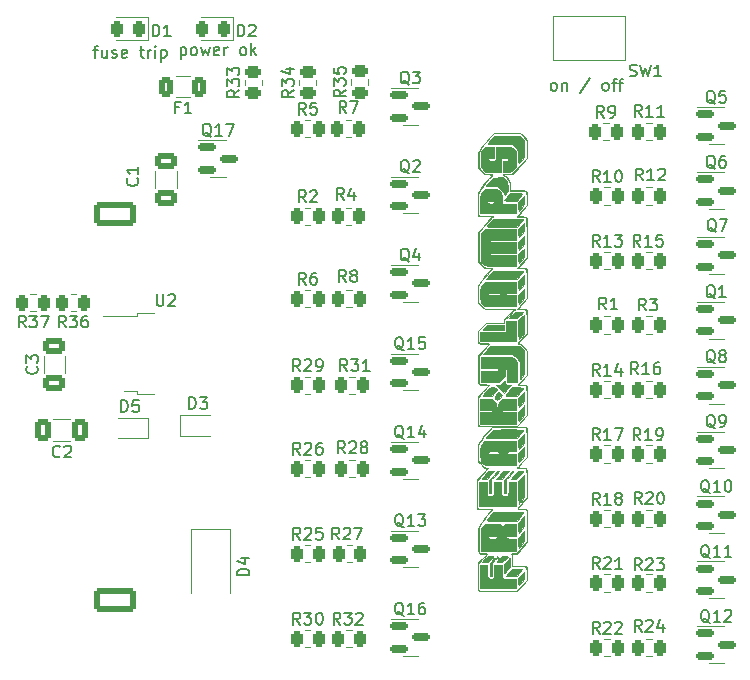
<source format=gbr>
%TF.GenerationSoftware,KiCad,Pcbnew,(6.0.10)*%
%TF.CreationDate,2023-04-05T19:00:52-05:00*%
%TF.ProjectId,pwm_pcb_v2,70776d5f-7063-4625-9f76-322e6b696361,rev?*%
%TF.SameCoordinates,Original*%
%TF.FileFunction,Legend,Top*%
%TF.FilePolarity,Positive*%
%FSLAX46Y46*%
G04 Gerber Fmt 4.6, Leading zero omitted, Abs format (unit mm)*
G04 Created by KiCad (PCBNEW (6.0.10)) date 2023-04-05 19:00:52*
%MOMM*%
%LPD*%
G01*
G04 APERTURE LIST*
G04 Aperture macros list*
%AMRoundRect*
0 Rectangle with rounded corners*
0 $1 Rounding radius*
0 $2 $3 $4 $5 $6 $7 $8 $9 X,Y pos of 4 corners*
0 Add a 4 corners polygon primitive as box body*
4,1,4,$2,$3,$4,$5,$6,$7,$8,$9,$2,$3,0*
0 Add four circle primitives for the rounded corners*
1,1,$1+$1,$2,$3*
1,1,$1+$1,$4,$5*
1,1,$1+$1,$6,$7*
1,1,$1+$1,$8,$9*
0 Add four rect primitives between the rounded corners*
20,1,$1+$1,$2,$3,$4,$5,0*
20,1,$1+$1,$4,$5,$6,$7,0*
20,1,$1+$1,$6,$7,$8,$9,0*
20,1,$1+$1,$8,$9,$2,$3,0*%
G04 Aperture macros list end*
%ADD10C,0.150000*%
%ADD11C,0.120000*%
%ADD12C,0.010000*%
%ADD13RoundRect,0.243750X0.243750X0.456250X-0.243750X0.456250X-0.243750X-0.456250X0.243750X-0.456250X0*%
%ADD14RoundRect,0.250000X-0.262500X-0.450000X0.262500X-0.450000X0.262500X0.450000X-0.262500X0.450000X0*%
%ADD15RoundRect,0.250000X0.412500X0.650000X-0.412500X0.650000X-0.412500X-0.650000X0.412500X-0.650000X0*%
%ADD16RoundRect,0.250000X0.262500X0.450000X-0.262500X0.450000X-0.262500X-0.450000X0.262500X-0.450000X0*%
%ADD17RoundRect,0.250000X0.450000X-0.262500X0.450000X0.262500X-0.450000X0.262500X-0.450000X-0.262500X0*%
%ADD18RoundRect,0.150000X-0.587500X-0.150000X0.587500X-0.150000X0.587500X0.150000X-0.587500X0.150000X0*%
%ADD19C,3.200000*%
%ADD20R,0.600000X0.450000*%
%ADD21RoundRect,0.250000X0.650000X-0.412500X0.650000X0.412500X-0.650000X0.412500X-0.650000X-0.412500X0*%
%ADD22R,1.800000X2.500000*%
%ADD23R,2.200000X1.200000*%
%ADD24R,6.400000X5.800000*%
%ADD25R,1.500000X1.500000*%
%ADD26RoundRect,0.250000X0.375000X0.625000X-0.375000X0.625000X-0.375000X-0.625000X0.375000X-0.625000X0*%
%ADD27R,1.700000X1.700000*%
%ADD28O,1.700000X1.700000*%
%ADD29RoundRect,0.249999X1.550001X-0.790001X1.550001X0.790001X-1.550001X0.790001X-1.550001X-0.790001X0*%
%ADD30O,3.600000X2.080000*%
%ADD31R,1.524000X1.524000*%
%ADD32C,1.524000*%
G04 APERTURE END LIST*
D10*
X96057142Y-54785714D02*
X96438095Y-54785714D01*
X96200000Y-55452380D02*
X96200000Y-54595238D01*
X96247619Y-54500000D01*
X96342857Y-54452380D01*
X96438095Y-54452380D01*
X97200000Y-54785714D02*
X97200000Y-55452380D01*
X96771428Y-54785714D02*
X96771428Y-55309523D01*
X96819047Y-55404761D01*
X96914285Y-55452380D01*
X97057142Y-55452380D01*
X97152380Y-55404761D01*
X97200000Y-55357142D01*
X97628571Y-55404761D02*
X97723809Y-55452380D01*
X97914285Y-55452380D01*
X98009523Y-55404761D01*
X98057142Y-55309523D01*
X98057142Y-55261904D01*
X98009523Y-55166666D01*
X97914285Y-55119047D01*
X97771428Y-55119047D01*
X97676190Y-55071428D01*
X97628571Y-54976190D01*
X97628571Y-54928571D01*
X97676190Y-54833333D01*
X97771428Y-54785714D01*
X97914285Y-54785714D01*
X98009523Y-54833333D01*
X98866666Y-55404761D02*
X98771428Y-55452380D01*
X98580952Y-55452380D01*
X98485714Y-55404761D01*
X98438095Y-55309523D01*
X98438095Y-54928571D01*
X98485714Y-54833333D01*
X98580952Y-54785714D01*
X98771428Y-54785714D01*
X98866666Y-54833333D01*
X98914285Y-54928571D01*
X98914285Y-55023809D01*
X98438095Y-55119047D01*
X99961904Y-54785714D02*
X100342857Y-54785714D01*
X100104761Y-54452380D02*
X100104761Y-55309523D01*
X100152380Y-55404761D01*
X100247619Y-55452380D01*
X100342857Y-55452380D01*
X100676190Y-55452380D02*
X100676190Y-54785714D01*
X100676190Y-54976190D02*
X100723809Y-54880952D01*
X100771428Y-54833333D01*
X100866666Y-54785714D01*
X100961904Y-54785714D01*
X101295238Y-55452380D02*
X101295238Y-54785714D01*
X101295238Y-54452380D02*
X101247619Y-54500000D01*
X101295238Y-54547619D01*
X101342857Y-54500000D01*
X101295238Y-54452380D01*
X101295238Y-54547619D01*
X101771428Y-54785714D02*
X101771428Y-55785714D01*
X101771428Y-54833333D02*
X101866666Y-54785714D01*
X102057142Y-54785714D01*
X102152380Y-54833333D01*
X102200000Y-54880952D01*
X102247619Y-54976190D01*
X102247619Y-55261904D01*
X102200000Y-55357142D01*
X102152380Y-55404761D01*
X102057142Y-55452380D01*
X101866666Y-55452380D01*
X101771428Y-55404761D01*
X134966666Y-58252380D02*
X134871428Y-58204761D01*
X134823809Y-58157142D01*
X134776190Y-58061904D01*
X134776190Y-57776190D01*
X134823809Y-57680952D01*
X134871428Y-57633333D01*
X134966666Y-57585714D01*
X135109523Y-57585714D01*
X135204761Y-57633333D01*
X135252380Y-57680952D01*
X135300000Y-57776190D01*
X135300000Y-58061904D01*
X135252380Y-58157142D01*
X135204761Y-58204761D01*
X135109523Y-58252380D01*
X134966666Y-58252380D01*
X135728571Y-57585714D02*
X135728571Y-58252380D01*
X135728571Y-57680952D02*
X135776190Y-57633333D01*
X135871428Y-57585714D01*
X136014285Y-57585714D01*
X136109523Y-57633333D01*
X136157142Y-57728571D01*
X136157142Y-58252380D01*
X138109523Y-57204761D02*
X137252380Y-58490476D01*
X139347619Y-58252380D02*
X139252380Y-58204761D01*
X139204761Y-58157142D01*
X139157142Y-58061904D01*
X139157142Y-57776190D01*
X139204761Y-57680952D01*
X139252380Y-57633333D01*
X139347619Y-57585714D01*
X139490476Y-57585714D01*
X139585714Y-57633333D01*
X139633333Y-57680952D01*
X139680952Y-57776190D01*
X139680952Y-58061904D01*
X139633333Y-58157142D01*
X139585714Y-58204761D01*
X139490476Y-58252380D01*
X139347619Y-58252380D01*
X139966666Y-57585714D02*
X140347619Y-57585714D01*
X140109523Y-58252380D02*
X140109523Y-57395238D01*
X140157142Y-57300000D01*
X140252380Y-57252380D01*
X140347619Y-57252380D01*
X140538095Y-57585714D02*
X140919047Y-57585714D01*
X140680952Y-58252380D02*
X140680952Y-57395238D01*
X140728571Y-57300000D01*
X140823809Y-57252380D01*
X140919047Y-57252380D01*
X103433333Y-54585714D02*
X103433333Y-55585714D01*
X103433333Y-54633333D02*
X103528571Y-54585714D01*
X103719047Y-54585714D01*
X103814285Y-54633333D01*
X103861904Y-54680952D01*
X103909523Y-54776190D01*
X103909523Y-55061904D01*
X103861904Y-55157142D01*
X103814285Y-55204761D01*
X103719047Y-55252380D01*
X103528571Y-55252380D01*
X103433333Y-55204761D01*
X104480952Y-55252380D02*
X104385714Y-55204761D01*
X104338095Y-55157142D01*
X104290476Y-55061904D01*
X104290476Y-54776190D01*
X104338095Y-54680952D01*
X104385714Y-54633333D01*
X104480952Y-54585714D01*
X104623809Y-54585714D01*
X104719047Y-54633333D01*
X104766666Y-54680952D01*
X104814285Y-54776190D01*
X104814285Y-55061904D01*
X104766666Y-55157142D01*
X104719047Y-55204761D01*
X104623809Y-55252380D01*
X104480952Y-55252380D01*
X105147619Y-54585714D02*
X105338095Y-55252380D01*
X105528571Y-54776190D01*
X105719047Y-55252380D01*
X105909523Y-54585714D01*
X106671428Y-55204761D02*
X106576190Y-55252380D01*
X106385714Y-55252380D01*
X106290476Y-55204761D01*
X106242857Y-55109523D01*
X106242857Y-54728571D01*
X106290476Y-54633333D01*
X106385714Y-54585714D01*
X106576190Y-54585714D01*
X106671428Y-54633333D01*
X106719047Y-54728571D01*
X106719047Y-54823809D01*
X106242857Y-54919047D01*
X107147619Y-55252380D02*
X107147619Y-54585714D01*
X107147619Y-54776190D02*
X107195238Y-54680952D01*
X107242857Y-54633333D01*
X107338095Y-54585714D01*
X107433333Y-54585714D01*
X108671428Y-55252380D02*
X108576190Y-55204761D01*
X108528571Y-55157142D01*
X108480952Y-55061904D01*
X108480952Y-54776190D01*
X108528571Y-54680952D01*
X108576190Y-54633333D01*
X108671428Y-54585714D01*
X108814285Y-54585714D01*
X108909523Y-54633333D01*
X108957142Y-54680952D01*
X109004761Y-54776190D01*
X109004761Y-55061904D01*
X108957142Y-55157142D01*
X108909523Y-55204761D01*
X108814285Y-55252380D01*
X108671428Y-55252380D01*
X109433333Y-55252380D02*
X109433333Y-54252380D01*
X109528571Y-54871428D02*
X109814285Y-55252380D01*
X109814285Y-54585714D02*
X109433333Y-54966666D01*
%TO.C,D2*%
X108261904Y-53652380D02*
X108261904Y-52652380D01*
X108500000Y-52652380D01*
X108642857Y-52700000D01*
X108738095Y-52795238D01*
X108785714Y-52890476D01*
X108833333Y-53080952D01*
X108833333Y-53223809D01*
X108785714Y-53414285D01*
X108738095Y-53509523D01*
X108642857Y-53604761D01*
X108500000Y-53652380D01*
X108261904Y-53652380D01*
X109214285Y-52747619D02*
X109261904Y-52700000D01*
X109357142Y-52652380D01*
X109595238Y-52652380D01*
X109690476Y-52700000D01*
X109738095Y-52747619D01*
X109785714Y-52842857D01*
X109785714Y-52938095D01*
X109738095Y-53080952D01*
X109166666Y-53652380D01*
X109785714Y-53652380D01*
%TO.C,D1*%
X101061904Y-53652380D02*
X101061904Y-52652380D01*
X101300000Y-52652380D01*
X101442857Y-52700000D01*
X101538095Y-52795238D01*
X101585714Y-52890476D01*
X101633333Y-53080952D01*
X101633333Y-53223809D01*
X101585714Y-53414285D01*
X101538095Y-53509523D01*
X101442857Y-53604761D01*
X101300000Y-53652380D01*
X101061904Y-53652380D01*
X102585714Y-53652380D02*
X102014285Y-53652380D01*
X102300000Y-53652380D02*
X102300000Y-52652380D01*
X102204761Y-52795238D01*
X102109523Y-52890476D01*
X102014285Y-52938095D01*
%TO.C,R13*%
X138906642Y-71446380D02*
X138573309Y-70970190D01*
X138335214Y-71446380D02*
X138335214Y-70446380D01*
X138716166Y-70446380D01*
X138811404Y-70494000D01*
X138859023Y-70541619D01*
X138906642Y-70636857D01*
X138906642Y-70779714D01*
X138859023Y-70874952D01*
X138811404Y-70922571D01*
X138716166Y-70970190D01*
X138335214Y-70970190D01*
X139859023Y-71446380D02*
X139287595Y-71446380D01*
X139573309Y-71446380D02*
X139573309Y-70446380D01*
X139478071Y-70589238D01*
X139382833Y-70684476D01*
X139287595Y-70732095D01*
X140192357Y-70446380D02*
X140811404Y-70446380D01*
X140478071Y-70827333D01*
X140620928Y-70827333D01*
X140716166Y-70874952D01*
X140763785Y-70922571D01*
X140811404Y-71017809D01*
X140811404Y-71255904D01*
X140763785Y-71351142D01*
X140716166Y-71398761D01*
X140620928Y-71446380D01*
X140335214Y-71446380D01*
X140239976Y-71398761D01*
X140192357Y-71351142D01*
%TO.C,C2*%
X93220833Y-89207142D02*
X93173214Y-89254761D01*
X93030357Y-89302380D01*
X92935119Y-89302380D01*
X92792261Y-89254761D01*
X92697023Y-89159523D01*
X92649404Y-89064285D01*
X92601785Y-88873809D01*
X92601785Y-88730952D01*
X92649404Y-88540476D01*
X92697023Y-88445238D01*
X92792261Y-88350000D01*
X92935119Y-88302380D01*
X93030357Y-88302380D01*
X93173214Y-88350000D01*
X93220833Y-88397619D01*
X93601785Y-88397619D02*
X93649404Y-88350000D01*
X93744642Y-88302380D01*
X93982738Y-88302380D01*
X94077976Y-88350000D01*
X94125595Y-88397619D01*
X94173214Y-88492857D01*
X94173214Y-88588095D01*
X94125595Y-88730952D01*
X93554166Y-89302380D01*
X94173214Y-89302380D01*
%TO.C,R26*%
X113561142Y-89057080D02*
X113227809Y-88580890D01*
X112989714Y-89057080D02*
X112989714Y-88057080D01*
X113370666Y-88057080D01*
X113465904Y-88104700D01*
X113513523Y-88152319D01*
X113561142Y-88247557D01*
X113561142Y-88390414D01*
X113513523Y-88485652D01*
X113465904Y-88533271D01*
X113370666Y-88580890D01*
X112989714Y-88580890D01*
X113942095Y-88152319D02*
X113989714Y-88104700D01*
X114084952Y-88057080D01*
X114323047Y-88057080D01*
X114418285Y-88104700D01*
X114465904Y-88152319D01*
X114513523Y-88247557D01*
X114513523Y-88342795D01*
X114465904Y-88485652D01*
X113894476Y-89057080D01*
X114513523Y-89057080D01*
X115370666Y-88057080D02*
X115180190Y-88057080D01*
X115084952Y-88104700D01*
X115037333Y-88152319D01*
X114942095Y-88295176D01*
X114894476Y-88485652D01*
X114894476Y-88866604D01*
X114942095Y-88961842D01*
X114989714Y-89009461D01*
X115084952Y-89057080D01*
X115275428Y-89057080D01*
X115370666Y-89009461D01*
X115418285Y-88961842D01*
X115465904Y-88866604D01*
X115465904Y-88628509D01*
X115418285Y-88533271D01*
X115370666Y-88485652D01*
X115275428Y-88438033D01*
X115084952Y-88438033D01*
X114989714Y-88485652D01*
X114942095Y-88533271D01*
X114894476Y-88628509D01*
%TO.C,R12*%
X142557142Y-65852380D02*
X142223809Y-65376190D01*
X141985714Y-65852380D02*
X141985714Y-64852380D01*
X142366666Y-64852380D01*
X142461904Y-64900000D01*
X142509523Y-64947619D01*
X142557142Y-65042857D01*
X142557142Y-65185714D01*
X142509523Y-65280952D01*
X142461904Y-65328571D01*
X142366666Y-65376190D01*
X141985714Y-65376190D01*
X143509523Y-65852380D02*
X142938095Y-65852380D01*
X143223809Y-65852380D02*
X143223809Y-64852380D01*
X143128571Y-64995238D01*
X143033333Y-65090476D01*
X142938095Y-65138095D01*
X143890476Y-64947619D02*
X143938095Y-64900000D01*
X144033333Y-64852380D01*
X144271428Y-64852380D01*
X144366666Y-64900000D01*
X144414285Y-64947619D01*
X144461904Y-65042857D01*
X144461904Y-65138095D01*
X144414285Y-65280952D01*
X143842857Y-65852380D01*
X144461904Y-65852380D01*
%TO.C,R7*%
X117466333Y-60142380D02*
X117133000Y-59666190D01*
X116894904Y-60142380D02*
X116894904Y-59142380D01*
X117275857Y-59142380D01*
X117371095Y-59190000D01*
X117418714Y-59237619D01*
X117466333Y-59332857D01*
X117466333Y-59475714D01*
X117418714Y-59570952D01*
X117371095Y-59618571D01*
X117275857Y-59666190D01*
X116894904Y-59666190D01*
X117799666Y-59142380D02*
X118466333Y-59142380D01*
X118037761Y-60142380D01*
%TO.C,R30*%
X113561142Y-103450380D02*
X113227809Y-102974190D01*
X112989714Y-103450380D02*
X112989714Y-102450380D01*
X113370666Y-102450380D01*
X113465904Y-102498000D01*
X113513523Y-102545619D01*
X113561142Y-102640857D01*
X113561142Y-102783714D01*
X113513523Y-102878952D01*
X113465904Y-102926571D01*
X113370666Y-102974190D01*
X112989714Y-102974190D01*
X113894476Y-102450380D02*
X114513523Y-102450380D01*
X114180190Y-102831333D01*
X114323047Y-102831333D01*
X114418285Y-102878952D01*
X114465904Y-102926571D01*
X114513523Y-103021809D01*
X114513523Y-103259904D01*
X114465904Y-103355142D01*
X114418285Y-103402761D01*
X114323047Y-103450380D01*
X114037333Y-103450380D01*
X113942095Y-103402761D01*
X113894476Y-103355142D01*
X115132571Y-102450380D02*
X115227809Y-102450380D01*
X115323047Y-102498000D01*
X115370666Y-102545619D01*
X115418285Y-102640857D01*
X115465904Y-102831333D01*
X115465904Y-103069428D01*
X115418285Y-103259904D01*
X115370666Y-103355142D01*
X115323047Y-103402761D01*
X115227809Y-103450380D01*
X115132571Y-103450380D01*
X115037333Y-103402761D01*
X114989714Y-103355142D01*
X114942095Y-103259904D01*
X114894476Y-103069428D01*
X114894476Y-102831333D01*
X114942095Y-102640857D01*
X114989714Y-102545619D01*
X115037333Y-102498000D01*
X115132571Y-102450380D01*
%TO.C,R17*%
X138906642Y-87829380D02*
X138573309Y-87353190D01*
X138335214Y-87829380D02*
X138335214Y-86829380D01*
X138716166Y-86829380D01*
X138811404Y-86877000D01*
X138859023Y-86924619D01*
X138906642Y-87019857D01*
X138906642Y-87162714D01*
X138859023Y-87257952D01*
X138811404Y-87305571D01*
X138716166Y-87353190D01*
X138335214Y-87353190D01*
X139859023Y-87829380D02*
X139287595Y-87829380D01*
X139573309Y-87829380D02*
X139573309Y-86829380D01*
X139478071Y-86972238D01*
X139382833Y-87067476D01*
X139287595Y-87115095D01*
X140192357Y-86829380D02*
X140859023Y-86829380D01*
X140430452Y-87829380D01*
%TO.C,R35*%
X117402380Y-58173857D02*
X116926190Y-58507190D01*
X117402380Y-58745285D02*
X116402380Y-58745285D01*
X116402380Y-58364333D01*
X116450000Y-58269095D01*
X116497619Y-58221476D01*
X116592857Y-58173857D01*
X116735714Y-58173857D01*
X116830952Y-58221476D01*
X116878571Y-58269095D01*
X116926190Y-58364333D01*
X116926190Y-58745285D01*
X116402380Y-57840523D02*
X116402380Y-57221476D01*
X116783333Y-57554809D01*
X116783333Y-57411952D01*
X116830952Y-57316714D01*
X116878571Y-57269095D01*
X116973809Y-57221476D01*
X117211904Y-57221476D01*
X117307142Y-57269095D01*
X117354761Y-57316714D01*
X117402380Y-57411952D01*
X117402380Y-57697666D01*
X117354761Y-57792904D01*
X117307142Y-57840523D01*
X116402380Y-56316714D02*
X116402380Y-56792904D01*
X116878571Y-56840523D01*
X116830952Y-56792904D01*
X116783333Y-56697666D01*
X116783333Y-56459571D01*
X116830952Y-56364333D01*
X116878571Y-56316714D01*
X116973809Y-56269095D01*
X117211904Y-56269095D01*
X117307142Y-56316714D01*
X117354761Y-56364333D01*
X117402380Y-56459571D01*
X117402380Y-56697666D01*
X117354761Y-56792904D01*
X117307142Y-56840523D01*
%TO.C,R25*%
X113561142Y-96253680D02*
X113227809Y-95777490D01*
X112989714Y-96253680D02*
X112989714Y-95253680D01*
X113370666Y-95253680D01*
X113465904Y-95301300D01*
X113513523Y-95348919D01*
X113561142Y-95444157D01*
X113561142Y-95587014D01*
X113513523Y-95682252D01*
X113465904Y-95729871D01*
X113370666Y-95777490D01*
X112989714Y-95777490D01*
X113942095Y-95348919D02*
X113989714Y-95301300D01*
X114084952Y-95253680D01*
X114323047Y-95253680D01*
X114418285Y-95301300D01*
X114465904Y-95348919D01*
X114513523Y-95444157D01*
X114513523Y-95539395D01*
X114465904Y-95682252D01*
X113894476Y-96253680D01*
X114513523Y-96253680D01*
X115418285Y-95253680D02*
X114942095Y-95253680D01*
X114894476Y-95729871D01*
X114942095Y-95682252D01*
X115037333Y-95634633D01*
X115275428Y-95634633D01*
X115370666Y-95682252D01*
X115418285Y-95729871D01*
X115465904Y-95825109D01*
X115465904Y-96063204D01*
X115418285Y-96158442D01*
X115370666Y-96206061D01*
X115275428Y-96253680D01*
X115037333Y-96253680D01*
X114942095Y-96206061D01*
X114894476Y-96158442D01*
%TO.C,Q1*%
X148700261Y-75839819D02*
X148605023Y-75792200D01*
X148509785Y-75696961D01*
X148366928Y-75554104D01*
X148271690Y-75506485D01*
X148176452Y-75506485D01*
X148224071Y-75744580D02*
X148128833Y-75696961D01*
X148033595Y-75601723D01*
X147985976Y-75411247D01*
X147985976Y-75077914D01*
X148033595Y-74887438D01*
X148128833Y-74792200D01*
X148224071Y-74744580D01*
X148414547Y-74744580D01*
X148509785Y-74792200D01*
X148605023Y-74887438D01*
X148652642Y-75077914D01*
X148652642Y-75411247D01*
X148605023Y-75601723D01*
X148509785Y-75696961D01*
X148414547Y-75744580D01*
X148224071Y-75744580D01*
X149605023Y-75744580D02*
X149033595Y-75744580D01*
X149319309Y-75744580D02*
X149319309Y-74744580D01*
X149224071Y-74887438D01*
X149128833Y-74982676D01*
X149033595Y-75030295D01*
%TO.C,R11*%
X142462642Y-60452380D02*
X142129309Y-59976190D01*
X141891214Y-60452380D02*
X141891214Y-59452380D01*
X142272166Y-59452380D01*
X142367404Y-59500000D01*
X142415023Y-59547619D01*
X142462642Y-59642857D01*
X142462642Y-59785714D01*
X142415023Y-59880952D01*
X142367404Y-59928571D01*
X142272166Y-59976190D01*
X141891214Y-59976190D01*
X143415023Y-60452380D02*
X142843595Y-60452380D01*
X143129309Y-60452380D02*
X143129309Y-59452380D01*
X143034071Y-59595238D01*
X142938833Y-59690476D01*
X142843595Y-59738095D01*
X144367404Y-60452380D02*
X143795976Y-60452380D01*
X144081690Y-60452380D02*
X144081690Y-59452380D01*
X143986452Y-59595238D01*
X143891214Y-59690476D01*
X143795976Y-59738095D01*
%TO.C,D3*%
X104161904Y-85202380D02*
X104161904Y-84202380D01*
X104400000Y-84202380D01*
X104542857Y-84250000D01*
X104638095Y-84345238D01*
X104685714Y-84440476D01*
X104733333Y-84630952D01*
X104733333Y-84773809D01*
X104685714Y-84964285D01*
X104638095Y-85059523D01*
X104542857Y-85154761D01*
X104400000Y-85202380D01*
X104161904Y-85202380D01*
X105066666Y-84202380D02*
X105685714Y-84202380D01*
X105352380Y-84583333D01*
X105495238Y-84583333D01*
X105590476Y-84630952D01*
X105638095Y-84678571D01*
X105685714Y-84773809D01*
X105685714Y-85011904D01*
X105638095Y-85107142D01*
X105590476Y-85154761D01*
X105495238Y-85202380D01*
X105209523Y-85202380D01*
X105114285Y-85154761D01*
X105066666Y-85107142D01*
%TO.C,C1*%
X99763142Y-65674166D02*
X99810761Y-65721785D01*
X99858380Y-65864642D01*
X99858380Y-65959880D01*
X99810761Y-66102738D01*
X99715523Y-66197976D01*
X99620285Y-66245595D01*
X99429809Y-66293214D01*
X99286952Y-66293214D01*
X99096476Y-66245595D01*
X99001238Y-66197976D01*
X98906000Y-66102738D01*
X98858380Y-65959880D01*
X98858380Y-65864642D01*
X98906000Y-65721785D01*
X98953619Y-65674166D01*
X99858380Y-64721785D02*
X99858380Y-65293214D01*
X99858380Y-65007500D02*
X98858380Y-65007500D01*
X99001238Y-65102738D01*
X99096476Y-65197976D01*
X99144095Y-65293214D01*
%TO.C,Q17*%
X106028571Y-62147619D02*
X105933333Y-62100000D01*
X105838095Y-62004761D01*
X105695238Y-61861904D01*
X105600000Y-61814285D01*
X105504761Y-61814285D01*
X105552380Y-62052380D02*
X105457142Y-62004761D01*
X105361904Y-61909523D01*
X105314285Y-61719047D01*
X105314285Y-61385714D01*
X105361904Y-61195238D01*
X105457142Y-61100000D01*
X105552380Y-61052380D01*
X105742857Y-61052380D01*
X105838095Y-61100000D01*
X105933333Y-61195238D01*
X105980952Y-61385714D01*
X105980952Y-61719047D01*
X105933333Y-61909523D01*
X105838095Y-62004761D01*
X105742857Y-62052380D01*
X105552380Y-62052380D01*
X106933333Y-62052380D02*
X106361904Y-62052380D01*
X106647619Y-62052380D02*
X106647619Y-61052380D01*
X106552380Y-61195238D01*
X106457142Y-61290476D01*
X106361904Y-61338095D01*
X107266666Y-61052380D02*
X107933333Y-61052380D01*
X107504761Y-62052380D01*
%TO.C,R14*%
X138906642Y-82368380D02*
X138573309Y-81892190D01*
X138335214Y-82368380D02*
X138335214Y-81368380D01*
X138716166Y-81368380D01*
X138811404Y-81416000D01*
X138859023Y-81463619D01*
X138906642Y-81558857D01*
X138906642Y-81701714D01*
X138859023Y-81796952D01*
X138811404Y-81844571D01*
X138716166Y-81892190D01*
X138335214Y-81892190D01*
X139859023Y-82368380D02*
X139287595Y-82368380D01*
X139573309Y-82368380D02*
X139573309Y-81368380D01*
X139478071Y-81511238D01*
X139382833Y-81606476D01*
X139287595Y-81654095D01*
X140716166Y-81701714D02*
X140716166Y-82368380D01*
X140478071Y-81320761D02*
X140239976Y-82035047D01*
X140859023Y-82035047D01*
%TO.C,R37*%
X90307142Y-78302380D02*
X89973809Y-77826190D01*
X89735714Y-78302380D02*
X89735714Y-77302380D01*
X90116666Y-77302380D01*
X90211904Y-77350000D01*
X90259523Y-77397619D01*
X90307142Y-77492857D01*
X90307142Y-77635714D01*
X90259523Y-77730952D01*
X90211904Y-77778571D01*
X90116666Y-77826190D01*
X89735714Y-77826190D01*
X90640476Y-77302380D02*
X91259523Y-77302380D01*
X90926190Y-77683333D01*
X91069047Y-77683333D01*
X91164285Y-77730952D01*
X91211904Y-77778571D01*
X91259523Y-77873809D01*
X91259523Y-78111904D01*
X91211904Y-78207142D01*
X91164285Y-78254761D01*
X91069047Y-78302380D01*
X90783333Y-78302380D01*
X90688095Y-78254761D01*
X90640476Y-78207142D01*
X91592857Y-77302380D02*
X92259523Y-77302380D01*
X91830952Y-78302380D01*
%TO.C,R36*%
X93707142Y-78302380D02*
X93373809Y-77826190D01*
X93135714Y-78302380D02*
X93135714Y-77302380D01*
X93516666Y-77302380D01*
X93611904Y-77350000D01*
X93659523Y-77397619D01*
X93707142Y-77492857D01*
X93707142Y-77635714D01*
X93659523Y-77730952D01*
X93611904Y-77778571D01*
X93516666Y-77826190D01*
X93135714Y-77826190D01*
X94040476Y-77302380D02*
X94659523Y-77302380D01*
X94326190Y-77683333D01*
X94469047Y-77683333D01*
X94564285Y-77730952D01*
X94611904Y-77778571D01*
X94659523Y-77873809D01*
X94659523Y-78111904D01*
X94611904Y-78207142D01*
X94564285Y-78254761D01*
X94469047Y-78302380D01*
X94183333Y-78302380D01*
X94088095Y-78254761D01*
X94040476Y-78207142D01*
X95516666Y-77302380D02*
X95326190Y-77302380D01*
X95230952Y-77350000D01*
X95183333Y-77397619D01*
X95088095Y-77540476D01*
X95040476Y-77730952D01*
X95040476Y-78111904D01*
X95088095Y-78207142D01*
X95135714Y-78254761D01*
X95230952Y-78302380D01*
X95421428Y-78302380D01*
X95516666Y-78254761D01*
X95564285Y-78207142D01*
X95611904Y-78111904D01*
X95611904Y-77873809D01*
X95564285Y-77778571D01*
X95516666Y-77730952D01*
X95421428Y-77683333D01*
X95230952Y-77683333D01*
X95135714Y-77730952D01*
X95088095Y-77778571D01*
X95040476Y-77873809D01*
%TO.C,R29*%
X113561142Y-81997880D02*
X113227809Y-81521690D01*
X112989714Y-81997880D02*
X112989714Y-80997880D01*
X113370666Y-80997880D01*
X113465904Y-81045500D01*
X113513523Y-81093119D01*
X113561142Y-81188357D01*
X113561142Y-81331214D01*
X113513523Y-81426452D01*
X113465904Y-81474071D01*
X113370666Y-81521690D01*
X112989714Y-81521690D01*
X113942095Y-81093119D02*
X113989714Y-81045500D01*
X114084952Y-80997880D01*
X114323047Y-80997880D01*
X114418285Y-81045500D01*
X114465904Y-81093119D01*
X114513523Y-81188357D01*
X114513523Y-81283595D01*
X114465904Y-81426452D01*
X113894476Y-81997880D01*
X114513523Y-81997880D01*
X114989714Y-81997880D02*
X115180190Y-81997880D01*
X115275428Y-81950261D01*
X115323047Y-81902642D01*
X115418285Y-81759785D01*
X115465904Y-81569309D01*
X115465904Y-81188357D01*
X115418285Y-81093119D01*
X115370666Y-81045500D01*
X115275428Y-80997880D01*
X115084952Y-80997880D01*
X114989714Y-81045500D01*
X114942095Y-81093119D01*
X114894476Y-81188357D01*
X114894476Y-81426452D01*
X114942095Y-81521690D01*
X114989714Y-81569309D01*
X115084952Y-81616928D01*
X115275428Y-81616928D01*
X115370666Y-81569309D01*
X115418285Y-81521690D01*
X115465904Y-81426452D01*
%TO.C,Q15*%
X122316071Y-80217619D02*
X122220833Y-80170000D01*
X122125595Y-80074761D01*
X121982738Y-79931904D01*
X121887500Y-79884285D01*
X121792261Y-79884285D01*
X121839880Y-80122380D02*
X121744642Y-80074761D01*
X121649404Y-79979523D01*
X121601785Y-79789047D01*
X121601785Y-79455714D01*
X121649404Y-79265238D01*
X121744642Y-79170000D01*
X121839880Y-79122380D01*
X122030357Y-79122380D01*
X122125595Y-79170000D01*
X122220833Y-79265238D01*
X122268452Y-79455714D01*
X122268452Y-79789047D01*
X122220833Y-79979523D01*
X122125595Y-80074761D01*
X122030357Y-80122380D01*
X121839880Y-80122380D01*
X123220833Y-80122380D02*
X122649404Y-80122380D01*
X122935119Y-80122380D02*
X122935119Y-79122380D01*
X122839880Y-79265238D01*
X122744642Y-79360476D01*
X122649404Y-79408095D01*
X124125595Y-79122380D02*
X123649404Y-79122380D01*
X123601785Y-79598571D01*
X123649404Y-79550952D01*
X123744642Y-79503333D01*
X123982738Y-79503333D01*
X124077976Y-79550952D01*
X124125595Y-79598571D01*
X124173214Y-79693809D01*
X124173214Y-79931904D01*
X124125595Y-80027142D01*
X124077976Y-80074761D01*
X123982738Y-80122380D01*
X123744642Y-80122380D01*
X123649404Y-80074761D01*
X123601785Y-80027142D01*
%TO.C,D5*%
X98411904Y-85452380D02*
X98411904Y-84452380D01*
X98650000Y-84452380D01*
X98792857Y-84500000D01*
X98888095Y-84595238D01*
X98935714Y-84690476D01*
X98983333Y-84880952D01*
X98983333Y-85023809D01*
X98935714Y-85214285D01*
X98888095Y-85309523D01*
X98792857Y-85404761D01*
X98650000Y-85452380D01*
X98411904Y-85452380D01*
X99888095Y-84452380D02*
X99411904Y-84452380D01*
X99364285Y-84928571D01*
X99411904Y-84880952D01*
X99507142Y-84833333D01*
X99745238Y-84833333D01*
X99840476Y-84880952D01*
X99888095Y-84928571D01*
X99935714Y-85023809D01*
X99935714Y-85261904D01*
X99888095Y-85357142D01*
X99840476Y-85404761D01*
X99745238Y-85452380D01*
X99507142Y-85452380D01*
X99411904Y-85404761D01*
X99364285Y-85357142D01*
%TO.C,R8*%
X117435333Y-74437014D02*
X117102000Y-73960824D01*
X116863904Y-74437014D02*
X116863904Y-73437014D01*
X117244857Y-73437014D01*
X117340095Y-73484634D01*
X117387714Y-73532253D01*
X117435333Y-73627491D01*
X117435333Y-73770348D01*
X117387714Y-73865586D01*
X117340095Y-73913205D01*
X117244857Y-73960824D01*
X116863904Y-73960824D01*
X118006761Y-73865586D02*
X117911523Y-73817967D01*
X117863904Y-73770348D01*
X117816285Y-73675110D01*
X117816285Y-73627491D01*
X117863904Y-73532253D01*
X117911523Y-73484634D01*
X118006761Y-73437014D01*
X118197238Y-73437014D01*
X118292476Y-73484634D01*
X118340095Y-73532253D01*
X118387714Y-73627491D01*
X118387714Y-73675110D01*
X118340095Y-73770348D01*
X118292476Y-73817967D01*
X118197238Y-73865586D01*
X118006761Y-73865586D01*
X117911523Y-73913205D01*
X117863904Y-73960824D01*
X117816285Y-74056062D01*
X117816285Y-74246538D01*
X117863904Y-74341776D01*
X117911523Y-74389395D01*
X118006761Y-74437014D01*
X118197238Y-74437014D01*
X118292476Y-74389395D01*
X118340095Y-74341776D01*
X118387714Y-74246538D01*
X118387714Y-74056062D01*
X118340095Y-73960824D01*
X118292476Y-73913205D01*
X118197238Y-73865586D01*
%TO.C,Q16*%
X122316071Y-102696619D02*
X122220833Y-102649000D01*
X122125595Y-102553761D01*
X121982738Y-102410904D01*
X121887500Y-102363285D01*
X121792261Y-102363285D01*
X121839880Y-102601380D02*
X121744642Y-102553761D01*
X121649404Y-102458523D01*
X121601785Y-102268047D01*
X121601785Y-101934714D01*
X121649404Y-101744238D01*
X121744642Y-101649000D01*
X121839880Y-101601380D01*
X122030357Y-101601380D01*
X122125595Y-101649000D01*
X122220833Y-101744238D01*
X122268452Y-101934714D01*
X122268452Y-102268047D01*
X122220833Y-102458523D01*
X122125595Y-102553761D01*
X122030357Y-102601380D01*
X121839880Y-102601380D01*
X123220833Y-102601380D02*
X122649404Y-102601380D01*
X122935119Y-102601380D02*
X122935119Y-101601380D01*
X122839880Y-101744238D01*
X122744642Y-101839476D01*
X122649404Y-101887095D01*
X124077976Y-101601380D02*
X123887500Y-101601380D01*
X123792261Y-101649000D01*
X123744642Y-101696619D01*
X123649404Y-101839476D01*
X123601785Y-102029952D01*
X123601785Y-102410904D01*
X123649404Y-102506142D01*
X123697023Y-102553761D01*
X123792261Y-102601380D01*
X123982738Y-102601380D01*
X124077976Y-102553761D01*
X124125595Y-102506142D01*
X124173214Y-102410904D01*
X124173214Y-102172809D01*
X124125595Y-102077571D01*
X124077976Y-102029952D01*
X123982738Y-101982333D01*
X123792261Y-101982333D01*
X123697023Y-102029952D01*
X123649404Y-102077571D01*
X123601785Y-102172809D01*
%TO.C,Q3*%
X122792261Y-57738619D02*
X122697023Y-57691000D01*
X122601785Y-57595761D01*
X122458928Y-57452904D01*
X122363690Y-57405285D01*
X122268452Y-57405285D01*
X122316071Y-57643380D02*
X122220833Y-57595761D01*
X122125595Y-57500523D01*
X122077976Y-57310047D01*
X122077976Y-56976714D01*
X122125595Y-56786238D01*
X122220833Y-56691000D01*
X122316071Y-56643380D01*
X122506547Y-56643380D01*
X122601785Y-56691000D01*
X122697023Y-56786238D01*
X122744642Y-56976714D01*
X122744642Y-57310047D01*
X122697023Y-57500523D01*
X122601785Y-57595761D01*
X122506547Y-57643380D01*
X122316071Y-57643380D01*
X123077976Y-56643380D02*
X123697023Y-56643380D01*
X123363690Y-57024333D01*
X123506547Y-57024333D01*
X123601785Y-57071952D01*
X123649404Y-57119571D01*
X123697023Y-57214809D01*
X123697023Y-57452904D01*
X123649404Y-57548142D01*
X123601785Y-57595761D01*
X123506547Y-57643380D01*
X123220833Y-57643380D01*
X123125595Y-57595761D01*
X123077976Y-57548142D01*
%TO.C,Q9*%
X148700261Y-86825319D02*
X148605023Y-86777700D01*
X148509785Y-86682461D01*
X148366928Y-86539604D01*
X148271690Y-86491985D01*
X148176452Y-86491985D01*
X148224071Y-86730080D02*
X148128833Y-86682461D01*
X148033595Y-86587223D01*
X147985976Y-86396747D01*
X147985976Y-86063414D01*
X148033595Y-85872938D01*
X148128833Y-85777700D01*
X148224071Y-85730080D01*
X148414547Y-85730080D01*
X148509785Y-85777700D01*
X148605023Y-85872938D01*
X148652642Y-86063414D01*
X148652642Y-86396747D01*
X148605023Y-86587223D01*
X148509785Y-86682461D01*
X148414547Y-86730080D01*
X148224071Y-86730080D01*
X149128833Y-86730080D02*
X149319309Y-86730080D01*
X149414547Y-86682461D01*
X149462166Y-86634842D01*
X149557404Y-86491985D01*
X149605023Y-86301509D01*
X149605023Y-85920557D01*
X149557404Y-85825319D01*
X149509785Y-85777700D01*
X149414547Y-85730080D01*
X149224071Y-85730080D01*
X149128833Y-85777700D01*
X149081214Y-85825319D01*
X149033595Y-85920557D01*
X149033595Y-86158652D01*
X149081214Y-86253890D01*
X149128833Y-86301509D01*
X149224071Y-86349128D01*
X149414547Y-86349128D01*
X149509785Y-86301509D01*
X149557404Y-86253890D01*
X149605023Y-86158652D01*
%TO.C,Q13*%
X122316071Y-95203619D02*
X122220833Y-95156000D01*
X122125595Y-95060761D01*
X121982738Y-94917904D01*
X121887500Y-94870285D01*
X121792261Y-94870285D01*
X121839880Y-95108380D02*
X121744642Y-95060761D01*
X121649404Y-94965523D01*
X121601785Y-94775047D01*
X121601785Y-94441714D01*
X121649404Y-94251238D01*
X121744642Y-94156000D01*
X121839880Y-94108380D01*
X122030357Y-94108380D01*
X122125595Y-94156000D01*
X122220833Y-94251238D01*
X122268452Y-94441714D01*
X122268452Y-94775047D01*
X122220833Y-94965523D01*
X122125595Y-95060761D01*
X122030357Y-95108380D01*
X121839880Y-95108380D01*
X123220833Y-95108380D02*
X122649404Y-95108380D01*
X122935119Y-95108380D02*
X122935119Y-94108380D01*
X122839880Y-94251238D01*
X122744642Y-94346476D01*
X122649404Y-94394095D01*
X123554166Y-94108380D02*
X124173214Y-94108380D01*
X123839880Y-94489333D01*
X123982738Y-94489333D01*
X124077976Y-94536952D01*
X124125595Y-94584571D01*
X124173214Y-94679809D01*
X124173214Y-94917904D01*
X124125595Y-95013142D01*
X124077976Y-95060761D01*
X123982738Y-95108380D01*
X123697023Y-95108380D01*
X123601785Y-95060761D01*
X123554166Y-95013142D01*
%TO.C,R20*%
X142462642Y-93252380D02*
X142129309Y-92776190D01*
X141891214Y-93252380D02*
X141891214Y-92252380D01*
X142272166Y-92252380D01*
X142367404Y-92300000D01*
X142415023Y-92347619D01*
X142462642Y-92442857D01*
X142462642Y-92585714D01*
X142415023Y-92680952D01*
X142367404Y-92728571D01*
X142272166Y-92776190D01*
X141891214Y-92776190D01*
X142843595Y-92347619D02*
X142891214Y-92300000D01*
X142986452Y-92252380D01*
X143224547Y-92252380D01*
X143319785Y-92300000D01*
X143367404Y-92347619D01*
X143415023Y-92442857D01*
X143415023Y-92538095D01*
X143367404Y-92680952D01*
X142795976Y-93252380D01*
X143415023Y-93252380D01*
X144034071Y-92252380D02*
X144129309Y-92252380D01*
X144224547Y-92300000D01*
X144272166Y-92347619D01*
X144319785Y-92442857D01*
X144367404Y-92633333D01*
X144367404Y-92871428D01*
X144319785Y-93061904D01*
X144272166Y-93157142D01*
X144224547Y-93204761D01*
X144129309Y-93252380D01*
X144034071Y-93252380D01*
X143938833Y-93204761D01*
X143891214Y-93157142D01*
X143843595Y-93061904D01*
X143795976Y-92871428D01*
X143795976Y-92633333D01*
X143843595Y-92442857D01*
X143891214Y-92347619D01*
X143938833Y-92300000D01*
X144034071Y-92252380D01*
%TO.C,R10*%
X138906642Y-65985380D02*
X138573309Y-65509190D01*
X138335214Y-65985380D02*
X138335214Y-64985380D01*
X138716166Y-64985380D01*
X138811404Y-65033000D01*
X138859023Y-65080619D01*
X138906642Y-65175857D01*
X138906642Y-65318714D01*
X138859023Y-65413952D01*
X138811404Y-65461571D01*
X138716166Y-65509190D01*
X138335214Y-65509190D01*
X139859023Y-65985380D02*
X139287595Y-65985380D01*
X139573309Y-65985380D02*
X139573309Y-64985380D01*
X139478071Y-65128238D01*
X139382833Y-65223476D01*
X139287595Y-65271095D01*
X140478071Y-64985380D02*
X140573309Y-64985380D01*
X140668547Y-65033000D01*
X140716166Y-65080619D01*
X140763785Y-65175857D01*
X140811404Y-65366333D01*
X140811404Y-65604428D01*
X140763785Y-65794904D01*
X140716166Y-65890142D01*
X140668547Y-65937761D01*
X140573309Y-65985380D01*
X140478071Y-65985380D01*
X140382833Y-65937761D01*
X140335214Y-65890142D01*
X140287595Y-65794904D01*
X140239976Y-65604428D01*
X140239976Y-65366333D01*
X140287595Y-65175857D01*
X140335214Y-65080619D01*
X140382833Y-65033000D01*
X140478071Y-64985380D01*
%TO.C,R16*%
X142157142Y-82252380D02*
X141823809Y-81776190D01*
X141585714Y-82252380D02*
X141585714Y-81252380D01*
X141966666Y-81252380D01*
X142061904Y-81300000D01*
X142109523Y-81347619D01*
X142157142Y-81442857D01*
X142157142Y-81585714D01*
X142109523Y-81680952D01*
X142061904Y-81728571D01*
X141966666Y-81776190D01*
X141585714Y-81776190D01*
X143109523Y-82252380D02*
X142538095Y-82252380D01*
X142823809Y-82252380D02*
X142823809Y-81252380D01*
X142728571Y-81395238D01*
X142633333Y-81490476D01*
X142538095Y-81538095D01*
X143966666Y-81252380D02*
X143776190Y-81252380D01*
X143680952Y-81300000D01*
X143633333Y-81347619D01*
X143538095Y-81490476D01*
X143490476Y-81680952D01*
X143490476Y-82061904D01*
X143538095Y-82157142D01*
X143585714Y-82204761D01*
X143680952Y-82252380D01*
X143871428Y-82252380D01*
X143966666Y-82204761D01*
X144014285Y-82157142D01*
X144061904Y-82061904D01*
X144061904Y-81823809D01*
X144014285Y-81728571D01*
X143966666Y-81680952D01*
X143871428Y-81633333D01*
X143680952Y-81633333D01*
X143585714Y-81680952D01*
X143538095Y-81728571D01*
X143490476Y-81823809D01*
%TO.C,R33*%
X108402380Y-58197357D02*
X107926190Y-58530690D01*
X108402380Y-58768785D02*
X107402380Y-58768785D01*
X107402380Y-58387833D01*
X107450000Y-58292595D01*
X107497619Y-58244976D01*
X107592857Y-58197357D01*
X107735714Y-58197357D01*
X107830952Y-58244976D01*
X107878571Y-58292595D01*
X107926190Y-58387833D01*
X107926190Y-58768785D01*
X107402380Y-57864023D02*
X107402380Y-57244976D01*
X107783333Y-57578309D01*
X107783333Y-57435452D01*
X107830952Y-57340214D01*
X107878571Y-57292595D01*
X107973809Y-57244976D01*
X108211904Y-57244976D01*
X108307142Y-57292595D01*
X108354761Y-57340214D01*
X108402380Y-57435452D01*
X108402380Y-57721166D01*
X108354761Y-57816404D01*
X108307142Y-57864023D01*
X107402380Y-56911642D02*
X107402380Y-56292595D01*
X107783333Y-56625928D01*
X107783333Y-56483071D01*
X107830952Y-56387833D01*
X107878571Y-56340214D01*
X107973809Y-56292595D01*
X108211904Y-56292595D01*
X108307142Y-56340214D01*
X108354761Y-56387833D01*
X108402380Y-56483071D01*
X108402380Y-56768785D01*
X108354761Y-56864023D01*
X108307142Y-56911642D01*
%TO.C,Q12*%
X148224071Y-103303619D02*
X148128833Y-103256000D01*
X148033595Y-103160761D01*
X147890738Y-103017904D01*
X147795500Y-102970285D01*
X147700261Y-102970285D01*
X147747880Y-103208380D02*
X147652642Y-103160761D01*
X147557404Y-103065523D01*
X147509785Y-102875047D01*
X147509785Y-102541714D01*
X147557404Y-102351238D01*
X147652642Y-102256000D01*
X147747880Y-102208380D01*
X147938357Y-102208380D01*
X148033595Y-102256000D01*
X148128833Y-102351238D01*
X148176452Y-102541714D01*
X148176452Y-102875047D01*
X148128833Y-103065523D01*
X148033595Y-103160761D01*
X147938357Y-103208380D01*
X147747880Y-103208380D01*
X149128833Y-103208380D02*
X148557404Y-103208380D01*
X148843119Y-103208380D02*
X148843119Y-102208380D01*
X148747880Y-102351238D01*
X148652642Y-102446476D01*
X148557404Y-102494095D01*
X149509785Y-102303619D02*
X149557404Y-102256000D01*
X149652642Y-102208380D01*
X149890738Y-102208380D01*
X149985976Y-102256000D01*
X150033595Y-102303619D01*
X150081214Y-102398857D01*
X150081214Y-102494095D01*
X150033595Y-102636952D01*
X149462166Y-103208380D01*
X150081214Y-103208380D01*
%TO.C,R28*%
X117357142Y-88952416D02*
X117023809Y-88476226D01*
X116785714Y-88952416D02*
X116785714Y-87952416D01*
X117166666Y-87952416D01*
X117261904Y-88000036D01*
X117309523Y-88047655D01*
X117357142Y-88142893D01*
X117357142Y-88285750D01*
X117309523Y-88380988D01*
X117261904Y-88428607D01*
X117166666Y-88476226D01*
X116785714Y-88476226D01*
X117738095Y-88047655D02*
X117785714Y-88000036D01*
X117880952Y-87952416D01*
X118119047Y-87952416D01*
X118214285Y-88000036D01*
X118261904Y-88047655D01*
X118309523Y-88142893D01*
X118309523Y-88238131D01*
X118261904Y-88380988D01*
X117690476Y-88952416D01*
X118309523Y-88952416D01*
X118880952Y-88380988D02*
X118785714Y-88333369D01*
X118738095Y-88285750D01*
X118690476Y-88190512D01*
X118690476Y-88142893D01*
X118738095Y-88047655D01*
X118785714Y-88000036D01*
X118880952Y-87952416D01*
X119071428Y-87952416D01*
X119166666Y-88000036D01*
X119214285Y-88047655D01*
X119261904Y-88142893D01*
X119261904Y-88190512D01*
X119214285Y-88285750D01*
X119166666Y-88333369D01*
X119071428Y-88380988D01*
X118880952Y-88380988D01*
X118785714Y-88428607D01*
X118738095Y-88476226D01*
X118690476Y-88571464D01*
X118690476Y-88761940D01*
X118738095Y-88857178D01*
X118785714Y-88904797D01*
X118880952Y-88952416D01*
X119071428Y-88952416D01*
X119166666Y-88904797D01*
X119214285Y-88857178D01*
X119261904Y-88761940D01*
X119261904Y-88571464D01*
X119214285Y-88476226D01*
X119166666Y-88428607D01*
X119071428Y-88380988D01*
%TO.C,Q6*%
X148700261Y-64854319D02*
X148605023Y-64806700D01*
X148509785Y-64711461D01*
X148366928Y-64568604D01*
X148271690Y-64520985D01*
X148176452Y-64520985D01*
X148224071Y-64759080D02*
X148128833Y-64711461D01*
X148033595Y-64616223D01*
X147985976Y-64425747D01*
X147985976Y-64092414D01*
X148033595Y-63901938D01*
X148128833Y-63806700D01*
X148224071Y-63759080D01*
X148414547Y-63759080D01*
X148509785Y-63806700D01*
X148605023Y-63901938D01*
X148652642Y-64092414D01*
X148652642Y-64425747D01*
X148605023Y-64616223D01*
X148509785Y-64711461D01*
X148414547Y-64759080D01*
X148224071Y-64759080D01*
X149509785Y-63759080D02*
X149319309Y-63759080D01*
X149224071Y-63806700D01*
X149176452Y-63854319D01*
X149081214Y-63997176D01*
X149033595Y-64187652D01*
X149033595Y-64568604D01*
X149081214Y-64663842D01*
X149128833Y-64711461D01*
X149224071Y-64759080D01*
X149414547Y-64759080D01*
X149509785Y-64711461D01*
X149557404Y-64663842D01*
X149605023Y-64568604D01*
X149605023Y-64330509D01*
X149557404Y-64235271D01*
X149509785Y-64187652D01*
X149414547Y-64140033D01*
X149224071Y-64140033D01*
X149128833Y-64187652D01*
X149081214Y-64235271D01*
X149033595Y-64330509D01*
%TO.C,Q4*%
X122792261Y-72724619D02*
X122697023Y-72677000D01*
X122601785Y-72581761D01*
X122458928Y-72438904D01*
X122363690Y-72391285D01*
X122268452Y-72391285D01*
X122316071Y-72629380D02*
X122220833Y-72581761D01*
X122125595Y-72486523D01*
X122077976Y-72296047D01*
X122077976Y-71962714D01*
X122125595Y-71772238D01*
X122220833Y-71677000D01*
X122316071Y-71629380D01*
X122506547Y-71629380D01*
X122601785Y-71677000D01*
X122697023Y-71772238D01*
X122744642Y-71962714D01*
X122744642Y-72296047D01*
X122697023Y-72486523D01*
X122601785Y-72581761D01*
X122506547Y-72629380D01*
X122316071Y-72629380D01*
X123601785Y-71962714D02*
X123601785Y-72629380D01*
X123363690Y-71581761D02*
X123125595Y-72296047D01*
X123744642Y-72296047D01*
%TO.C,R18*%
X138906642Y-93290380D02*
X138573309Y-92814190D01*
X138335214Y-93290380D02*
X138335214Y-92290380D01*
X138716166Y-92290380D01*
X138811404Y-92338000D01*
X138859023Y-92385619D01*
X138906642Y-92480857D01*
X138906642Y-92623714D01*
X138859023Y-92718952D01*
X138811404Y-92766571D01*
X138716166Y-92814190D01*
X138335214Y-92814190D01*
X139859023Y-93290380D02*
X139287595Y-93290380D01*
X139573309Y-93290380D02*
X139573309Y-92290380D01*
X139478071Y-92433238D01*
X139382833Y-92528476D01*
X139287595Y-92576095D01*
X140430452Y-92718952D02*
X140335214Y-92671333D01*
X140287595Y-92623714D01*
X140239976Y-92528476D01*
X140239976Y-92480857D01*
X140287595Y-92385619D01*
X140335214Y-92338000D01*
X140430452Y-92290380D01*
X140620928Y-92290380D01*
X140716166Y-92338000D01*
X140763785Y-92385619D01*
X140811404Y-92480857D01*
X140811404Y-92528476D01*
X140763785Y-92623714D01*
X140716166Y-92671333D01*
X140620928Y-92718952D01*
X140430452Y-92718952D01*
X140335214Y-92766571D01*
X140287595Y-92814190D01*
X140239976Y-92909428D01*
X140239976Y-93099904D01*
X140287595Y-93195142D01*
X140335214Y-93242761D01*
X140430452Y-93290380D01*
X140620928Y-93290380D01*
X140716166Y-93242761D01*
X140763785Y-93195142D01*
X140811404Y-93099904D01*
X140811404Y-92909428D01*
X140763785Y-92814190D01*
X140716166Y-92766571D01*
X140620928Y-92718952D01*
%TO.C,D4*%
X109252380Y-99284095D02*
X108252380Y-99284095D01*
X108252380Y-99046000D01*
X108300000Y-98903142D01*
X108395238Y-98807904D01*
X108490476Y-98760285D01*
X108680952Y-98712666D01*
X108823809Y-98712666D01*
X109014285Y-98760285D01*
X109109523Y-98807904D01*
X109204761Y-98903142D01*
X109252380Y-99046000D01*
X109252380Y-99284095D01*
X108585714Y-97855523D02*
X109252380Y-97855523D01*
X108204761Y-98093619D02*
X108919047Y-98331714D01*
X108919047Y-97712666D01*
%TO.C,Q5*%
X148700261Y-59361619D02*
X148605023Y-59314000D01*
X148509785Y-59218761D01*
X148366928Y-59075904D01*
X148271690Y-59028285D01*
X148176452Y-59028285D01*
X148224071Y-59266380D02*
X148128833Y-59218761D01*
X148033595Y-59123523D01*
X147985976Y-58933047D01*
X147985976Y-58599714D01*
X148033595Y-58409238D01*
X148128833Y-58314000D01*
X148224071Y-58266380D01*
X148414547Y-58266380D01*
X148509785Y-58314000D01*
X148605023Y-58409238D01*
X148652642Y-58599714D01*
X148652642Y-58933047D01*
X148605023Y-59123523D01*
X148509785Y-59218761D01*
X148414547Y-59266380D01*
X148224071Y-59266380D01*
X149557404Y-58266380D02*
X149081214Y-58266380D01*
X149033595Y-58742571D01*
X149081214Y-58694952D01*
X149176452Y-58647333D01*
X149414547Y-58647333D01*
X149509785Y-58694952D01*
X149557404Y-58742571D01*
X149605023Y-58837809D01*
X149605023Y-59075904D01*
X149557404Y-59171142D01*
X149509785Y-59218761D01*
X149414547Y-59266380D01*
X149176452Y-59266380D01*
X149081214Y-59218761D01*
X149033595Y-59171142D01*
%TO.C,R6*%
X114037333Y-74663680D02*
X113704000Y-74187490D01*
X113465904Y-74663680D02*
X113465904Y-73663680D01*
X113846857Y-73663680D01*
X113942095Y-73711300D01*
X113989714Y-73758919D01*
X114037333Y-73854157D01*
X114037333Y-73997014D01*
X113989714Y-74092252D01*
X113942095Y-74139871D01*
X113846857Y-74187490D01*
X113465904Y-74187490D01*
X114894476Y-73663680D02*
X114704000Y-73663680D01*
X114608761Y-73711300D01*
X114561142Y-73758919D01*
X114465904Y-73901776D01*
X114418285Y-74092252D01*
X114418285Y-74473204D01*
X114465904Y-74568442D01*
X114513523Y-74616061D01*
X114608761Y-74663680D01*
X114799238Y-74663680D01*
X114894476Y-74616061D01*
X114942095Y-74568442D01*
X114989714Y-74473204D01*
X114989714Y-74235109D01*
X114942095Y-74139871D01*
X114894476Y-74092252D01*
X114799238Y-74044633D01*
X114608761Y-74044633D01*
X114513523Y-74092252D01*
X114465904Y-74139871D01*
X114418285Y-74235109D01*
%TO.C,R31*%
X117543706Y-81986381D02*
X117210373Y-81510191D01*
X116972278Y-81986381D02*
X116972278Y-80986381D01*
X117353230Y-80986381D01*
X117448468Y-81034001D01*
X117496087Y-81081620D01*
X117543706Y-81176858D01*
X117543706Y-81319715D01*
X117496087Y-81414953D01*
X117448468Y-81462572D01*
X117353230Y-81510191D01*
X116972278Y-81510191D01*
X117877040Y-80986381D02*
X118496087Y-80986381D01*
X118162754Y-81367334D01*
X118305611Y-81367334D01*
X118400849Y-81414953D01*
X118448468Y-81462572D01*
X118496087Y-81557810D01*
X118496087Y-81795905D01*
X118448468Y-81891143D01*
X118400849Y-81938762D01*
X118305611Y-81986381D01*
X118019897Y-81986381D01*
X117924659Y-81938762D01*
X117877040Y-81891143D01*
X119448468Y-81986381D02*
X118877040Y-81986381D01*
X119162754Y-81986381D02*
X119162754Y-80986381D01*
X119067516Y-81129239D01*
X118972278Y-81224477D01*
X118877040Y-81272096D01*
%TO.C,Q10*%
X148224071Y-92318119D02*
X148128833Y-92270500D01*
X148033595Y-92175261D01*
X147890738Y-92032404D01*
X147795500Y-91984785D01*
X147700261Y-91984785D01*
X147747880Y-92222880D02*
X147652642Y-92175261D01*
X147557404Y-92080023D01*
X147509785Y-91889547D01*
X147509785Y-91556214D01*
X147557404Y-91365738D01*
X147652642Y-91270500D01*
X147747880Y-91222880D01*
X147938357Y-91222880D01*
X148033595Y-91270500D01*
X148128833Y-91365738D01*
X148176452Y-91556214D01*
X148176452Y-91889547D01*
X148128833Y-92080023D01*
X148033595Y-92175261D01*
X147938357Y-92222880D01*
X147747880Y-92222880D01*
X149128833Y-92222880D02*
X148557404Y-92222880D01*
X148843119Y-92222880D02*
X148843119Y-91222880D01*
X148747880Y-91365738D01*
X148652642Y-91460976D01*
X148557404Y-91508595D01*
X149747880Y-91222880D02*
X149843119Y-91222880D01*
X149938357Y-91270500D01*
X149985976Y-91318119D01*
X150033595Y-91413357D01*
X150081214Y-91603833D01*
X150081214Y-91841928D01*
X150033595Y-92032404D01*
X149985976Y-92127642D01*
X149938357Y-92175261D01*
X149843119Y-92222880D01*
X149747880Y-92222880D01*
X149652642Y-92175261D01*
X149605023Y-92127642D01*
X149557404Y-92032404D01*
X149509785Y-91841928D01*
X149509785Y-91603833D01*
X149557404Y-91413357D01*
X149605023Y-91318119D01*
X149652642Y-91270500D01*
X149747880Y-91222880D01*
%TO.C,R15*%
X142357142Y-71452380D02*
X142023809Y-70976190D01*
X141785714Y-71452380D02*
X141785714Y-70452380D01*
X142166666Y-70452380D01*
X142261904Y-70500000D01*
X142309523Y-70547619D01*
X142357142Y-70642857D01*
X142357142Y-70785714D01*
X142309523Y-70880952D01*
X142261904Y-70928571D01*
X142166666Y-70976190D01*
X141785714Y-70976190D01*
X143309523Y-71452380D02*
X142738095Y-71452380D01*
X143023809Y-71452380D02*
X143023809Y-70452380D01*
X142928571Y-70595238D01*
X142833333Y-70690476D01*
X142738095Y-70738095D01*
X144214285Y-70452380D02*
X143738095Y-70452380D01*
X143690476Y-70928571D01*
X143738095Y-70880952D01*
X143833333Y-70833333D01*
X144071428Y-70833333D01*
X144166666Y-70880952D01*
X144214285Y-70928571D01*
X144261904Y-71023809D01*
X144261904Y-71261904D01*
X144214285Y-71357142D01*
X144166666Y-71404761D01*
X144071428Y-71452380D01*
X143833333Y-71452380D01*
X143738095Y-71404761D01*
X143690476Y-71357142D01*
%TO.C,R4*%
X117272269Y-67508347D02*
X116938936Y-67032157D01*
X116700840Y-67508347D02*
X116700840Y-66508347D01*
X117081793Y-66508347D01*
X117177031Y-66555967D01*
X117224650Y-66603586D01*
X117272269Y-66698824D01*
X117272269Y-66841681D01*
X117224650Y-66936919D01*
X117177031Y-66984538D01*
X117081793Y-67032157D01*
X116700840Y-67032157D01*
X118129412Y-66841681D02*
X118129412Y-67508347D01*
X117891316Y-66460728D02*
X117653221Y-67175014D01*
X118272269Y-67175014D01*
%TO.C,U2*%
X101413095Y-75477380D02*
X101413095Y-76286904D01*
X101460714Y-76382142D01*
X101508333Y-76429761D01*
X101603571Y-76477380D01*
X101794047Y-76477380D01*
X101889285Y-76429761D01*
X101936904Y-76382142D01*
X101984523Y-76286904D01*
X101984523Y-75477380D01*
X102413095Y-75572619D02*
X102460714Y-75525000D01*
X102555952Y-75477380D01*
X102794047Y-75477380D01*
X102889285Y-75525000D01*
X102936904Y-75572619D01*
X102984523Y-75667857D01*
X102984523Y-75763095D01*
X102936904Y-75905952D01*
X102365476Y-76477380D01*
X102984523Y-76477380D01*
%TO.C,R23*%
X142462642Y-98852380D02*
X142129309Y-98376190D01*
X141891214Y-98852380D02*
X141891214Y-97852380D01*
X142272166Y-97852380D01*
X142367404Y-97900000D01*
X142415023Y-97947619D01*
X142462642Y-98042857D01*
X142462642Y-98185714D01*
X142415023Y-98280952D01*
X142367404Y-98328571D01*
X142272166Y-98376190D01*
X141891214Y-98376190D01*
X142843595Y-97947619D02*
X142891214Y-97900000D01*
X142986452Y-97852380D01*
X143224547Y-97852380D01*
X143319785Y-97900000D01*
X143367404Y-97947619D01*
X143415023Y-98042857D01*
X143415023Y-98138095D01*
X143367404Y-98280952D01*
X142795976Y-98852380D01*
X143415023Y-98852380D01*
X143748357Y-97852380D02*
X144367404Y-97852380D01*
X144034071Y-98233333D01*
X144176928Y-98233333D01*
X144272166Y-98280952D01*
X144319785Y-98328571D01*
X144367404Y-98423809D01*
X144367404Y-98661904D01*
X144319785Y-98757142D01*
X144272166Y-98804761D01*
X144176928Y-98852380D01*
X143891214Y-98852380D01*
X143795976Y-98804761D01*
X143748357Y-98757142D01*
%TO.C,C3*%
X91257142Y-81604166D02*
X91304761Y-81651785D01*
X91352380Y-81794642D01*
X91352380Y-81889880D01*
X91304761Y-82032738D01*
X91209523Y-82127976D01*
X91114285Y-82175595D01*
X90923809Y-82223214D01*
X90780952Y-82223214D01*
X90590476Y-82175595D01*
X90495238Y-82127976D01*
X90400000Y-82032738D01*
X90352380Y-81889880D01*
X90352380Y-81794642D01*
X90400000Y-81651785D01*
X90447619Y-81604166D01*
X90352380Y-81270833D02*
X90352380Y-80651785D01*
X90733333Y-80985119D01*
X90733333Y-80842261D01*
X90780952Y-80747023D01*
X90828571Y-80699404D01*
X90923809Y-80651785D01*
X91161904Y-80651785D01*
X91257142Y-80699404D01*
X91304761Y-80747023D01*
X91352380Y-80842261D01*
X91352380Y-81127976D01*
X91304761Y-81223214D01*
X91257142Y-81270833D01*
%TO.C,Q8*%
X148700261Y-81332619D02*
X148605023Y-81285000D01*
X148509785Y-81189761D01*
X148366928Y-81046904D01*
X148271690Y-80999285D01*
X148176452Y-80999285D01*
X148224071Y-81237380D02*
X148128833Y-81189761D01*
X148033595Y-81094523D01*
X147985976Y-80904047D01*
X147985976Y-80570714D01*
X148033595Y-80380238D01*
X148128833Y-80285000D01*
X148224071Y-80237380D01*
X148414547Y-80237380D01*
X148509785Y-80285000D01*
X148605023Y-80380238D01*
X148652642Y-80570714D01*
X148652642Y-80904047D01*
X148605023Y-81094523D01*
X148509785Y-81189761D01*
X148414547Y-81237380D01*
X148224071Y-81237380D01*
X149224071Y-80665952D02*
X149128833Y-80618333D01*
X149081214Y-80570714D01*
X149033595Y-80475476D01*
X149033595Y-80427857D01*
X149081214Y-80332619D01*
X149128833Y-80285000D01*
X149224071Y-80237380D01*
X149414547Y-80237380D01*
X149509785Y-80285000D01*
X149557404Y-80332619D01*
X149605023Y-80427857D01*
X149605023Y-80475476D01*
X149557404Y-80570714D01*
X149509785Y-80618333D01*
X149414547Y-80665952D01*
X149224071Y-80665952D01*
X149128833Y-80713571D01*
X149081214Y-80761190D01*
X149033595Y-80856428D01*
X149033595Y-81046904D01*
X149081214Y-81142142D01*
X149128833Y-81189761D01*
X149224071Y-81237380D01*
X149414547Y-81237380D01*
X149509785Y-81189761D01*
X149557404Y-81142142D01*
X149605023Y-81046904D01*
X149605023Y-80856428D01*
X149557404Y-80761190D01*
X149509785Y-80713571D01*
X149414547Y-80665952D01*
%TO.C,R2*%
X114037333Y-67696180D02*
X113704000Y-67219990D01*
X113465904Y-67696180D02*
X113465904Y-66696180D01*
X113846857Y-66696180D01*
X113942095Y-66743800D01*
X113989714Y-66791419D01*
X114037333Y-66886657D01*
X114037333Y-67029514D01*
X113989714Y-67124752D01*
X113942095Y-67172371D01*
X113846857Y-67219990D01*
X113465904Y-67219990D01*
X114418285Y-66791419D02*
X114465904Y-66743800D01*
X114561142Y-66696180D01*
X114799238Y-66696180D01*
X114894476Y-66743800D01*
X114942095Y-66791419D01*
X114989714Y-66886657D01*
X114989714Y-66981895D01*
X114942095Y-67124752D01*
X114370666Y-67696180D01*
X114989714Y-67696180D01*
%TO.C,R5*%
X114037333Y-60270380D02*
X113704000Y-59794190D01*
X113465904Y-60270380D02*
X113465904Y-59270380D01*
X113846857Y-59270380D01*
X113942095Y-59318000D01*
X113989714Y-59365619D01*
X114037333Y-59460857D01*
X114037333Y-59603714D01*
X113989714Y-59698952D01*
X113942095Y-59746571D01*
X113846857Y-59794190D01*
X113465904Y-59794190D01*
X114942095Y-59270380D02*
X114465904Y-59270380D01*
X114418285Y-59746571D01*
X114465904Y-59698952D01*
X114561142Y-59651333D01*
X114799238Y-59651333D01*
X114894476Y-59698952D01*
X114942095Y-59746571D01*
X114989714Y-59841809D01*
X114989714Y-60079904D01*
X114942095Y-60175142D01*
X114894476Y-60222761D01*
X114799238Y-60270380D01*
X114561142Y-60270380D01*
X114465904Y-60222761D01*
X114418285Y-60175142D01*
%TO.C,R19*%
X142357142Y-87852380D02*
X142023809Y-87376190D01*
X141785714Y-87852380D02*
X141785714Y-86852380D01*
X142166666Y-86852380D01*
X142261904Y-86900000D01*
X142309523Y-86947619D01*
X142357142Y-87042857D01*
X142357142Y-87185714D01*
X142309523Y-87280952D01*
X142261904Y-87328571D01*
X142166666Y-87376190D01*
X141785714Y-87376190D01*
X143309523Y-87852380D02*
X142738095Y-87852380D01*
X143023809Y-87852380D02*
X143023809Y-86852380D01*
X142928571Y-86995238D01*
X142833333Y-87090476D01*
X142738095Y-87138095D01*
X143785714Y-87852380D02*
X143976190Y-87852380D01*
X144071428Y-87804761D01*
X144119047Y-87757142D01*
X144214285Y-87614285D01*
X144261904Y-87423809D01*
X144261904Y-87042857D01*
X144214285Y-86947619D01*
X144166666Y-86900000D01*
X144071428Y-86852380D01*
X143880952Y-86852380D01*
X143785714Y-86900000D01*
X143738095Y-86947619D01*
X143690476Y-87042857D01*
X143690476Y-87280952D01*
X143738095Y-87376190D01*
X143785714Y-87423809D01*
X143880952Y-87471428D01*
X144071428Y-87471428D01*
X144166666Y-87423809D01*
X144214285Y-87376190D01*
X144261904Y-87280952D01*
%TO.C,SW1*%
X141466666Y-57004761D02*
X141609523Y-57052380D01*
X141847619Y-57052380D01*
X141942857Y-57004761D01*
X141990476Y-56957142D01*
X142038095Y-56861904D01*
X142038095Y-56766666D01*
X141990476Y-56671428D01*
X141942857Y-56623809D01*
X141847619Y-56576190D01*
X141657142Y-56528571D01*
X141561904Y-56480952D01*
X141514285Y-56433333D01*
X141466666Y-56338095D01*
X141466666Y-56242857D01*
X141514285Y-56147619D01*
X141561904Y-56100000D01*
X141657142Y-56052380D01*
X141895238Y-56052380D01*
X142038095Y-56100000D01*
X142371428Y-56052380D02*
X142609523Y-57052380D01*
X142800000Y-56338095D01*
X142990476Y-57052380D01*
X143228571Y-56052380D01*
X144133333Y-57052380D02*
X143561904Y-57052380D01*
X143847619Y-57052380D02*
X143847619Y-56052380D01*
X143752380Y-56195238D01*
X143657142Y-56290476D01*
X143561904Y-56338095D01*
%TO.C,F1*%
X103298666Y-59660571D02*
X102965333Y-59660571D01*
X102965333Y-60184380D02*
X102965333Y-59184380D01*
X103441523Y-59184380D01*
X104346285Y-60184380D02*
X103774857Y-60184380D01*
X104060571Y-60184380D02*
X104060571Y-59184380D01*
X103965333Y-59327238D01*
X103870095Y-59422476D01*
X103774857Y-59470095D01*
%TO.C,Q11*%
X148224071Y-97810819D02*
X148128833Y-97763200D01*
X148033595Y-97667961D01*
X147890738Y-97525104D01*
X147795500Y-97477485D01*
X147700261Y-97477485D01*
X147747880Y-97715580D02*
X147652642Y-97667961D01*
X147557404Y-97572723D01*
X147509785Y-97382247D01*
X147509785Y-97048914D01*
X147557404Y-96858438D01*
X147652642Y-96763200D01*
X147747880Y-96715580D01*
X147938357Y-96715580D01*
X148033595Y-96763200D01*
X148128833Y-96858438D01*
X148176452Y-97048914D01*
X148176452Y-97382247D01*
X148128833Y-97572723D01*
X148033595Y-97667961D01*
X147938357Y-97715580D01*
X147747880Y-97715580D01*
X149128833Y-97715580D02*
X148557404Y-97715580D01*
X148843119Y-97715580D02*
X148843119Y-96715580D01*
X148747880Y-96858438D01*
X148652642Y-96953676D01*
X148557404Y-97001295D01*
X150081214Y-97715580D02*
X149509785Y-97715580D01*
X149795500Y-97715580D02*
X149795500Y-96715580D01*
X149700261Y-96858438D01*
X149605023Y-96953676D01*
X149509785Y-97001295D01*
%TO.C,Q7*%
X148789761Y-70214119D02*
X148694523Y-70166500D01*
X148599285Y-70071261D01*
X148456428Y-69928404D01*
X148361190Y-69880785D01*
X148265952Y-69880785D01*
X148313571Y-70118880D02*
X148218333Y-70071261D01*
X148123095Y-69976023D01*
X148075476Y-69785547D01*
X148075476Y-69452214D01*
X148123095Y-69261738D01*
X148218333Y-69166500D01*
X148313571Y-69118880D01*
X148504047Y-69118880D01*
X148599285Y-69166500D01*
X148694523Y-69261738D01*
X148742142Y-69452214D01*
X148742142Y-69785547D01*
X148694523Y-69976023D01*
X148599285Y-70071261D01*
X148504047Y-70118880D01*
X148313571Y-70118880D01*
X149075476Y-69118880D02*
X149742142Y-69118880D01*
X149313571Y-70118880D01*
%TO.C,Q2*%
X122792261Y-65231619D02*
X122697023Y-65184000D01*
X122601785Y-65088761D01*
X122458928Y-64945904D01*
X122363690Y-64898285D01*
X122268452Y-64898285D01*
X122316071Y-65136380D02*
X122220833Y-65088761D01*
X122125595Y-64993523D01*
X122077976Y-64803047D01*
X122077976Y-64469714D01*
X122125595Y-64279238D01*
X122220833Y-64184000D01*
X122316071Y-64136380D01*
X122506547Y-64136380D01*
X122601785Y-64184000D01*
X122697023Y-64279238D01*
X122744642Y-64469714D01*
X122744642Y-64803047D01*
X122697023Y-64993523D01*
X122601785Y-65088761D01*
X122506547Y-65136380D01*
X122316071Y-65136380D01*
X123125595Y-64231619D02*
X123173214Y-64184000D01*
X123268452Y-64136380D01*
X123506547Y-64136380D01*
X123601785Y-64184000D01*
X123649404Y-64231619D01*
X123697023Y-64326857D01*
X123697023Y-64422095D01*
X123649404Y-64564952D01*
X123077976Y-65136380D01*
X123697023Y-65136380D01*
%TO.C,R34*%
X113002380Y-58197357D02*
X112526190Y-58530690D01*
X113002380Y-58768785D02*
X112002380Y-58768785D01*
X112002380Y-58387833D01*
X112050000Y-58292595D01*
X112097619Y-58244976D01*
X112192857Y-58197357D01*
X112335714Y-58197357D01*
X112430952Y-58244976D01*
X112478571Y-58292595D01*
X112526190Y-58387833D01*
X112526190Y-58768785D01*
X112002380Y-57864023D02*
X112002380Y-57244976D01*
X112383333Y-57578309D01*
X112383333Y-57435452D01*
X112430952Y-57340214D01*
X112478571Y-57292595D01*
X112573809Y-57244976D01*
X112811904Y-57244976D01*
X112907142Y-57292595D01*
X112954761Y-57340214D01*
X113002380Y-57435452D01*
X113002380Y-57721166D01*
X112954761Y-57816404D01*
X112907142Y-57864023D01*
X112335714Y-56387833D02*
X113002380Y-56387833D01*
X111954761Y-56625928D02*
X112669047Y-56864023D01*
X112669047Y-56244976D01*
%TO.C,R27*%
X116857142Y-96252350D02*
X116523809Y-95776160D01*
X116285714Y-96252350D02*
X116285714Y-95252350D01*
X116666666Y-95252350D01*
X116761904Y-95299970D01*
X116809523Y-95347589D01*
X116857142Y-95442827D01*
X116857142Y-95585684D01*
X116809523Y-95680922D01*
X116761904Y-95728541D01*
X116666666Y-95776160D01*
X116285714Y-95776160D01*
X117238095Y-95347589D02*
X117285714Y-95299970D01*
X117380952Y-95252350D01*
X117619047Y-95252350D01*
X117714285Y-95299970D01*
X117761904Y-95347589D01*
X117809523Y-95442827D01*
X117809523Y-95538065D01*
X117761904Y-95680922D01*
X117190476Y-96252350D01*
X117809523Y-96252350D01*
X118142857Y-95252350D02*
X118809523Y-95252350D01*
X118380952Y-96252350D01*
%TO.C,R32*%
X116957142Y-103452380D02*
X116623809Y-102976190D01*
X116385714Y-103452380D02*
X116385714Y-102452380D01*
X116766666Y-102452380D01*
X116861904Y-102500000D01*
X116909523Y-102547619D01*
X116957142Y-102642857D01*
X116957142Y-102785714D01*
X116909523Y-102880952D01*
X116861904Y-102928571D01*
X116766666Y-102976190D01*
X116385714Y-102976190D01*
X117290476Y-102452380D02*
X117909523Y-102452380D01*
X117576190Y-102833333D01*
X117719047Y-102833333D01*
X117814285Y-102880952D01*
X117861904Y-102928571D01*
X117909523Y-103023809D01*
X117909523Y-103261904D01*
X117861904Y-103357142D01*
X117814285Y-103404761D01*
X117719047Y-103452380D01*
X117433333Y-103452380D01*
X117338095Y-103404761D01*
X117290476Y-103357142D01*
X118290476Y-102547619D02*
X118338095Y-102500000D01*
X118433333Y-102452380D01*
X118671428Y-102452380D01*
X118766666Y-102500000D01*
X118814285Y-102547619D01*
X118861904Y-102642857D01*
X118861904Y-102738095D01*
X118814285Y-102880952D01*
X118242857Y-103452380D01*
X118861904Y-103452380D01*
%TO.C,R22*%
X138906642Y-104212380D02*
X138573309Y-103736190D01*
X138335214Y-104212380D02*
X138335214Y-103212380D01*
X138716166Y-103212380D01*
X138811404Y-103260000D01*
X138859023Y-103307619D01*
X138906642Y-103402857D01*
X138906642Y-103545714D01*
X138859023Y-103640952D01*
X138811404Y-103688571D01*
X138716166Y-103736190D01*
X138335214Y-103736190D01*
X139287595Y-103307619D02*
X139335214Y-103260000D01*
X139430452Y-103212380D01*
X139668547Y-103212380D01*
X139763785Y-103260000D01*
X139811404Y-103307619D01*
X139859023Y-103402857D01*
X139859023Y-103498095D01*
X139811404Y-103640952D01*
X139239976Y-104212380D01*
X139859023Y-104212380D01*
X140239976Y-103307619D02*
X140287595Y-103260000D01*
X140382833Y-103212380D01*
X140620928Y-103212380D01*
X140716166Y-103260000D01*
X140763785Y-103307619D01*
X140811404Y-103402857D01*
X140811404Y-103498095D01*
X140763785Y-103640952D01*
X140192357Y-104212380D01*
X140811404Y-104212380D01*
%TO.C,Q14*%
X122316071Y-87710619D02*
X122220833Y-87663000D01*
X122125595Y-87567761D01*
X121982738Y-87424904D01*
X121887500Y-87377285D01*
X121792261Y-87377285D01*
X121839880Y-87615380D02*
X121744642Y-87567761D01*
X121649404Y-87472523D01*
X121601785Y-87282047D01*
X121601785Y-86948714D01*
X121649404Y-86758238D01*
X121744642Y-86663000D01*
X121839880Y-86615380D01*
X122030357Y-86615380D01*
X122125595Y-86663000D01*
X122220833Y-86758238D01*
X122268452Y-86948714D01*
X122268452Y-87282047D01*
X122220833Y-87472523D01*
X122125595Y-87567761D01*
X122030357Y-87615380D01*
X121839880Y-87615380D01*
X123220833Y-87615380D02*
X122649404Y-87615380D01*
X122935119Y-87615380D02*
X122935119Y-86615380D01*
X122839880Y-86758238D01*
X122744642Y-86853476D01*
X122649404Y-86901095D01*
X124077976Y-86948714D02*
X124077976Y-87615380D01*
X123839880Y-86567761D02*
X123601785Y-87282047D01*
X124220833Y-87282047D01*
%TO.C,R24*%
X142462642Y-104052380D02*
X142129309Y-103576190D01*
X141891214Y-104052380D02*
X141891214Y-103052380D01*
X142272166Y-103052380D01*
X142367404Y-103100000D01*
X142415023Y-103147619D01*
X142462642Y-103242857D01*
X142462642Y-103385714D01*
X142415023Y-103480952D01*
X142367404Y-103528571D01*
X142272166Y-103576190D01*
X141891214Y-103576190D01*
X142843595Y-103147619D02*
X142891214Y-103100000D01*
X142986452Y-103052380D01*
X143224547Y-103052380D01*
X143319785Y-103100000D01*
X143367404Y-103147619D01*
X143415023Y-103242857D01*
X143415023Y-103338095D01*
X143367404Y-103480952D01*
X142795976Y-104052380D01*
X143415023Y-104052380D01*
X144272166Y-103385714D02*
X144272166Y-104052380D01*
X144034071Y-103004761D02*
X143795976Y-103719047D01*
X144415023Y-103719047D01*
%TO.C,R1*%
X139472333Y-76774380D02*
X139139000Y-76298190D01*
X138900904Y-76774380D02*
X138900904Y-75774380D01*
X139281857Y-75774380D01*
X139377095Y-75822000D01*
X139424714Y-75869619D01*
X139472333Y-75964857D01*
X139472333Y-76107714D01*
X139424714Y-76202952D01*
X139377095Y-76250571D01*
X139281857Y-76298190D01*
X138900904Y-76298190D01*
X140424714Y-76774380D02*
X139853285Y-76774380D01*
X140139000Y-76774380D02*
X140139000Y-75774380D01*
X140043761Y-75917238D01*
X139948523Y-76012476D01*
X139853285Y-76060095D01*
%TO.C,R3*%
X142833333Y-76852380D02*
X142500000Y-76376190D01*
X142261904Y-76852380D02*
X142261904Y-75852380D01*
X142642857Y-75852380D01*
X142738095Y-75900000D01*
X142785714Y-75947619D01*
X142833333Y-76042857D01*
X142833333Y-76185714D01*
X142785714Y-76280952D01*
X142738095Y-76328571D01*
X142642857Y-76376190D01*
X142261904Y-76376190D01*
X143166666Y-75852380D02*
X143785714Y-75852380D01*
X143452380Y-76233333D01*
X143595238Y-76233333D01*
X143690476Y-76280952D01*
X143738095Y-76328571D01*
X143785714Y-76423809D01*
X143785714Y-76661904D01*
X143738095Y-76757142D01*
X143690476Y-76804761D01*
X143595238Y-76852380D01*
X143309523Y-76852380D01*
X143214285Y-76804761D01*
X143166666Y-76757142D01*
%TO.C,R21*%
X138906642Y-98751380D02*
X138573309Y-98275190D01*
X138335214Y-98751380D02*
X138335214Y-97751380D01*
X138716166Y-97751380D01*
X138811404Y-97799000D01*
X138859023Y-97846619D01*
X138906642Y-97941857D01*
X138906642Y-98084714D01*
X138859023Y-98179952D01*
X138811404Y-98227571D01*
X138716166Y-98275190D01*
X138335214Y-98275190D01*
X139287595Y-97846619D02*
X139335214Y-97799000D01*
X139430452Y-97751380D01*
X139668547Y-97751380D01*
X139763785Y-97799000D01*
X139811404Y-97846619D01*
X139859023Y-97941857D01*
X139859023Y-98037095D01*
X139811404Y-98179952D01*
X139239976Y-98751380D01*
X139859023Y-98751380D01*
X140811404Y-98751380D02*
X140239976Y-98751380D01*
X140525690Y-98751380D02*
X140525690Y-97751380D01*
X140430452Y-97894238D01*
X140335214Y-97989476D01*
X140239976Y-98037095D01*
%TO.C,R9*%
X139279333Y-60524380D02*
X138946000Y-60048190D01*
X138707904Y-60524380D02*
X138707904Y-59524380D01*
X139088857Y-59524380D01*
X139184095Y-59572000D01*
X139231714Y-59619619D01*
X139279333Y-59714857D01*
X139279333Y-59857714D01*
X139231714Y-59952952D01*
X139184095Y-60000571D01*
X139088857Y-60048190D01*
X138707904Y-60048190D01*
X139755523Y-60524380D02*
X139946000Y-60524380D01*
X140041238Y-60476761D01*
X140088857Y-60429142D01*
X140184095Y-60286285D01*
X140231714Y-60095809D01*
X140231714Y-59714857D01*
X140184095Y-59619619D01*
X140136476Y-59572000D01*
X140041238Y-59524380D01*
X139850761Y-59524380D01*
X139755523Y-59572000D01*
X139707904Y-59619619D01*
X139660285Y-59714857D01*
X139660285Y-59952952D01*
X139707904Y-60048190D01*
X139755523Y-60095809D01*
X139850761Y-60143428D01*
X140041238Y-60143428D01*
X140136476Y-60095809D01*
X140184095Y-60048190D01*
X140231714Y-59952952D01*
D11*
%TO.C,D2*%
X107885000Y-52040000D02*
X105200000Y-52040000D01*
X107885000Y-53960000D02*
X107885000Y-52040000D01*
X105200000Y-53960000D02*
X107885000Y-53960000D01*
%TO.C,D1*%
X100685000Y-52040000D02*
X98000000Y-52040000D01*
X100685000Y-53960000D02*
X100685000Y-52040000D01*
X98000000Y-53960000D02*
X100685000Y-53960000D01*
%TO.C,R13*%
X139322436Y-73379000D02*
X139776564Y-73379000D01*
X139322436Y-71909000D02*
X139776564Y-71909000D01*
%TO.C,C2*%
X94098752Y-87910000D02*
X92676248Y-87910000D01*
X94098752Y-86090000D02*
X92676248Y-86090000D01*
%TO.C,R26*%
X113976936Y-90989700D02*
X114431064Y-90989700D01*
X113976936Y-89519700D02*
X114431064Y-89519700D01*
%TO.C,R12*%
X143332564Y-67918000D02*
X142878436Y-67918000D01*
X143332564Y-66448000D02*
X142878436Y-66448000D01*
%TO.C,R7*%
X117860064Y-60733000D02*
X117405936Y-60733000D01*
X117860064Y-62203000D02*
X117405936Y-62203000D01*
%TO.C,R30*%
X113976936Y-103913000D02*
X114431064Y-103913000D01*
X113976936Y-105383000D02*
X114431064Y-105383000D01*
%TO.C,R17*%
X139322436Y-88292000D02*
X139776564Y-88292000D01*
X139322436Y-89762000D02*
X139776564Y-89762000D01*
%TO.C,R35*%
X117865000Y-57758064D02*
X117865000Y-57303936D01*
X119335000Y-57758064D02*
X119335000Y-57303936D01*
%TO.C,R25*%
X113976936Y-98186300D02*
X114431064Y-98186300D01*
X113976936Y-96716300D02*
X114431064Y-96716300D01*
%TO.C,Q1*%
X148795500Y-76132200D02*
X149445500Y-76132200D01*
X148795500Y-76132200D02*
X147120500Y-76132200D01*
X148795500Y-79252200D02*
X148145500Y-79252200D01*
X148795500Y-79252200D02*
X149445500Y-79252200D01*
%TO.C,R11*%
X143332564Y-62457000D02*
X142878436Y-62457000D01*
X143332564Y-60987000D02*
X142878436Y-60987000D01*
%TO.C,D3*%
X103400000Y-87450000D02*
X105950000Y-87450000D01*
X103400000Y-85750000D02*
X103400000Y-87450000D01*
X103400000Y-85750000D02*
X105950000Y-85750000D01*
%TO.C,C1*%
X101290000Y-66511252D02*
X101290000Y-65088748D01*
X103110000Y-66511252D02*
X103110000Y-65088748D01*
%TO.C,Q17*%
X106600000Y-62440000D02*
X107250000Y-62440000D01*
X106600000Y-62440000D02*
X104925000Y-62440000D01*
X106600000Y-65560000D02*
X105950000Y-65560000D01*
X106600000Y-65560000D02*
X107250000Y-65560000D01*
%TO.C,R14*%
X139322436Y-84301000D02*
X139776564Y-84301000D01*
X139322436Y-82831000D02*
X139776564Y-82831000D01*
%TO.C,R37*%
X91177064Y-75465000D02*
X90722936Y-75465000D01*
X91177064Y-76935000D02*
X90722936Y-76935000D01*
%TO.C,R36*%
X94577064Y-76935000D02*
X94122936Y-76935000D01*
X94577064Y-75465000D02*
X94122936Y-75465000D01*
%TO.C,R29*%
X113976936Y-82460500D02*
X114431064Y-82460500D01*
X113976936Y-83930500D02*
X114431064Y-83930500D01*
%TO.C,Q15*%
X122887500Y-83630000D02*
X123537500Y-83630000D01*
X122887500Y-83630000D02*
X122237500Y-83630000D01*
X122887500Y-80510000D02*
X121212500Y-80510000D01*
X122887500Y-80510000D02*
X123537500Y-80510000D01*
%TO.C,D5*%
X100650000Y-85950000D02*
X98100000Y-85950000D01*
X100650000Y-87650000D02*
X98100000Y-87650000D01*
X100650000Y-87650000D02*
X100650000Y-85950000D01*
%TO.C,R8*%
X117932564Y-76596300D02*
X117478436Y-76596300D01*
X117932564Y-75126300D02*
X117478436Y-75126300D01*
%TO.C,Q16*%
X122887500Y-102989000D02*
X123537500Y-102989000D01*
X122887500Y-106109000D02*
X123537500Y-106109000D01*
X122887500Y-106109000D02*
X122237500Y-106109000D01*
X122887500Y-102989000D02*
X121212500Y-102989000D01*
%TO.C,Q3*%
X122887500Y-61151000D02*
X123537500Y-61151000D01*
X122887500Y-58031000D02*
X123537500Y-58031000D01*
X122887500Y-58031000D02*
X121212500Y-58031000D01*
X122887500Y-61151000D02*
X122237500Y-61151000D01*
%TO.C,Q9*%
X148795500Y-87117700D02*
X149445500Y-87117700D01*
X148795500Y-90237700D02*
X148145500Y-90237700D01*
X148795500Y-90237700D02*
X149445500Y-90237700D01*
X148795500Y-87117700D02*
X147120500Y-87117700D01*
%TO.C,Q13*%
X122887500Y-98616000D02*
X122237500Y-98616000D01*
X122887500Y-98616000D02*
X123537500Y-98616000D01*
X122887500Y-95496000D02*
X123537500Y-95496000D01*
X122887500Y-95496000D02*
X121212500Y-95496000D01*
%TO.C,R20*%
X143332564Y-93753000D02*
X142878436Y-93753000D01*
X143332564Y-95223000D02*
X142878436Y-95223000D01*
%TO.C,R10*%
X139322436Y-67918000D02*
X139776564Y-67918000D01*
X139322436Y-66448000D02*
X139776564Y-66448000D01*
%TO.C,R16*%
X143332564Y-82831000D02*
X142878436Y-82831000D01*
X143332564Y-84301000D02*
X142878436Y-84301000D01*
%TO.C,R33*%
X108865000Y-57781564D02*
X108865000Y-57327436D01*
X110335000Y-57781564D02*
X110335000Y-57327436D01*
%TO.C,Q12*%
X148795500Y-106716000D02*
X149445500Y-106716000D01*
X148795500Y-106716000D02*
X148145500Y-106716000D01*
X148795500Y-103596000D02*
X149445500Y-103596000D01*
X148795500Y-103596000D02*
X147120500Y-103596000D01*
%TO.C,R28*%
X118186564Y-89519700D02*
X117732436Y-89519700D01*
X118186564Y-90989700D02*
X117732436Y-90989700D01*
%TO.C,Q6*%
X148795500Y-65146700D02*
X147120500Y-65146700D01*
X148795500Y-68266700D02*
X149445500Y-68266700D01*
X148795500Y-65146700D02*
X149445500Y-65146700D01*
X148795500Y-68266700D02*
X148145500Y-68266700D01*
%TO.C,Q4*%
X122887500Y-73017000D02*
X123537500Y-73017000D01*
X122887500Y-76137000D02*
X122237500Y-76137000D01*
X122887500Y-76137000D02*
X123537500Y-76137000D01*
X122887500Y-73017000D02*
X121212500Y-73017000D01*
%TO.C,R18*%
X139322436Y-93753000D02*
X139776564Y-93753000D01*
X139322436Y-95223000D02*
X139776564Y-95223000D01*
%TO.C,D4*%
X104350000Y-95400000D02*
X104350000Y-100800000D01*
X107650000Y-95400000D02*
X104350000Y-95400000D01*
X107650000Y-95400000D02*
X107650000Y-100800000D01*
%TO.C,Q5*%
X148795500Y-62774000D02*
X148145500Y-62774000D01*
X148795500Y-59654000D02*
X149445500Y-59654000D01*
X148795500Y-59654000D02*
X147120500Y-59654000D01*
X148795500Y-62774000D02*
X149445500Y-62774000D01*
%TO.C,R6*%
X113976936Y-75126300D02*
X114431064Y-75126300D01*
X113976936Y-76596300D02*
X114431064Y-76596300D01*
%TO.C,R31*%
X118186564Y-82460500D02*
X117732436Y-82460500D01*
X118186564Y-83930500D02*
X117732436Y-83930500D01*
%TO.C,Q10*%
X148795500Y-95730500D02*
X148145500Y-95730500D01*
X148795500Y-92610500D02*
X147120500Y-92610500D01*
X148795500Y-92610500D02*
X149445500Y-92610500D01*
X148795500Y-95730500D02*
X149445500Y-95730500D01*
%TO.C,R15*%
X143332564Y-73379000D02*
X142878436Y-73379000D01*
X143332564Y-71909000D02*
X142878436Y-71909000D01*
%TO.C,R4*%
X117893064Y-68158800D02*
X117438936Y-68158800D01*
X117893064Y-69628800D02*
X117438936Y-69628800D01*
%TO.C,U2*%
X99705000Y-77345000D02*
X96875000Y-77345000D01*
X99705000Y-77075000D02*
X99705000Y-77345000D01*
X101205000Y-83975000D02*
X99705000Y-83975000D01*
X99705000Y-83705000D02*
X98605000Y-83705000D01*
X101205000Y-77075000D02*
X99705000Y-77075000D01*
X99705000Y-83975000D02*
X99705000Y-83705000D01*
%TO.C,R23*%
X143332564Y-99214000D02*
X142878436Y-99214000D01*
X143332564Y-100684000D02*
X142878436Y-100684000D01*
%TO.C,C3*%
X91840000Y-82148752D02*
X91840000Y-80726248D01*
X93660000Y-82148752D02*
X93660000Y-80726248D01*
%TO.C,Q8*%
X148795500Y-81625000D02*
X147120500Y-81625000D01*
X148795500Y-84745000D02*
X148145500Y-84745000D01*
X148795500Y-84745000D02*
X149445500Y-84745000D01*
X148795500Y-81625000D02*
X149445500Y-81625000D01*
%TO.C,R2*%
X113976936Y-69628800D02*
X114431064Y-69628800D01*
X113976936Y-68158800D02*
X114431064Y-68158800D01*
%TO.C,R5*%
X113976936Y-60733000D02*
X114431064Y-60733000D01*
X113976936Y-62203000D02*
X114431064Y-62203000D01*
%TO.C,R19*%
X143332564Y-89762000D02*
X142878436Y-89762000D01*
X143332564Y-88292000D02*
X142878436Y-88292000D01*
%TO.C,SW1*%
X141060000Y-55650000D02*
X134940000Y-55650000D01*
X134940000Y-51950000D02*
X141060000Y-51950000D01*
X141060000Y-51950000D02*
X141060000Y-55650000D01*
X134940000Y-55650000D02*
X134940000Y-51950000D01*
%TO.C,F1*%
X104234064Y-58822000D02*
X103029936Y-58822000D01*
X104234064Y-57002000D02*
X103029936Y-57002000D01*
%TO.C,Q11*%
X148795500Y-98103200D02*
X149445500Y-98103200D01*
X148795500Y-101223200D02*
X149445500Y-101223200D01*
X148795500Y-101223200D02*
X148145500Y-101223200D01*
X148795500Y-98103200D02*
X147120500Y-98103200D01*
%TO.C,Q7*%
X148795500Y-73759500D02*
X149445500Y-73759500D01*
X148795500Y-70639500D02*
X147120500Y-70639500D01*
X148795500Y-73759500D02*
X148145500Y-73759500D01*
X148795500Y-70639500D02*
X149445500Y-70639500D01*
%TO.C,Q2*%
X122887500Y-65524000D02*
X123537500Y-65524000D01*
X122887500Y-68644000D02*
X122237500Y-68644000D01*
X122887500Y-68644000D02*
X123537500Y-68644000D01*
X122887500Y-65524000D02*
X121212500Y-65524000D01*
%TO.C,R34*%
X114935000Y-57781564D02*
X114935000Y-57327436D01*
X113465000Y-57781564D02*
X113465000Y-57327436D01*
%TO.C,R27*%
X117979564Y-96716300D02*
X117525436Y-96716300D01*
X117979564Y-98186300D02*
X117525436Y-98186300D01*
%TO.C,R32*%
X117909064Y-105383000D02*
X117454936Y-105383000D01*
X117909064Y-103913000D02*
X117454936Y-103913000D01*
%TO.C,R22*%
X139322436Y-106145000D02*
X139776564Y-106145000D01*
X139322436Y-104675000D02*
X139776564Y-104675000D01*
%TO.C,G\u002A\u002A\u002A*%
G36*
X128722855Y-86683200D02*
G01*
X128667627Y-86624413D01*
X128654745Y-86609915D01*
X128644042Y-86593294D01*
X128635318Y-86570031D01*
X128628373Y-86535606D01*
X128623008Y-86485500D01*
X128619023Y-86415193D01*
X128616217Y-86320166D01*
X128614391Y-86195900D01*
X128613344Y-86037876D01*
X128612878Y-85841572D01*
X128612792Y-85602472D01*
X128612859Y-85386163D01*
X128613319Y-84206700D01*
X129057359Y-83691761D01*
X129175002Y-83554900D01*
X129280939Y-83430824D01*
X129370859Y-83324651D01*
X129440450Y-83241497D01*
X129485401Y-83186481D01*
X129501399Y-83164720D01*
X129501400Y-83164711D01*
X129477472Y-83160473D01*
X129411577Y-83156883D01*
X129312547Y-83154223D01*
X129189211Y-83152779D01*
X129124827Y-83152600D01*
X128978633Y-83152218D01*
X128874442Y-83150273D01*
X128803458Y-83145568D01*
X128756885Y-83136905D01*
X128725928Y-83123086D01*
X128701791Y-83102915D01*
X128693027Y-83093813D01*
X128680084Y-83079233D01*
X128669340Y-83062501D01*
X128660590Y-83039073D01*
X128653629Y-83004403D01*
X128648253Y-82953948D01*
X128644257Y-82883161D01*
X128641436Y-82787498D01*
X128639586Y-82662415D01*
X128638502Y-82503365D01*
X128637980Y-82305804D01*
X128637813Y-82065187D01*
X128637800Y-81867550D01*
X128637800Y-80700074D01*
X129083286Y-80192787D01*
X129528773Y-79685500D01*
X129116314Y-79678497D01*
X128955934Y-79674943D01*
X128838722Y-79670009D01*
X128757048Y-79662889D01*
X128703282Y-79652779D01*
X128669796Y-79638871D01*
X128658127Y-79630110D01*
X128642211Y-79611297D01*
X128630445Y-79583014D01*
X128622218Y-79538097D01*
X128616914Y-79469377D01*
X128613921Y-79369689D01*
X128612626Y-79231867D01*
X128612400Y-79095863D01*
X128612400Y-79091450D01*
X128637800Y-79091450D01*
X128638388Y-79259944D01*
X128640559Y-79385001D01*
X128644919Y-79473972D01*
X128652073Y-79534211D01*
X128662630Y-79573070D01*
X128677196Y-79597901D01*
X128679836Y-79600950D01*
X128700412Y-79618395D01*
X128730887Y-79630882D01*
X128779201Y-79639218D01*
X128853298Y-79644210D01*
X128961117Y-79646666D01*
X129110600Y-79647391D01*
X129137036Y-79647400D01*
X129298276Y-79648287D01*
X129414554Y-79651253D01*
X129491682Y-79656759D01*
X129535472Y-79665263D01*
X129551737Y-79677226D01*
X129552200Y-79680226D01*
X129536038Y-79707388D01*
X129490494Y-79767131D01*
X129419978Y-79854108D01*
X129328900Y-79962969D01*
X129221671Y-80088367D01*
X129107699Y-80219263D01*
X128663199Y-80725474D01*
X128663200Y-81867550D01*
X128663240Y-82137951D01*
X128663501Y-82362152D01*
X128664195Y-82544754D01*
X128665533Y-82690357D01*
X128667728Y-82803561D01*
X128670989Y-82888968D01*
X128675530Y-82951176D01*
X128681561Y-82994787D01*
X128689295Y-83024401D01*
X128698942Y-83044618D01*
X128710715Y-83060039D01*
X128718427Y-83068413D01*
X128742264Y-83091180D01*
X128769736Y-83107160D01*
X128809639Y-83117551D01*
X128870770Y-83123551D01*
X128961923Y-83126357D01*
X129091896Y-83127167D01*
X129150227Y-83127200D01*
X129298686Y-83127929D01*
X129403391Y-83130582D01*
X129471372Y-83135860D01*
X129509659Y-83144463D01*
X129525284Y-83157092D01*
X129526800Y-83164711D01*
X129510783Y-83193253D01*
X129465634Y-83254583D01*
X129395705Y-83343285D01*
X129305349Y-83453944D01*
X129198918Y-83581146D01*
X129082759Y-83717161D01*
X128638719Y-84232100D01*
X128638259Y-85386163D01*
X128638190Y-85658099D01*
X128638355Y-85883808D01*
X128638962Y-86067864D01*
X128640216Y-86214843D01*
X128642326Y-86329317D01*
X128645496Y-86415861D01*
X128649933Y-86479048D01*
X128655845Y-86523452D01*
X128663438Y-86553647D01*
X128672917Y-86574207D01*
X128684491Y-86589707D01*
X128693027Y-86599013D01*
X128748255Y-86657800D01*
X130337677Y-86656175D01*
X131927100Y-86654549D01*
X132727200Y-85714227D01*
X132727200Y-84504901D01*
X132727165Y-84225978D01*
X132726930Y-83993397D01*
X132726303Y-83802700D01*
X132725088Y-83649429D01*
X132723091Y-83529127D01*
X132720119Y-83437336D01*
X132715976Y-83369597D01*
X132710470Y-83321453D01*
X132703405Y-83288446D01*
X132694587Y-83266118D01*
X132683824Y-83250011D01*
X132671972Y-83236788D01*
X132645040Y-83211665D01*
X132613569Y-83194929D01*
X132567335Y-83184890D01*
X132496114Y-83179858D01*
X132389684Y-83178143D01*
X132316372Y-83178000D01*
X132179802Y-83176493D01*
X132088169Y-83171564D01*
X132035690Y-83162600D01*
X132016580Y-83148989D01*
X132016233Y-83146250D01*
X132032470Y-83118525D01*
X132077717Y-83059116D01*
X132146993Y-82974094D01*
X132235319Y-82869530D01*
X132337714Y-82751495D01*
X132371833Y-82712781D01*
X132727200Y-82311062D01*
X132727200Y-80306791D01*
X132659748Y-80199346D01*
X132552811Y-80047402D01*
X132436143Y-79913313D01*
X132316822Y-79803191D01*
X132201923Y-79723145D01*
X132098523Y-79679287D01*
X132049965Y-79672800D01*
X131984621Y-79662908D01*
X131965200Y-79636911D01*
X131982797Y-79609242D01*
X132031950Y-79552543D01*
X132107196Y-79472577D01*
X132203074Y-79375105D01*
X132314123Y-79265889D01*
X132346200Y-79234941D01*
X132727200Y-78868862D01*
X132727200Y-77869481D01*
X132727024Y-77615333D01*
X132726369Y-77407166D01*
X132725040Y-77240163D01*
X132722844Y-77109507D01*
X132719587Y-77010379D01*
X132715075Y-76937963D01*
X132709115Y-76887441D01*
X132701514Y-76853994D01*
X132692077Y-76832806D01*
X132685163Y-76823651D01*
X132662621Y-76804848D01*
X132629069Y-76791854D01*
X132575750Y-76783636D01*
X132493908Y-76779159D01*
X132374785Y-76777392D01*
X132291463Y-76777200D01*
X132149338Y-76776462D01*
X132050600Y-76773700D01*
X131987849Y-76768097D01*
X131953687Y-76758834D01*
X131940713Y-76745091D01*
X131939800Y-76738291D01*
X131955946Y-76708869D01*
X132001253Y-76647401D01*
X132071019Y-76559713D01*
X132160545Y-76451629D01*
X132265130Y-76328974D01*
X132333500Y-76250415D01*
X132727200Y-75801448D01*
X132727200Y-74608211D01*
X132727751Y-74315409D01*
X132728485Y-74069355D01*
X132728022Y-73866023D01*
X132724984Y-73701386D01*
X132717991Y-73571416D01*
X132705664Y-73472086D01*
X132686624Y-73399369D01*
X132659491Y-73349238D01*
X132622887Y-73317666D01*
X132575431Y-73300625D01*
X132515746Y-73294089D01*
X132442451Y-73294030D01*
X132354167Y-73296422D01*
X132278272Y-73297400D01*
X132133968Y-73296217D01*
X132034277Y-73292272D01*
X131973058Y-73284971D01*
X131944169Y-73273723D01*
X131939800Y-73264715D01*
X131956281Y-73237332D01*
X132002490Y-73178448D01*
X132073575Y-73093776D01*
X132164685Y-72989030D01*
X132270970Y-72869924D01*
X132333405Y-72801165D01*
X132727011Y-72370300D01*
X132726260Y-70706600D01*
X132726057Y-70374635D01*
X132725701Y-70089724D01*
X132725085Y-69848124D01*
X132724105Y-69646090D01*
X132722655Y-69479876D01*
X132720629Y-69345737D01*
X132717923Y-69239930D01*
X132714430Y-69158709D01*
X132710046Y-69098330D01*
X132704666Y-69055047D01*
X132698183Y-69025116D01*
X132690492Y-69004792D01*
X132681488Y-68990330D01*
X132677833Y-68985750D01*
X132655806Y-68962765D01*
X132628701Y-68946933D01*
X132587396Y-68936928D01*
X132522773Y-68931421D01*
X132425710Y-68929088D01*
X132287089Y-68928601D01*
X132284978Y-68928600D01*
X132144146Y-68927822D01*
X132046683Y-68924936D01*
X131985172Y-68919116D01*
X131952198Y-68909535D01*
X131940345Y-68895366D01*
X131939800Y-68890119D01*
X131955407Y-68860511D01*
X131999253Y-68797871D01*
X132066872Y-68708039D01*
X132153801Y-68596857D01*
X132255575Y-68470166D01*
X132332938Y-68375769D01*
X132726077Y-67899900D01*
X132726638Y-67368138D01*
X132726604Y-67190428D01*
X132725635Y-67056367D01*
X132723068Y-66958807D01*
X132718243Y-66890596D01*
X132710496Y-66844585D01*
X132699167Y-66813626D01*
X132683593Y-66790566D01*
X132671972Y-66777588D01*
X132654118Y-66759738D01*
X132634037Y-66745925D01*
X132605468Y-66735632D01*
X132562150Y-66728341D01*
X132497822Y-66723534D01*
X132406223Y-66720694D01*
X132281093Y-66719303D01*
X132116171Y-66718844D01*
X131960772Y-66718800D01*
X131304800Y-66718800D01*
X131304800Y-66044545D01*
X131209550Y-65882560D01*
X131146982Y-65788635D01*
X131067796Y-65687578D01*
X130981184Y-65589283D01*
X130896339Y-65503643D01*
X130822456Y-65440551D01*
X130770930Y-65410552D01*
X130729992Y-65382274D01*
X130720600Y-65358189D01*
X130728506Y-65344167D01*
X130756691Y-65334146D01*
X130811849Y-65327517D01*
X130900677Y-65323674D01*
X131029871Y-65322008D01*
X131121644Y-65321800D01*
X131522688Y-65321800D01*
X132124944Y-64621794D01*
X132727200Y-63921787D01*
X132727200Y-62499960D01*
X132639541Y-62362927D01*
X132502189Y-62174332D01*
X132357153Y-62023807D01*
X132245977Y-61939335D01*
X132133054Y-61867400D01*
X129963901Y-61867400D01*
X129669721Y-62192966D01*
X129445319Y-62444672D01*
X129245268Y-62675967D01*
X129072367Y-62883465D01*
X128929414Y-63063779D01*
X128819206Y-63213524D01*
X128786758Y-63261309D01*
X128663200Y-63448718D01*
X128663199Y-64068980D01*
X128663199Y-64689241D01*
X128750858Y-64826274D01*
X128888210Y-65014869D01*
X129033246Y-65165394D01*
X129144422Y-65249866D01*
X129196807Y-65281286D01*
X129244386Y-65301926D01*
X129299691Y-65314039D01*
X129375250Y-65319877D01*
X129483593Y-65321694D01*
X129544472Y-65321800D01*
X129677610Y-65323400D01*
X129765859Y-65328627D01*
X129815041Y-65338128D01*
X129830981Y-65352547D01*
X129831009Y-65353550D01*
X129814768Y-65382790D01*
X129770396Y-65442384D01*
X129703764Y-65524947D01*
X129620746Y-65623095D01*
X129573437Y-65677400D01*
X129322004Y-65969253D01*
X129109362Y-66229173D01*
X128935164Y-66457616D01*
X128799066Y-66655038D01*
X128700721Y-66821895D01*
X128692175Y-66838439D01*
X128677854Y-66868338D01*
X128666295Y-66899564D01*
X128657203Y-66937626D01*
X128650281Y-66988033D01*
X128645235Y-67056296D01*
X128641769Y-67147924D01*
X128639587Y-67268428D01*
X128638396Y-67423316D01*
X128637898Y-67618100D01*
X128637800Y-67852802D01*
X128637868Y-68091351D01*
X128638273Y-68284330D01*
X128639313Y-68436969D01*
X128641287Y-68554497D01*
X128644495Y-68642145D01*
X128649234Y-68705143D01*
X128655805Y-68748720D01*
X128664505Y-68778106D01*
X128675635Y-68798531D01*
X128689492Y-68815225D01*
X128693027Y-68819013D01*
X128712503Y-68838240D01*
X128734557Y-68852739D01*
X128766106Y-68863177D01*
X128814064Y-68870222D01*
X128885350Y-68874539D01*
X128986878Y-68876797D01*
X129125565Y-68877662D01*
X129302627Y-68877800D01*
X129499925Y-68878653D01*
X129650085Y-68881338D01*
X129756743Y-68886048D01*
X129823534Y-68892975D01*
X129854093Y-68902312D01*
X129857000Y-68907106D01*
X129840009Y-68933686D01*
X129792724Y-68990137D01*
X129720673Y-69070315D01*
X129629384Y-69168072D01*
X129524386Y-69277263D01*
X129520003Y-69281756D01*
X129308116Y-69503404D01*
X129121168Y-69708206D01*
X128962588Y-69892183D01*
X128835805Y-70051353D01*
X128744246Y-70181736D01*
X128742482Y-70184523D01*
X128663199Y-70310146D01*
X128663199Y-72650379D01*
X128755900Y-72788030D01*
X128859746Y-72924273D01*
X128976478Y-73047933D01*
X129093630Y-73146811D01*
X129173976Y-73197217D01*
X129229579Y-73220440D01*
X129295090Y-73235310D01*
X129382859Y-73243442D01*
X129505235Y-73246454D01*
X129551188Y-73246600D01*
X129682719Y-73248262D01*
X129769366Y-73253686D01*
X129816948Y-73263532D01*
X129831287Y-73278350D01*
X129814662Y-73306479D01*
X129768725Y-73364905D01*
X129699067Y-73447015D01*
X129611277Y-73546194D01*
X129525352Y-73640300D01*
X129340743Y-73844049D01*
X129169601Y-74041337D01*
X129016669Y-74226288D01*
X128886690Y-74393025D01*
X128784405Y-74535671D01*
X128720652Y-74637347D01*
X128638405Y-74783300D01*
X128638102Y-75446067D01*
X128637800Y-76108834D01*
X128761889Y-76284267D01*
X128860555Y-76416077D01*
X128950382Y-76516426D01*
X129045121Y-76599352D01*
X129130294Y-76660313D01*
X129229088Y-76726400D01*
X130482844Y-76726400D01*
X130771974Y-76726574D01*
X131014233Y-76727169D01*
X131213550Y-76728300D01*
X131373853Y-76730080D01*
X131499070Y-76732622D01*
X131593130Y-76736040D01*
X131659961Y-76740447D01*
X131703491Y-76745956D01*
X131727650Y-76752680D01*
X131736364Y-76760734D01*
X131736600Y-76762580D01*
X131718955Y-76789600D01*
X131669387Y-76846202D01*
X131592941Y-76927128D01*
X131494666Y-77027118D01*
X131379607Y-77140916D01*
X131292099Y-77225670D01*
X130847599Y-77652581D01*
X130847599Y-77799091D01*
X130847600Y-77945600D01*
X130091950Y-77946648D01*
X129336300Y-77947695D01*
X128637800Y-78628399D01*
X128637800Y-79091450D01*
X128612400Y-79091450D01*
X128612400Y-78602999D01*
X129310900Y-77922295D01*
X130066550Y-77921248D01*
X130822200Y-77920200D01*
X130822200Y-77628495D01*
X131273050Y-77191478D01*
X131723900Y-76754462D01*
X129203688Y-76751800D01*
X129104894Y-76685713D01*
X128996958Y-76606636D01*
X128904551Y-76520971D01*
X128813919Y-76414681D01*
X128736489Y-76309667D01*
X128612400Y-76134234D01*
X128612702Y-75446067D01*
X128613005Y-74757900D01*
X128695252Y-74611947D01*
X128768812Y-74495874D01*
X128874280Y-74350428D01*
X129006946Y-74181446D01*
X129162103Y-73994765D01*
X129335040Y-73796224D01*
X129499517Y-73614900D01*
X129804706Y-73284700D01*
X129507003Y-73272000D01*
X129350852Y-73262514D01*
X129237850Y-73248684D01*
X129160445Y-73229388D01*
X129130297Y-73216033D01*
X129035846Y-73149938D01*
X128929341Y-73052428D01*
X128823583Y-72936392D01*
X128731370Y-72814721D01*
X128730500Y-72813430D01*
X128637799Y-72675779D01*
X128637799Y-70284746D01*
X128717082Y-70159123D01*
X128808144Y-70028936D01*
X128934738Y-69869733D01*
X129093601Y-69685297D01*
X129281474Y-69479412D01*
X129495095Y-69255862D01*
X129498423Y-69252450D01*
X129839241Y-68903200D01*
X129281048Y-68903200D01*
X129098900Y-68903053D01*
X128960664Y-68902171D01*
X128859453Y-68899894D01*
X128788378Y-68895563D01*
X128740553Y-68888516D01*
X128709089Y-68878095D01*
X128687099Y-68863638D01*
X128667696Y-68844486D01*
X128667627Y-68844413D01*
X128653293Y-68828069D01*
X128641682Y-68809221D01*
X128632507Y-68782719D01*
X128625482Y-68743415D01*
X128620319Y-68686159D01*
X128616731Y-68605803D01*
X128614433Y-68497197D01*
X128613137Y-68355192D01*
X128612556Y-68174639D01*
X128612404Y-67950389D01*
X128612399Y-67852802D01*
X128612497Y-67610020D01*
X128612980Y-67412621D01*
X128614131Y-67255188D01*
X128616233Y-67132304D01*
X128619569Y-67038551D01*
X128624423Y-66968513D01*
X128631079Y-66916772D01*
X128639819Y-66877913D01*
X128650927Y-66846516D01*
X128664685Y-66817166D01*
X128666775Y-66813039D01*
X128757371Y-66655229D01*
X128883477Y-66468632D01*
X129045835Y-66252268D01*
X129245189Y-66005156D01*
X129482281Y-65726318D01*
X129547131Y-65652000D01*
X129803206Y-65359900D01*
X129506253Y-65347200D01*
X129370837Y-65340015D01*
X129274533Y-65330645D01*
X129205653Y-65316989D01*
X129152511Y-65296942D01*
X129117130Y-65277182D01*
X129010254Y-65194224D01*
X128895329Y-65076809D01*
X128783824Y-64937379D01*
X128726855Y-64853857D01*
X128637799Y-64714641D01*
X128637800Y-64068980D01*
X128637800Y-63423318D01*
X128761358Y-63235909D01*
X128858505Y-63098557D01*
X128989452Y-62929361D01*
X129151401Y-62731705D01*
X129341553Y-62508977D01*
X129557110Y-62264561D01*
X129644321Y-62167566D01*
X129938501Y-61842000D01*
X132158454Y-61842000D01*
X132271377Y-61913935D01*
X132417813Y-62030780D01*
X132561606Y-62191122D01*
X132664941Y-62337527D01*
X132752600Y-62474560D01*
X132752600Y-63947187D01*
X132150344Y-64647194D01*
X131548088Y-65347200D01*
X130733300Y-65347390D01*
X130818426Y-65399289D01*
X130922633Y-65478727D01*
X131035169Y-65591017D01*
X131143722Y-65722589D01*
X131235229Y-65858606D01*
X131330199Y-66019145D01*
X131330200Y-66356273D01*
X131330200Y-66693400D01*
X131986172Y-66693400D01*
X132185437Y-66693498D01*
X132340163Y-66694134D01*
X132456610Y-66695828D01*
X132541040Y-66699096D01*
X132599713Y-66704457D01*
X132638891Y-66712426D01*
X132664834Y-66723523D01*
X132683802Y-66738265D01*
X132697372Y-66752188D01*
X132715425Y-66773423D01*
X132729037Y-66798165D01*
X132738825Y-66833363D01*
X132745406Y-66885968D01*
X132749396Y-66962930D01*
X132751413Y-67071198D01*
X132752073Y-67217722D01*
X132752038Y-67368138D01*
X132751477Y-67925300D01*
X132358338Y-68401169D01*
X132249225Y-68533760D01*
X132151745Y-68653202D01*
X132070316Y-68754002D01*
X132009356Y-68830665D01*
X131973283Y-68877698D01*
X131965200Y-68890119D01*
X131989061Y-68894886D01*
X132054497Y-68898876D01*
X132152283Y-68901738D01*
X132273195Y-68903125D01*
X132310378Y-68903200D01*
X132449599Y-68903673D01*
X132547142Y-68905974D01*
X132612127Y-68911430D01*
X132653676Y-68921369D01*
X132680907Y-68937117D01*
X132702941Y-68960001D01*
X132703233Y-68960350D01*
X132712678Y-68973505D01*
X132720791Y-68991122D01*
X132727675Y-69016917D01*
X132733433Y-69054604D01*
X132738168Y-69107898D01*
X132741982Y-69180513D01*
X132744980Y-69276164D01*
X132747264Y-69398566D01*
X132748936Y-69551434D01*
X132750101Y-69738482D01*
X132750861Y-69963425D01*
X132751319Y-70229977D01*
X132751577Y-70541854D01*
X132751660Y-70706600D01*
X132752411Y-72395700D01*
X131963369Y-73259300D01*
X132300023Y-73266426D01*
X132439041Y-73270082D01*
X132536807Y-73275149D01*
X132602867Y-73283118D01*
X132646767Y-73295478D01*
X132678055Y-73313718D01*
X132694638Y-73328004D01*
X132752600Y-73382456D01*
X132752600Y-75826848D01*
X132358900Y-76275815D01*
X132247883Y-76402966D01*
X132148988Y-76517288D01*
X132066865Y-76613318D01*
X132006164Y-76685594D01*
X131971536Y-76728652D01*
X131965200Y-76738291D01*
X131989075Y-76743172D01*
X132054611Y-76747267D01*
X132152667Y-76750227D01*
X132274106Y-76751700D01*
X132316863Y-76751800D01*
X132459873Y-76752530D01*
X132560852Y-76755409D01*
X132628557Y-76761469D01*
X132671745Y-76771744D01*
X132699173Y-76787268D01*
X132710563Y-76798251D01*
X132721123Y-76814044D01*
X132729773Y-76839009D01*
X132736699Y-76877898D01*
X132742088Y-76935465D01*
X132746126Y-77016465D01*
X132749001Y-77125651D01*
X132750898Y-77267778D01*
X132752005Y-77447599D01*
X132752507Y-77669868D01*
X132752600Y-77869159D01*
X132752599Y-78893617D01*
X132365250Y-79269241D01*
X131977900Y-79644864D01*
X132069015Y-79646132D01*
X132168878Y-79669520D01*
X132282917Y-79733229D01*
X132404240Y-79831354D01*
X132525954Y-79957992D01*
X132641168Y-80107238D01*
X132685148Y-80173946D01*
X132752600Y-80281391D01*
X132752600Y-82336462D01*
X132042554Y-83139900D01*
X132339700Y-83147105D01*
X132470040Y-83151219D01*
X132559962Y-83157293D01*
X132619848Y-83167126D01*
X132660079Y-83182521D01*
X132691037Y-83205278D01*
X132694722Y-83208683D01*
X132752600Y-83263056D01*
X132752600Y-85739627D01*
X131952500Y-86679949D01*
X130337677Y-86681575D01*
X128748255Y-86683174D01*
X128722855Y-86683200D01*
G37*
D12*
X128722855Y-86683200D02*
X128667627Y-86624413D01*
X128654745Y-86609915D01*
X128644042Y-86593294D01*
X128635318Y-86570031D01*
X128628373Y-86535606D01*
X128623008Y-86485500D01*
X128619023Y-86415193D01*
X128616217Y-86320166D01*
X128614391Y-86195900D01*
X128613344Y-86037876D01*
X128612878Y-85841572D01*
X128612792Y-85602472D01*
X128612859Y-85386163D01*
X128613319Y-84206700D01*
X129057359Y-83691761D01*
X129175002Y-83554900D01*
X129280939Y-83430824D01*
X129370859Y-83324651D01*
X129440450Y-83241497D01*
X129485401Y-83186481D01*
X129501399Y-83164720D01*
X129501400Y-83164711D01*
X129477472Y-83160473D01*
X129411577Y-83156883D01*
X129312547Y-83154223D01*
X129189211Y-83152779D01*
X129124827Y-83152600D01*
X128978633Y-83152218D01*
X128874442Y-83150273D01*
X128803458Y-83145568D01*
X128756885Y-83136905D01*
X128725928Y-83123086D01*
X128701791Y-83102915D01*
X128693027Y-83093813D01*
X128680084Y-83079233D01*
X128669340Y-83062501D01*
X128660590Y-83039073D01*
X128653629Y-83004403D01*
X128648253Y-82953948D01*
X128644257Y-82883161D01*
X128641436Y-82787498D01*
X128639586Y-82662415D01*
X128638502Y-82503365D01*
X128637980Y-82305804D01*
X128637813Y-82065187D01*
X128637800Y-81867550D01*
X128637800Y-80700074D01*
X129083286Y-80192787D01*
X129528773Y-79685500D01*
X129116314Y-79678497D01*
X128955934Y-79674943D01*
X128838722Y-79670009D01*
X128757048Y-79662889D01*
X128703282Y-79652779D01*
X128669796Y-79638871D01*
X128658127Y-79630110D01*
X128642211Y-79611297D01*
X128630445Y-79583014D01*
X128622218Y-79538097D01*
X128616914Y-79469377D01*
X128613921Y-79369689D01*
X128612626Y-79231867D01*
X128612400Y-79095863D01*
X128612400Y-79091450D01*
X128637800Y-79091450D01*
X128638388Y-79259944D01*
X128640559Y-79385001D01*
X128644919Y-79473972D01*
X128652073Y-79534211D01*
X128662630Y-79573070D01*
X128677196Y-79597901D01*
X128679836Y-79600950D01*
X128700412Y-79618395D01*
X128730887Y-79630882D01*
X128779201Y-79639218D01*
X128853298Y-79644210D01*
X128961117Y-79646666D01*
X129110600Y-79647391D01*
X129137036Y-79647400D01*
X129298276Y-79648287D01*
X129414554Y-79651253D01*
X129491682Y-79656759D01*
X129535472Y-79665263D01*
X129551737Y-79677226D01*
X129552200Y-79680226D01*
X129536038Y-79707388D01*
X129490494Y-79767131D01*
X129419978Y-79854108D01*
X129328900Y-79962969D01*
X129221671Y-80088367D01*
X129107699Y-80219263D01*
X128663199Y-80725474D01*
X128663200Y-81867550D01*
X128663240Y-82137951D01*
X128663501Y-82362152D01*
X128664195Y-82544754D01*
X128665533Y-82690357D01*
X128667728Y-82803561D01*
X128670989Y-82888968D01*
X128675530Y-82951176D01*
X128681561Y-82994787D01*
X128689295Y-83024401D01*
X128698942Y-83044618D01*
X128710715Y-83060039D01*
X128718427Y-83068413D01*
X128742264Y-83091180D01*
X128769736Y-83107160D01*
X128809639Y-83117551D01*
X128870770Y-83123551D01*
X128961923Y-83126357D01*
X129091896Y-83127167D01*
X129150227Y-83127200D01*
X129298686Y-83127929D01*
X129403391Y-83130582D01*
X129471372Y-83135860D01*
X129509659Y-83144463D01*
X129525284Y-83157092D01*
X129526800Y-83164711D01*
X129510783Y-83193253D01*
X129465634Y-83254583D01*
X129395705Y-83343285D01*
X129305349Y-83453944D01*
X129198918Y-83581146D01*
X129082759Y-83717161D01*
X128638719Y-84232100D01*
X128638259Y-85386163D01*
X128638190Y-85658099D01*
X128638355Y-85883808D01*
X128638962Y-86067864D01*
X128640216Y-86214843D01*
X128642326Y-86329317D01*
X128645496Y-86415861D01*
X128649933Y-86479048D01*
X128655845Y-86523452D01*
X128663438Y-86553647D01*
X128672917Y-86574207D01*
X128684491Y-86589707D01*
X128693027Y-86599013D01*
X128748255Y-86657800D01*
X130337677Y-86656175D01*
X131927100Y-86654549D01*
X132727200Y-85714227D01*
X132727200Y-84504901D01*
X132727165Y-84225978D01*
X132726930Y-83993397D01*
X132726303Y-83802700D01*
X132725088Y-83649429D01*
X132723091Y-83529127D01*
X132720119Y-83437336D01*
X132715976Y-83369597D01*
X132710470Y-83321453D01*
X132703405Y-83288446D01*
X132694587Y-83266118D01*
X132683824Y-83250011D01*
X132671972Y-83236788D01*
X132645040Y-83211665D01*
X132613569Y-83194929D01*
X132567335Y-83184890D01*
X132496114Y-83179858D01*
X132389684Y-83178143D01*
X132316372Y-83178000D01*
X132179802Y-83176493D01*
X132088169Y-83171564D01*
X132035690Y-83162600D01*
X132016580Y-83148989D01*
X132016233Y-83146250D01*
X132032470Y-83118525D01*
X132077717Y-83059116D01*
X132146993Y-82974094D01*
X132235319Y-82869530D01*
X132337714Y-82751495D01*
X132371833Y-82712781D01*
X132727200Y-82311062D01*
X132727200Y-80306791D01*
X132659748Y-80199346D01*
X132552811Y-80047402D01*
X132436143Y-79913313D01*
X132316822Y-79803191D01*
X132201923Y-79723145D01*
X132098523Y-79679287D01*
X132049965Y-79672800D01*
X131984621Y-79662908D01*
X131965200Y-79636911D01*
X131982797Y-79609242D01*
X132031950Y-79552543D01*
X132107196Y-79472577D01*
X132203074Y-79375105D01*
X132314123Y-79265889D01*
X132346200Y-79234941D01*
X132727200Y-78868862D01*
X132727200Y-77869481D01*
X132727024Y-77615333D01*
X132726369Y-77407166D01*
X132725040Y-77240163D01*
X132722844Y-77109507D01*
X132719587Y-77010379D01*
X132715075Y-76937963D01*
X132709115Y-76887441D01*
X132701514Y-76853994D01*
X132692077Y-76832806D01*
X132685163Y-76823651D01*
X132662621Y-76804848D01*
X132629069Y-76791854D01*
X132575750Y-76783636D01*
X132493908Y-76779159D01*
X132374785Y-76777392D01*
X132291463Y-76777200D01*
X132149338Y-76776462D01*
X132050600Y-76773700D01*
X131987849Y-76768097D01*
X131953687Y-76758834D01*
X131940713Y-76745091D01*
X131939800Y-76738291D01*
X131955946Y-76708869D01*
X132001253Y-76647401D01*
X132071019Y-76559713D01*
X132160545Y-76451629D01*
X132265130Y-76328974D01*
X132333500Y-76250415D01*
X132727200Y-75801448D01*
X132727200Y-74608211D01*
X132727751Y-74315409D01*
X132728485Y-74069355D01*
X132728022Y-73866023D01*
X132724984Y-73701386D01*
X132717991Y-73571416D01*
X132705664Y-73472086D01*
X132686624Y-73399369D01*
X132659491Y-73349238D01*
X132622887Y-73317666D01*
X132575431Y-73300625D01*
X132515746Y-73294089D01*
X132442451Y-73294030D01*
X132354167Y-73296422D01*
X132278272Y-73297400D01*
X132133968Y-73296217D01*
X132034277Y-73292272D01*
X131973058Y-73284971D01*
X131944169Y-73273723D01*
X131939800Y-73264715D01*
X131956281Y-73237332D01*
X132002490Y-73178448D01*
X132073575Y-73093776D01*
X132164685Y-72989030D01*
X132270970Y-72869924D01*
X132333405Y-72801165D01*
X132727011Y-72370300D01*
X132726260Y-70706600D01*
X132726057Y-70374635D01*
X132725701Y-70089724D01*
X132725085Y-69848124D01*
X132724105Y-69646090D01*
X132722655Y-69479876D01*
X132720629Y-69345737D01*
X132717923Y-69239930D01*
X132714430Y-69158709D01*
X132710046Y-69098330D01*
X132704666Y-69055047D01*
X132698183Y-69025116D01*
X132690492Y-69004792D01*
X132681488Y-68990330D01*
X132677833Y-68985750D01*
X132655806Y-68962765D01*
X132628701Y-68946933D01*
X132587396Y-68936928D01*
X132522773Y-68931421D01*
X132425710Y-68929088D01*
X132287089Y-68928601D01*
X132284978Y-68928600D01*
X132144146Y-68927822D01*
X132046683Y-68924936D01*
X131985172Y-68919116D01*
X131952198Y-68909535D01*
X131940345Y-68895366D01*
X131939800Y-68890119D01*
X131955407Y-68860511D01*
X131999253Y-68797871D01*
X132066872Y-68708039D01*
X132153801Y-68596857D01*
X132255575Y-68470166D01*
X132332938Y-68375769D01*
X132726077Y-67899900D01*
X132726638Y-67368138D01*
X132726604Y-67190428D01*
X132725635Y-67056367D01*
X132723068Y-66958807D01*
X132718243Y-66890596D01*
X132710496Y-66844585D01*
X132699167Y-66813626D01*
X132683593Y-66790566D01*
X132671972Y-66777588D01*
X132654118Y-66759738D01*
X132634037Y-66745925D01*
X132605468Y-66735632D01*
X132562150Y-66728341D01*
X132497822Y-66723534D01*
X132406223Y-66720694D01*
X132281093Y-66719303D01*
X132116171Y-66718844D01*
X131960772Y-66718800D01*
X131304800Y-66718800D01*
X131304800Y-66044545D01*
X131209550Y-65882560D01*
X131146982Y-65788635D01*
X131067796Y-65687578D01*
X130981184Y-65589283D01*
X130896339Y-65503643D01*
X130822456Y-65440551D01*
X130770930Y-65410552D01*
X130729992Y-65382274D01*
X130720600Y-65358189D01*
X130728506Y-65344167D01*
X130756691Y-65334146D01*
X130811849Y-65327517D01*
X130900677Y-65323674D01*
X131029871Y-65322008D01*
X131121644Y-65321800D01*
X131522688Y-65321800D01*
X132124944Y-64621794D01*
X132727200Y-63921787D01*
X132727200Y-62499960D01*
X132639541Y-62362927D01*
X132502189Y-62174332D01*
X132357153Y-62023807D01*
X132245977Y-61939335D01*
X132133054Y-61867400D01*
X129963901Y-61867400D01*
X129669721Y-62192966D01*
X129445319Y-62444672D01*
X129245268Y-62675967D01*
X129072367Y-62883465D01*
X128929414Y-63063779D01*
X128819206Y-63213524D01*
X128786758Y-63261309D01*
X128663200Y-63448718D01*
X128663199Y-64068980D01*
X128663199Y-64689241D01*
X128750858Y-64826274D01*
X128888210Y-65014869D01*
X129033246Y-65165394D01*
X129144422Y-65249866D01*
X129196807Y-65281286D01*
X129244386Y-65301926D01*
X129299691Y-65314039D01*
X129375250Y-65319877D01*
X129483593Y-65321694D01*
X129544472Y-65321800D01*
X129677610Y-65323400D01*
X129765859Y-65328627D01*
X129815041Y-65338128D01*
X129830981Y-65352547D01*
X129831009Y-65353550D01*
X129814768Y-65382790D01*
X129770396Y-65442384D01*
X129703764Y-65524947D01*
X129620746Y-65623095D01*
X129573437Y-65677400D01*
X129322004Y-65969253D01*
X129109362Y-66229173D01*
X128935164Y-66457616D01*
X128799066Y-66655038D01*
X128700721Y-66821895D01*
X128692175Y-66838439D01*
X128677854Y-66868338D01*
X128666295Y-66899564D01*
X128657203Y-66937626D01*
X128650281Y-66988033D01*
X128645235Y-67056296D01*
X128641769Y-67147924D01*
X128639587Y-67268428D01*
X128638396Y-67423316D01*
X128637898Y-67618100D01*
X128637800Y-67852802D01*
X128637868Y-68091351D01*
X128638273Y-68284330D01*
X128639313Y-68436969D01*
X128641287Y-68554497D01*
X128644495Y-68642145D01*
X128649234Y-68705143D01*
X128655805Y-68748720D01*
X128664505Y-68778106D01*
X128675635Y-68798531D01*
X128689492Y-68815225D01*
X128693027Y-68819013D01*
X128712503Y-68838240D01*
X128734557Y-68852739D01*
X128766106Y-68863177D01*
X128814064Y-68870222D01*
X128885350Y-68874539D01*
X128986878Y-68876797D01*
X129125565Y-68877662D01*
X129302627Y-68877800D01*
X129499925Y-68878653D01*
X129650085Y-68881338D01*
X129756743Y-68886048D01*
X129823534Y-68892975D01*
X129854093Y-68902312D01*
X129857000Y-68907106D01*
X129840009Y-68933686D01*
X129792724Y-68990137D01*
X129720673Y-69070315D01*
X129629384Y-69168072D01*
X129524386Y-69277263D01*
X129520003Y-69281756D01*
X129308116Y-69503404D01*
X129121168Y-69708206D01*
X128962588Y-69892183D01*
X128835805Y-70051353D01*
X128744246Y-70181736D01*
X128742482Y-70184523D01*
X128663199Y-70310146D01*
X128663199Y-72650379D01*
X128755900Y-72788030D01*
X128859746Y-72924273D01*
X128976478Y-73047933D01*
X129093630Y-73146811D01*
X129173976Y-73197217D01*
X129229579Y-73220440D01*
X129295090Y-73235310D01*
X129382859Y-73243442D01*
X129505235Y-73246454D01*
X129551188Y-73246600D01*
X129682719Y-73248262D01*
X129769366Y-73253686D01*
X129816948Y-73263532D01*
X129831287Y-73278350D01*
X129814662Y-73306479D01*
X129768725Y-73364905D01*
X129699067Y-73447015D01*
X129611277Y-73546194D01*
X129525352Y-73640300D01*
X129340743Y-73844049D01*
X129169601Y-74041337D01*
X129016669Y-74226288D01*
X128886690Y-74393025D01*
X128784405Y-74535671D01*
X128720652Y-74637347D01*
X128638405Y-74783300D01*
X128638102Y-75446067D01*
X128637800Y-76108834D01*
X128761889Y-76284267D01*
X128860555Y-76416077D01*
X128950382Y-76516426D01*
X129045121Y-76599352D01*
X129130294Y-76660313D01*
X129229088Y-76726400D01*
X130482844Y-76726400D01*
X130771974Y-76726574D01*
X131014233Y-76727169D01*
X131213550Y-76728300D01*
X131373853Y-76730080D01*
X131499070Y-76732622D01*
X131593130Y-76736040D01*
X131659961Y-76740447D01*
X131703491Y-76745956D01*
X131727650Y-76752680D01*
X131736364Y-76760734D01*
X131736600Y-76762580D01*
X131718955Y-76789600D01*
X131669387Y-76846202D01*
X131592941Y-76927128D01*
X131494666Y-77027118D01*
X131379607Y-77140916D01*
X131292099Y-77225670D01*
X130847599Y-77652581D01*
X130847599Y-77799091D01*
X130847600Y-77945600D01*
X130091950Y-77946648D01*
X129336300Y-77947695D01*
X128637800Y-78628399D01*
X128637800Y-79091450D01*
X128612400Y-79091450D01*
X128612400Y-78602999D01*
X129310900Y-77922295D01*
X130066550Y-77921248D01*
X130822200Y-77920200D01*
X130822200Y-77628495D01*
X131273050Y-77191478D01*
X131723900Y-76754462D01*
X129203688Y-76751800D01*
X129104894Y-76685713D01*
X128996958Y-76606636D01*
X128904551Y-76520971D01*
X128813919Y-76414681D01*
X128736489Y-76309667D01*
X128612400Y-76134234D01*
X128612702Y-75446067D01*
X128613005Y-74757900D01*
X128695252Y-74611947D01*
X128768812Y-74495874D01*
X128874280Y-74350428D01*
X129006946Y-74181446D01*
X129162103Y-73994765D01*
X129335040Y-73796224D01*
X129499517Y-73614900D01*
X129804706Y-73284700D01*
X129507003Y-73272000D01*
X129350852Y-73262514D01*
X129237850Y-73248684D01*
X129160445Y-73229388D01*
X129130297Y-73216033D01*
X129035846Y-73149938D01*
X128929341Y-73052428D01*
X128823583Y-72936392D01*
X128731370Y-72814721D01*
X128730500Y-72813430D01*
X128637799Y-72675779D01*
X128637799Y-70284746D01*
X128717082Y-70159123D01*
X128808144Y-70028936D01*
X128934738Y-69869733D01*
X129093601Y-69685297D01*
X129281474Y-69479412D01*
X129495095Y-69255862D01*
X129498423Y-69252450D01*
X129839241Y-68903200D01*
X129281048Y-68903200D01*
X129098900Y-68903053D01*
X128960664Y-68902171D01*
X128859453Y-68899894D01*
X128788378Y-68895563D01*
X128740553Y-68888516D01*
X128709089Y-68878095D01*
X128687099Y-68863638D01*
X128667696Y-68844486D01*
X128667627Y-68844413D01*
X128653293Y-68828069D01*
X128641682Y-68809221D01*
X128632507Y-68782719D01*
X128625482Y-68743415D01*
X128620319Y-68686159D01*
X128616731Y-68605803D01*
X128614433Y-68497197D01*
X128613137Y-68355192D01*
X128612556Y-68174639D01*
X128612404Y-67950389D01*
X128612399Y-67852802D01*
X128612497Y-67610020D01*
X128612980Y-67412621D01*
X128614131Y-67255188D01*
X128616233Y-67132304D01*
X128619569Y-67038551D01*
X128624423Y-66968513D01*
X128631079Y-66916772D01*
X128639819Y-66877913D01*
X128650927Y-66846516D01*
X128664685Y-66817166D01*
X128666775Y-66813039D01*
X128757371Y-66655229D01*
X128883477Y-66468632D01*
X129045835Y-66252268D01*
X129245189Y-66005156D01*
X129482281Y-65726318D01*
X129547131Y-65652000D01*
X129803206Y-65359900D01*
X129506253Y-65347200D01*
X129370837Y-65340015D01*
X129274533Y-65330645D01*
X129205653Y-65316989D01*
X129152511Y-65296942D01*
X129117130Y-65277182D01*
X129010254Y-65194224D01*
X128895329Y-65076809D01*
X128783824Y-64937379D01*
X128726855Y-64853857D01*
X128637799Y-64714641D01*
X128637800Y-64068980D01*
X128637800Y-63423318D01*
X128761358Y-63235909D01*
X128858505Y-63098557D01*
X128989452Y-62929361D01*
X129151401Y-62731705D01*
X129341553Y-62508977D01*
X129557110Y-62264561D01*
X129644321Y-62167566D01*
X129938501Y-61842000D01*
X132158454Y-61842000D01*
X132271377Y-61913935D01*
X132417813Y-62030780D01*
X132561606Y-62191122D01*
X132664941Y-62337527D01*
X132752600Y-62474560D01*
X132752600Y-63947187D01*
X132150344Y-64647194D01*
X131548088Y-65347200D01*
X130733300Y-65347390D01*
X130818426Y-65399289D01*
X130922633Y-65478727D01*
X131035169Y-65591017D01*
X131143722Y-65722589D01*
X131235229Y-65858606D01*
X131330199Y-66019145D01*
X131330200Y-66356273D01*
X131330200Y-66693400D01*
X131986172Y-66693400D01*
X132185437Y-66693498D01*
X132340163Y-66694134D01*
X132456610Y-66695828D01*
X132541040Y-66699096D01*
X132599713Y-66704457D01*
X132638891Y-66712426D01*
X132664834Y-66723523D01*
X132683802Y-66738265D01*
X132697372Y-66752188D01*
X132715425Y-66773423D01*
X132729037Y-66798165D01*
X132738825Y-66833363D01*
X132745406Y-66885968D01*
X132749396Y-66962930D01*
X132751413Y-67071198D01*
X132752073Y-67217722D01*
X132752038Y-67368138D01*
X132751477Y-67925300D01*
X132358338Y-68401169D01*
X132249225Y-68533760D01*
X132151745Y-68653202D01*
X132070316Y-68754002D01*
X132009356Y-68830665D01*
X131973283Y-68877698D01*
X131965200Y-68890119D01*
X131989061Y-68894886D01*
X132054497Y-68898876D01*
X132152283Y-68901738D01*
X132273195Y-68903125D01*
X132310378Y-68903200D01*
X132449599Y-68903673D01*
X132547142Y-68905974D01*
X132612127Y-68911430D01*
X132653676Y-68921369D01*
X132680907Y-68937117D01*
X132702941Y-68960001D01*
X132703233Y-68960350D01*
X132712678Y-68973505D01*
X132720791Y-68991122D01*
X132727675Y-69016917D01*
X132733433Y-69054604D01*
X132738168Y-69107898D01*
X132741982Y-69180513D01*
X132744980Y-69276164D01*
X132747264Y-69398566D01*
X132748936Y-69551434D01*
X132750101Y-69738482D01*
X132750861Y-69963425D01*
X132751319Y-70229977D01*
X132751577Y-70541854D01*
X132751660Y-70706600D01*
X132752411Y-72395700D01*
X131963369Y-73259300D01*
X132300023Y-73266426D01*
X132439041Y-73270082D01*
X132536807Y-73275149D01*
X132602867Y-73283118D01*
X132646767Y-73295478D01*
X132678055Y-73313718D01*
X132694638Y-73328004D01*
X132752600Y-73382456D01*
X132752600Y-75826848D01*
X132358900Y-76275815D01*
X132247883Y-76402966D01*
X132148988Y-76517288D01*
X132066865Y-76613318D01*
X132006164Y-76685594D01*
X131971536Y-76728652D01*
X131965200Y-76738291D01*
X131989075Y-76743172D01*
X132054611Y-76747267D01*
X132152667Y-76750227D01*
X132274106Y-76751700D01*
X132316863Y-76751800D01*
X132459873Y-76752530D01*
X132560852Y-76755409D01*
X132628557Y-76761469D01*
X132671745Y-76771744D01*
X132699173Y-76787268D01*
X132710563Y-76798251D01*
X132721123Y-76814044D01*
X132729773Y-76839009D01*
X132736699Y-76877898D01*
X132742088Y-76935465D01*
X132746126Y-77016465D01*
X132749001Y-77125651D01*
X132750898Y-77267778D01*
X132752005Y-77447599D01*
X132752507Y-77669868D01*
X132752600Y-77869159D01*
X132752599Y-78893617D01*
X132365250Y-79269241D01*
X131977900Y-79644864D01*
X132069015Y-79646132D01*
X132168878Y-79669520D01*
X132282917Y-79733229D01*
X132404240Y-79831354D01*
X132525954Y-79957992D01*
X132641168Y-80107238D01*
X132685148Y-80173946D01*
X132752600Y-80281391D01*
X132752600Y-82336462D01*
X132042554Y-83139900D01*
X132339700Y-83147105D01*
X132470040Y-83151219D01*
X132559962Y-83157293D01*
X132619848Y-83167126D01*
X132660079Y-83182521D01*
X132691037Y-83205278D01*
X132694722Y-83208683D01*
X132752600Y-83263056D01*
X132752600Y-85739627D01*
X131952500Y-86679949D01*
X130337677Y-86681575D01*
X128748255Y-86683174D01*
X128722855Y-86683200D01*
G36*
X132534084Y-95572316D02*
G01*
X132541522Y-95642383D01*
X132546661Y-95752779D01*
X132549189Y-95898282D01*
X132549400Y-95960768D01*
X132549400Y-96373736D01*
X132320139Y-96659268D01*
X132236875Y-96760939D01*
X132163581Y-96846642D01*
X132106558Y-96909295D01*
X132072106Y-96941815D01*
X132066139Y-96944800D01*
X132056715Y-96920285D01*
X132049277Y-96850218D01*
X132044138Y-96739822D01*
X132041610Y-96594319D01*
X132041400Y-96531833D01*
X132041400Y-96118865D01*
X132270660Y-95833333D01*
X132353924Y-95731662D01*
X132427218Y-95645959D01*
X132484241Y-95583306D01*
X132518693Y-95550786D01*
X132524660Y-95547800D01*
X132534084Y-95572316D01*
G37*
X132534084Y-95572316D02*
X132541522Y-95642383D01*
X132546661Y-95752779D01*
X132549189Y-95898282D01*
X132549400Y-95960768D01*
X132549400Y-96373736D01*
X132320139Y-96659268D01*
X132236875Y-96760939D01*
X132163581Y-96846642D01*
X132106558Y-96909295D01*
X132072106Y-96941815D01*
X132066139Y-96944800D01*
X132056715Y-96920285D01*
X132049277Y-96850218D01*
X132044138Y-96739822D01*
X132041610Y-96594319D01*
X132041400Y-96531833D01*
X132041400Y-96118865D01*
X132270660Y-95833333D01*
X132353924Y-95731662D01*
X132427218Y-95645959D01*
X132484241Y-95583306D01*
X132518693Y-95550786D01*
X132524660Y-95547800D01*
X132534084Y-95572316D01*
G36*
X129842799Y-90419577D02*
G01*
X129917213Y-90426152D01*
X129952784Y-90438439D01*
X129957937Y-90448750D01*
X129942059Y-90477763D01*
X129898460Y-90538343D01*
X129832513Y-90623517D01*
X129749591Y-90726309D01*
X129674215Y-90817050D01*
X129391154Y-91153600D01*
X129154177Y-91153600D01*
X129037531Y-91150921D01*
X128957141Y-91143345D01*
X128919310Y-91131569D01*
X128917200Y-91127463D01*
X128932789Y-91100351D01*
X128976028Y-91041376D01*
X129041621Y-90957345D01*
X129124274Y-90855065D01*
X129202950Y-90760102D01*
X129488700Y-90418879D01*
X129723650Y-90417940D01*
X129842799Y-90419577D01*
G37*
X129842799Y-90419577D02*
X129917213Y-90426152D01*
X129952784Y-90438439D01*
X129957937Y-90448750D01*
X129942059Y-90477763D01*
X129898460Y-90538343D01*
X129832513Y-90623517D01*
X129749591Y-90726309D01*
X129674215Y-90817050D01*
X129391154Y-91153600D01*
X129154177Y-91153600D01*
X129037531Y-91150921D01*
X128957141Y-91143345D01*
X128919310Y-91131569D01*
X128917200Y-91127463D01*
X128932789Y-91100351D01*
X128976028Y-91041376D01*
X129041621Y-90957345D01*
X129124274Y-90855065D01*
X129202950Y-90760102D01*
X129488700Y-90418879D01*
X129723650Y-90417940D01*
X129842799Y-90419577D01*
G36*
X130303235Y-97696283D02*
G01*
X130314200Y-97744900D01*
X130302293Y-97794695D01*
X130263400Y-97808400D01*
X130223564Y-97793518D01*
X130212600Y-97744900D01*
X130224506Y-97695106D01*
X130263400Y-97681400D01*
X130303235Y-97696283D01*
G37*
X130303235Y-97696283D02*
X130314200Y-97744900D01*
X130302293Y-97794695D01*
X130263400Y-97808400D01*
X130223564Y-97793518D01*
X130212600Y-97744900D01*
X130224506Y-97695106D01*
X130263400Y-97681400D01*
X130303235Y-97696283D01*
G36*
X131000531Y-97682005D02*
G01*
X131069982Y-97685358D01*
X131107737Y-97693767D01*
X131123350Y-97709540D01*
X131126371Y-97734986D01*
X131126344Y-97738550D01*
X131108617Y-97787113D01*
X131051045Y-97829404D01*
X131027856Y-97840755D01*
X130960582Y-97882488D01*
X130878211Y-97948609D01*
X130798562Y-98024812D01*
X130798474Y-98024905D01*
X130666924Y-98164000D01*
X130439762Y-98164000D01*
X130321015Y-98161056D01*
X130244067Y-98152553D01*
X130213044Y-98138984D01*
X130212600Y-98136827D01*
X130230816Y-98084895D01*
X130279178Y-98012331D01*
X130348251Y-97930350D01*
X130428604Y-97850165D01*
X130509344Y-97784034D01*
X130577921Y-97736125D01*
X130631326Y-97706074D01*
X130684996Y-97689714D01*
X130754368Y-97682884D01*
X130854880Y-97681417D01*
X130889834Y-97681400D01*
X131000531Y-97682005D01*
G37*
X131000531Y-97682005D02*
X131069982Y-97685358D01*
X131107737Y-97693767D01*
X131123350Y-97709540D01*
X131126371Y-97734986D01*
X131126344Y-97738550D01*
X131108617Y-97787113D01*
X131051045Y-97829404D01*
X131027856Y-97840755D01*
X130960582Y-97882488D01*
X130878211Y-97948609D01*
X130798562Y-98024812D01*
X130798474Y-98024905D01*
X130666924Y-98164000D01*
X130439762Y-98164000D01*
X130321015Y-98161056D01*
X130244067Y-98152553D01*
X130213044Y-98138984D01*
X130212600Y-98136827D01*
X130230816Y-98084895D01*
X130279178Y-98012331D01*
X130348251Y-97930350D01*
X130428604Y-97850165D01*
X130509344Y-97784034D01*
X130577921Y-97736125D01*
X130631326Y-97706074D01*
X130684996Y-97689714D01*
X130754368Y-97682884D01*
X130854880Y-97681417D01*
X130889834Y-97681400D01*
X131000531Y-97682005D01*
G36*
X132534084Y-94302316D02*
G01*
X132541522Y-94372383D01*
X132546661Y-94482779D01*
X132549189Y-94628282D01*
X132549400Y-94690768D01*
X132549400Y-95103736D01*
X132320139Y-95389268D01*
X132236875Y-95490939D01*
X132163581Y-95576642D01*
X132106558Y-95639295D01*
X132072106Y-95671815D01*
X132066139Y-95674800D01*
X132056715Y-95650285D01*
X132049277Y-95580218D01*
X132044138Y-95469822D01*
X132041610Y-95324319D01*
X132041400Y-95261833D01*
X132041400Y-94848865D01*
X132270660Y-94563333D01*
X132353924Y-94461662D01*
X132427218Y-94375959D01*
X132484241Y-94313306D01*
X132518693Y-94280786D01*
X132524660Y-94277800D01*
X132534084Y-94302316D01*
G37*
X132534084Y-94302316D02*
X132541522Y-94372383D01*
X132546661Y-94482779D01*
X132549189Y-94628282D01*
X132549400Y-94690768D01*
X132549400Y-95103736D01*
X132320139Y-95389268D01*
X132236875Y-95490939D01*
X132163581Y-95576642D01*
X132106558Y-95639295D01*
X132072106Y-95671815D01*
X132066139Y-95674800D01*
X132056715Y-95650285D01*
X132049277Y-95580218D01*
X132044138Y-95469822D01*
X132041610Y-95324319D01*
X132041400Y-95261833D01*
X132041400Y-94848865D01*
X132270660Y-94563333D01*
X132353924Y-94461662D01*
X132427218Y-94375959D01*
X132484241Y-94313306D01*
X132518693Y-94280786D01*
X132524660Y-94277800D01*
X132534084Y-94302316D01*
G36*
X130095854Y-97811701D02*
G01*
X130110781Y-97858493D01*
X130111000Y-97868367D01*
X130097023Y-97920712D01*
X130053850Y-97939984D01*
X129998367Y-97972568D01*
X129946072Y-98054767D01*
X129945900Y-98055130D01*
X129902840Y-98125972D01*
X129860735Y-98161091D01*
X129850650Y-98163080D01*
X129836395Y-98166702D01*
X129825546Y-98180937D01*
X129817643Y-98211838D01*
X129812226Y-98265460D01*
X129808835Y-98347856D01*
X129807010Y-98465081D01*
X129806291Y-98623188D01*
X129806200Y-98748200D01*
X129806200Y-99332400D01*
X129603000Y-99332400D01*
X129605448Y-98329100D01*
X129801624Y-98075100D01*
X129910355Y-97941669D01*
X129995638Y-97853291D01*
X130057472Y-97809967D01*
X130095854Y-97811701D01*
G37*
X130095854Y-97811701D02*
X130110781Y-97858493D01*
X130111000Y-97868367D01*
X130097023Y-97920712D01*
X130053850Y-97939984D01*
X129998367Y-97972568D01*
X129946072Y-98054767D01*
X129945900Y-98055130D01*
X129902840Y-98125972D01*
X129860735Y-98161091D01*
X129850650Y-98163080D01*
X129836395Y-98166702D01*
X129825546Y-98180937D01*
X129817643Y-98211838D01*
X129812226Y-98265460D01*
X129808835Y-98347856D01*
X129807010Y-98465081D01*
X129806291Y-98623188D01*
X129806200Y-98748200D01*
X129806200Y-99332400D01*
X129603000Y-99332400D01*
X129605448Y-98329100D01*
X129801624Y-98075100D01*
X129910355Y-97941669D01*
X129995638Y-97853291D01*
X130057472Y-97809967D01*
X130095854Y-97811701D01*
G36*
X132145022Y-83382003D02*
G01*
X132275505Y-83384638D01*
X132365523Y-83389449D01*
X132420230Y-83396776D01*
X132444784Y-83406963D01*
X132447373Y-83412950D01*
X132431556Y-83442124D01*
X132388063Y-83502646D01*
X132322380Y-83587383D01*
X132239993Y-83689200D01*
X132174323Y-83768000D01*
X131901700Y-84091299D01*
X131425450Y-84091850D01*
X131256572Y-84091548D01*
X131132079Y-84089858D01*
X131045564Y-84086272D01*
X130990620Y-84080279D01*
X130960839Y-84071372D01*
X130949814Y-84059043D01*
X130949200Y-84054051D01*
X130965006Y-84022618D01*
X131008711Y-83960300D01*
X131074738Y-83874429D01*
X131157515Y-83772334D01*
X131219616Y-83698451D01*
X131490032Y-83381200D01*
X131968916Y-83381200D01*
X132145022Y-83382003D01*
G37*
X132145022Y-83382003D02*
X132275505Y-83384638D01*
X132365523Y-83389449D01*
X132420230Y-83396776D01*
X132444784Y-83406963D01*
X132447373Y-83412950D01*
X132431556Y-83442124D01*
X132388063Y-83502646D01*
X132322380Y-83587383D01*
X132239993Y-83689200D01*
X132174323Y-83768000D01*
X131901700Y-84091299D01*
X131425450Y-84091850D01*
X131256572Y-84091548D01*
X131132079Y-84089858D01*
X131045564Y-84086272D01*
X130990620Y-84080279D01*
X130960839Y-84071372D01*
X130949814Y-84059043D01*
X130949200Y-84054051D01*
X130965006Y-84022618D01*
X131008711Y-83960300D01*
X131074738Y-83874429D01*
X131157515Y-83772334D01*
X131219616Y-83698451D01*
X131490032Y-83381200D01*
X131968916Y-83381200D01*
X132145022Y-83382003D01*
G36*
X131602184Y-90430492D02*
G01*
X131604596Y-90472384D01*
X131583750Y-90515619D01*
X131527572Y-90589361D01*
X131438736Y-90690416D01*
X131319921Y-90815589D01*
X131299824Y-90836100D01*
X131000056Y-91140900D01*
X131000000Y-92347400D01*
X130796800Y-92347400D01*
X130796952Y-91318700D01*
X131151980Y-90874200D01*
X131288638Y-90705862D01*
X131398127Y-90577515D01*
X131482337Y-90487482D01*
X131543157Y-90434085D01*
X131582476Y-90415647D01*
X131602184Y-90430492D01*
G37*
X131602184Y-90430492D02*
X131604596Y-90472384D01*
X131583750Y-90515619D01*
X131527572Y-90589361D01*
X131438736Y-90690416D01*
X131319921Y-90815589D01*
X131299824Y-90836100D01*
X131000056Y-91140900D01*
X131000000Y-92347400D01*
X130796800Y-92347400D01*
X130796952Y-91318700D01*
X131151980Y-90874200D01*
X131288638Y-90705862D01*
X131398127Y-90577515D01*
X131482337Y-90487482D01*
X131543157Y-90434085D01*
X131582476Y-90415647D01*
X131602184Y-90430492D01*
G36*
X132331801Y-90419118D02*
G01*
X132406173Y-90425999D01*
X132441563Y-90438434D01*
X132446519Y-90448750D01*
X132430388Y-90477719D01*
X132386473Y-90538199D01*
X132320169Y-90623237D01*
X132236874Y-90725879D01*
X132160769Y-90817012D01*
X131876300Y-91153523D01*
X131641350Y-91153562D01*
X131513889Y-91150565D01*
X131435375Y-91141584D01*
X131406539Y-91126706D01*
X131406400Y-91125366D01*
X131422024Y-91097565D01*
X131465354Y-91038016D01*
X131531074Y-90953578D01*
X131613869Y-90851105D01*
X131691918Y-90757066D01*
X131977436Y-90417000D01*
X132212618Y-90417000D01*
X132331801Y-90419118D01*
G37*
X132331801Y-90419118D02*
X132406173Y-90425999D01*
X132441563Y-90438434D01*
X132446519Y-90448750D01*
X132430388Y-90477719D01*
X132386473Y-90538199D01*
X132320169Y-90623237D01*
X132236874Y-90725879D01*
X132160769Y-90817012D01*
X131876300Y-91153523D01*
X131641350Y-91153562D01*
X131513889Y-91150565D01*
X131435375Y-91141584D01*
X131406539Y-91126706D01*
X131406400Y-91125366D01*
X131422024Y-91097565D01*
X131465354Y-91038016D01*
X131531074Y-90953578D01*
X131613869Y-90851105D01*
X131691918Y-90757066D01*
X131977436Y-90417000D01*
X132212618Y-90417000D01*
X132331801Y-90419118D01*
G36*
X128841496Y-95458900D02*
G01*
X128906242Y-95319200D01*
X128979140Y-95192833D01*
X129072139Y-95076094D01*
X129172021Y-94984241D01*
X129227088Y-94948807D01*
X129261727Y-94936581D01*
X129317026Y-94927274D01*
X129398882Y-94920566D01*
X129513196Y-94916133D01*
X129665866Y-94913655D01*
X129862791Y-94912808D01*
X129886689Y-94912800D01*
X130477702Y-94912800D01*
X130606379Y-95039879D01*
X130735055Y-95166957D01*
X130860223Y-95039879D01*
X130985390Y-94912800D01*
X131838200Y-94912800D01*
X131838200Y-95928800D01*
X131484443Y-95928800D01*
X131344119Y-95929064D01*
X131245549Y-95930855D01*
X131179688Y-95935679D01*
X131137488Y-95945037D01*
X131109904Y-95960433D01*
X131087891Y-95983371D01*
X131077492Y-95996427D01*
X131024297Y-96064053D01*
X131080076Y-96123427D01*
X131104939Y-96147121D01*
X131133441Y-96163502D01*
X131174800Y-96173916D01*
X131238230Y-96179707D01*
X131332950Y-96182219D01*
X131468176Y-96182797D01*
X131487027Y-96182800D01*
X131838200Y-96182800D01*
X131838200Y-97198800D01*
X128841000Y-97198800D01*
X128841320Y-96076679D01*
X129448845Y-96076679D01*
X129478895Y-96117159D01*
X129484282Y-96123364D01*
X129509322Y-96148647D01*
X129538896Y-96165526D01*
X129583060Y-96175691D01*
X129651868Y-96180828D01*
X129755375Y-96182624D01*
X129838459Y-96182800D01*
X129967823Y-96182163D01*
X130056325Y-96179171D01*
X130113900Y-96172203D01*
X130150480Y-96159637D01*
X130175999Y-96139853D01*
X130188633Y-96125650D01*
X130222829Y-96080787D01*
X130236309Y-96055800D01*
X130221772Y-96029265D01*
X130188633Y-95985950D01*
X130165062Y-95961696D01*
X130135817Y-95945472D01*
X130091019Y-95935676D01*
X130020787Y-95930707D01*
X129915240Y-95928964D01*
X129835997Y-95928800D01*
X129707132Y-95929191D01*
X129619206Y-95931616D01*
X129562360Y-95937957D01*
X129526733Y-95950094D01*
X129502465Y-95969909D01*
X129481820Y-95996364D01*
X129449980Y-96044622D01*
X129448845Y-96076679D01*
X128841320Y-96076679D01*
X128841496Y-95458900D01*
G37*
X128841496Y-95458900D02*
X128906242Y-95319200D01*
X128979140Y-95192833D01*
X129072139Y-95076094D01*
X129172021Y-94984241D01*
X129227088Y-94948807D01*
X129261727Y-94936581D01*
X129317026Y-94927274D01*
X129398882Y-94920566D01*
X129513196Y-94916133D01*
X129665866Y-94913655D01*
X129862791Y-94912808D01*
X129886689Y-94912800D01*
X130477702Y-94912800D01*
X130606379Y-95039879D01*
X130735055Y-95166957D01*
X130860223Y-95039879D01*
X130985390Y-94912800D01*
X131838200Y-94912800D01*
X131838200Y-95928800D01*
X131484443Y-95928800D01*
X131344119Y-95929064D01*
X131245549Y-95930855D01*
X131179688Y-95935679D01*
X131137488Y-95945037D01*
X131109904Y-95960433D01*
X131087891Y-95983371D01*
X131077492Y-95996427D01*
X131024297Y-96064053D01*
X131080076Y-96123427D01*
X131104939Y-96147121D01*
X131133441Y-96163502D01*
X131174800Y-96173916D01*
X131238230Y-96179707D01*
X131332950Y-96182219D01*
X131468176Y-96182797D01*
X131487027Y-96182800D01*
X131838200Y-96182800D01*
X131838200Y-97198800D01*
X128841000Y-97198800D01*
X128841320Y-96076679D01*
X129448845Y-96076679D01*
X129478895Y-96117159D01*
X129484282Y-96123364D01*
X129509322Y-96148647D01*
X129538896Y-96165526D01*
X129583060Y-96175691D01*
X129651868Y-96180828D01*
X129755375Y-96182624D01*
X129838459Y-96182800D01*
X129967823Y-96182163D01*
X130056325Y-96179171D01*
X130113900Y-96172203D01*
X130150480Y-96159637D01*
X130175999Y-96139853D01*
X130188633Y-96125650D01*
X130222829Y-96080787D01*
X130236309Y-96055800D01*
X130221772Y-96029265D01*
X130188633Y-95985950D01*
X130165062Y-95961696D01*
X130135817Y-95945472D01*
X130091019Y-95935676D01*
X130020787Y-95930707D01*
X129915240Y-95928964D01*
X129835997Y-95928800D01*
X129707132Y-95929191D01*
X129619206Y-95931616D01*
X129562360Y-95937957D01*
X129526733Y-95950094D01*
X129502465Y-95969909D01*
X129481820Y-95996364D01*
X129449980Y-96044622D01*
X129448845Y-96076679D01*
X128841320Y-96076679D01*
X128841496Y-95458900D01*
G36*
X132534798Y-71644896D02*
G01*
X132541443Y-71710579D01*
X132546186Y-71809041D01*
X132548484Y-71931278D01*
X132548601Y-71982950D01*
X132547802Y-72344900D01*
X132313651Y-72593391D01*
X132226223Y-72684691D01*
X132150705Y-72760771D01*
X132094059Y-72814824D01*
X132063247Y-72840038D01*
X132060450Y-72841041D01*
X132053628Y-72816838D01*
X132047888Y-72750916D01*
X132043710Y-72652352D01*
X132041575Y-72530223D01*
X132041400Y-72481570D01*
X132041400Y-72122940D01*
X132272793Y-71871970D01*
X132359543Y-71779612D01*
X132434955Y-71702558D01*
X132492025Y-71647732D01*
X132523745Y-71622056D01*
X132526793Y-71621000D01*
X132534798Y-71644896D01*
G37*
X132534798Y-71644896D02*
X132541443Y-71710579D01*
X132546186Y-71809041D01*
X132548484Y-71931278D01*
X132548601Y-71982950D01*
X132547802Y-72344900D01*
X132313651Y-72593391D01*
X132226223Y-72684691D01*
X132150705Y-72760771D01*
X132094059Y-72814824D01*
X132063247Y-72840038D01*
X132060450Y-72841041D01*
X132053628Y-72816838D01*
X132047888Y-72750916D01*
X132043710Y-72652352D01*
X132041575Y-72530223D01*
X132041400Y-72481570D01*
X132041400Y-72122940D01*
X132272793Y-71871970D01*
X132359543Y-71779612D01*
X132434955Y-71702558D01*
X132492025Y-71647732D01*
X132523745Y-71622056D01*
X132526793Y-71621000D01*
X132534798Y-71644896D01*
G36*
X132533990Y-77258797D02*
G01*
X132538505Y-77327975D01*
X132542435Y-77435916D01*
X132545628Y-77576602D01*
X132547934Y-77744014D01*
X132549200Y-77932136D01*
X132549400Y-78045373D01*
X132549400Y-78856345D01*
X132319243Y-79067723D01*
X132228883Y-79149671D01*
X132151116Y-79218261D01*
X132094022Y-79266500D01*
X132065680Y-79287394D01*
X132065243Y-79287567D01*
X132058573Y-79265287D01*
X132052842Y-79195777D01*
X132048155Y-79082601D01*
X132044617Y-78929321D01*
X132042335Y-78739503D01*
X132041414Y-78516708D01*
X132041400Y-78483233D01*
X132041400Y-77670432D01*
X132275040Y-77452416D01*
X132365243Y-77369675D01*
X132442637Y-77301359D01*
X132499482Y-77254111D01*
X132528039Y-77234574D01*
X132529040Y-77234400D01*
X132533990Y-77258797D01*
G37*
X132533990Y-77258797D02*
X132538505Y-77327975D01*
X132542435Y-77435916D01*
X132545628Y-77576602D01*
X132547934Y-77744014D01*
X132549200Y-77932136D01*
X132549400Y-78045373D01*
X132549400Y-78856345D01*
X132319243Y-79067723D01*
X132228883Y-79149671D01*
X132151116Y-79218261D01*
X132094022Y-79266500D01*
X132065680Y-79287394D01*
X132065243Y-79287567D01*
X132058573Y-79265287D01*
X132052842Y-79195777D01*
X132048155Y-79082601D01*
X132044617Y-78929321D01*
X132042335Y-78739503D01*
X132041414Y-78516708D01*
X132041400Y-78483233D01*
X132041400Y-77670432D01*
X132275040Y-77452416D01*
X132365243Y-77369675D01*
X132442637Y-77301359D01*
X132499482Y-77254111D01*
X132528039Y-77234574D01*
X132529040Y-77234400D01*
X132533990Y-77258797D01*
G36*
X132221652Y-79950691D02*
G01*
X132323234Y-80029660D01*
X132405313Y-80123780D01*
X132481297Y-80248985D01*
X132495241Y-80275818D01*
X132509229Y-80304914D01*
X132520575Y-80335408D01*
X132529555Y-80372663D01*
X132536444Y-80422040D01*
X132541518Y-80488904D01*
X132545051Y-80578617D01*
X132547318Y-80696543D01*
X132548595Y-80848043D01*
X132549157Y-81038481D01*
X132549278Y-81273221D01*
X132549274Y-81329139D01*
X132549148Y-82276300D01*
X132368140Y-82485850D01*
X132292803Y-82570857D01*
X132228521Y-82639292D01*
X132182980Y-82683223D01*
X132165066Y-82695400D01*
X132159449Y-82671053D01*
X132154360Y-82602219D01*
X132149986Y-82495211D01*
X132146517Y-82356341D01*
X132144142Y-82191922D01*
X132143050Y-82008265D01*
X132143000Y-81958296D01*
X132143000Y-81221191D01*
X132075548Y-81113746D01*
X131921507Y-80901967D01*
X131752657Y-80735174D01*
X131689732Y-80686881D01*
X131550530Y-80587200D01*
X130294647Y-80587200D01*
X130008358Y-80587079D01*
X129768845Y-80586628D01*
X129572086Y-80585718D01*
X129414060Y-80584221D01*
X129290741Y-80582005D01*
X129198109Y-80578943D01*
X129132140Y-80574905D01*
X129088812Y-80569761D01*
X129064102Y-80563383D01*
X129053987Y-80555640D01*
X129054072Y-80547309D01*
X129075299Y-80515351D01*
X129124126Y-80452676D01*
X129194551Y-80366662D01*
X129280569Y-80264688D01*
X129342540Y-80192720D01*
X129615700Y-79878022D01*
X132108890Y-79876000D01*
X132221652Y-79950691D01*
G37*
X132221652Y-79950691D02*
X132323234Y-80029660D01*
X132405313Y-80123780D01*
X132481297Y-80248985D01*
X132495241Y-80275818D01*
X132509229Y-80304914D01*
X132520575Y-80335408D01*
X132529555Y-80372663D01*
X132536444Y-80422040D01*
X132541518Y-80488904D01*
X132545051Y-80578617D01*
X132547318Y-80696543D01*
X132548595Y-80848043D01*
X132549157Y-81038481D01*
X132549278Y-81273221D01*
X132549274Y-81329139D01*
X132549148Y-82276300D01*
X132368140Y-82485850D01*
X132292803Y-82570857D01*
X132228521Y-82639292D01*
X132182980Y-82683223D01*
X132165066Y-82695400D01*
X132159449Y-82671053D01*
X132154360Y-82602219D01*
X132149986Y-82495211D01*
X132146517Y-82356341D01*
X132144142Y-82191922D01*
X132143050Y-82008265D01*
X132143000Y-81958296D01*
X132143000Y-81221191D01*
X132075548Y-81113746D01*
X131921507Y-80901967D01*
X131752657Y-80735174D01*
X131689732Y-80686881D01*
X131550530Y-80587200D01*
X130294647Y-80587200D01*
X130008358Y-80587079D01*
X129768845Y-80586628D01*
X129572086Y-80585718D01*
X129414060Y-80584221D01*
X129290741Y-80582005D01*
X129198109Y-80578943D01*
X129132140Y-80574905D01*
X129088812Y-80569761D01*
X129064102Y-80563383D01*
X129053987Y-80555640D01*
X129054072Y-80547309D01*
X129075299Y-80515351D01*
X129124126Y-80452676D01*
X129194551Y-80366662D01*
X129280569Y-80264688D01*
X129342540Y-80192720D01*
X129615700Y-79878022D01*
X132108890Y-79876000D01*
X132221652Y-79950691D01*
G36*
X132530814Y-69450640D02*
G01*
X132539939Y-69492309D01*
X132545507Y-69569369D01*
X132548000Y-69687497D01*
X132548169Y-69798550D01*
X132546938Y-70160500D01*
X132323759Y-70395450D01*
X132237260Y-70484192D01*
X132161524Y-70557584D01*
X132104135Y-70608580D01*
X132072677Y-70630128D01*
X132070990Y-70630400D01*
X132058000Y-70612616D01*
X132048969Y-70556647D01*
X132043564Y-70458572D01*
X132041455Y-70314468D01*
X132041400Y-70280622D01*
X132041400Y-69930843D01*
X132263650Y-69685804D01*
X132349170Y-69593922D01*
X132424536Y-69517410D01*
X132482344Y-69463470D01*
X132515191Y-69439306D01*
X132517650Y-69438683D01*
X132530814Y-69450640D01*
G37*
X132530814Y-69450640D02*
X132539939Y-69492309D01*
X132545507Y-69569369D01*
X132548000Y-69687497D01*
X132548169Y-69798550D01*
X132546938Y-70160500D01*
X132323759Y-70395450D01*
X132237260Y-70484192D01*
X132161524Y-70557584D01*
X132104135Y-70608580D01*
X132072677Y-70630128D01*
X132070990Y-70630400D01*
X132058000Y-70612616D01*
X132048969Y-70556647D01*
X132043564Y-70458572D01*
X132041455Y-70314468D01*
X132041400Y-70280622D01*
X132041400Y-69930843D01*
X132263650Y-69685804D01*
X132349170Y-69593922D01*
X132424536Y-69517410D01*
X132482344Y-69463470D01*
X132515191Y-69439306D01*
X132517650Y-69438683D01*
X132530814Y-69450640D01*
G36*
X130834527Y-65697362D02*
G01*
X130951354Y-65809514D01*
X131044077Y-65953454D01*
X131078430Y-66021864D01*
X131101670Y-66078511D01*
X131115945Y-66135964D01*
X131123407Y-66206793D01*
X131126205Y-66303567D01*
X131126495Y-66435270D01*
X131125990Y-66756900D01*
X131005359Y-66911094D01*
X130884728Y-67065287D01*
X130797855Y-66916556D01*
X130716246Y-66789752D01*
X130619945Y-66660183D01*
X130518947Y-66539804D01*
X130423248Y-66440572D01*
X130346851Y-66377120D01*
X130311601Y-66354273D01*
X130277525Y-66337555D01*
X130236330Y-66326008D01*
X130179725Y-66318676D01*
X130099418Y-66314603D01*
X129987117Y-66312833D01*
X129834529Y-66312408D01*
X129785741Y-66312400D01*
X129619668Y-66311926D01*
X129497999Y-66310142D01*
X129414346Y-66306512D01*
X129362319Y-66300496D01*
X129335529Y-66291556D01*
X129327585Y-66279154D01*
X129328087Y-66273838D01*
X129346636Y-66242139D01*
X129392600Y-66179411D01*
X129460207Y-66093085D01*
X129543687Y-65990597D01*
X129603000Y-65919695D01*
X129869700Y-65604114D01*
X130707900Y-65601456D01*
X130834527Y-65697362D01*
G37*
X130834527Y-65697362D02*
X130951354Y-65809514D01*
X131044077Y-65953454D01*
X131078430Y-66021864D01*
X131101670Y-66078511D01*
X131115945Y-66135964D01*
X131123407Y-66206793D01*
X131126205Y-66303567D01*
X131126495Y-66435270D01*
X131125990Y-66756900D01*
X131005359Y-66911094D01*
X130884728Y-67065287D01*
X130797855Y-66916556D01*
X130716246Y-66789752D01*
X130619945Y-66660183D01*
X130518947Y-66539804D01*
X130423248Y-66440572D01*
X130346851Y-66377120D01*
X130311601Y-66354273D01*
X130277525Y-66337555D01*
X130236330Y-66326008D01*
X130179725Y-66318676D01*
X130099418Y-66314603D01*
X129987117Y-66312833D01*
X129834529Y-66312408D01*
X129785741Y-66312400D01*
X129619668Y-66311926D01*
X129497999Y-66310142D01*
X129414346Y-66306512D01*
X129362319Y-66300496D01*
X129335529Y-66291556D01*
X129327585Y-66279154D01*
X129328087Y-66273838D01*
X129346636Y-66242139D01*
X129392600Y-66179411D01*
X129460207Y-66093085D01*
X129543687Y-65990597D01*
X129603000Y-65919695D01*
X129869700Y-65604114D01*
X130707900Y-65601456D01*
X130834527Y-65697362D01*
G36*
X132530357Y-88473579D02*
G01*
X132539517Y-88514571D01*
X132545203Y-88589959D01*
X132547893Y-88705526D01*
X132548192Y-88835850D01*
X132546985Y-89210500D01*
X132322548Y-89463515D01*
X132237289Y-89558017D01*
X132162464Y-89637951D01*
X132105221Y-89695899D01*
X132072704Y-89724441D01*
X132069755Y-89725982D01*
X132057804Y-89711736D01*
X132049288Y-89657671D01*
X132043962Y-89560553D01*
X132041583Y-89417143D01*
X132041400Y-89351261D01*
X132041400Y-88967088D01*
X132263245Y-88714144D01*
X132347900Y-88620255D01*
X132422727Y-88542146D01*
X132480523Y-88486989D01*
X132514084Y-88461960D01*
X132517245Y-88461200D01*
X132530357Y-88473579D01*
G37*
X132530357Y-88473579D02*
X132539517Y-88514571D01*
X132545203Y-88589959D01*
X132547893Y-88705526D01*
X132548192Y-88835850D01*
X132546985Y-89210500D01*
X132322548Y-89463515D01*
X132237289Y-89558017D01*
X132162464Y-89637951D01*
X132105221Y-89695899D01*
X132072704Y-89724441D01*
X132069755Y-89725982D01*
X132057804Y-89711736D01*
X132049288Y-89657671D01*
X132043962Y-89560553D01*
X132041583Y-89417143D01*
X132041400Y-89351261D01*
X132041400Y-88967088D01*
X132263245Y-88714144D01*
X132347900Y-88620255D01*
X132422727Y-88542146D01*
X132480523Y-88486989D01*
X132514084Y-88461960D01*
X132517245Y-88461200D01*
X132530357Y-88473579D01*
G36*
X132530671Y-87306662D02*
G01*
X132539878Y-87348571D01*
X132545745Y-87425750D01*
X132548745Y-87543770D01*
X132549400Y-87667908D01*
X132549400Y-88043015D01*
X132327150Y-88301254D01*
X132242868Y-88396682D01*
X132168326Y-88476445D01*
X132110596Y-88533305D01*
X132076751Y-88560027D01*
X132073150Y-88561147D01*
X132060128Y-88548939D01*
X132050921Y-88507030D01*
X132045054Y-88429851D01*
X132042054Y-88311831D01*
X132041400Y-88187693D01*
X132041400Y-87812586D01*
X132263650Y-87554347D01*
X132347931Y-87458919D01*
X132422473Y-87379156D01*
X132480203Y-87322296D01*
X132514048Y-87295574D01*
X132517650Y-87294454D01*
X132530671Y-87306662D01*
G37*
X132530671Y-87306662D02*
X132539878Y-87348571D01*
X132545745Y-87425750D01*
X132548745Y-87543770D01*
X132549400Y-87667908D01*
X132549400Y-88043015D01*
X132327150Y-88301254D01*
X132242868Y-88396682D01*
X132168326Y-88476445D01*
X132110596Y-88533305D01*
X132076751Y-88560027D01*
X132073150Y-88561147D01*
X132060128Y-88548939D01*
X132050921Y-88507030D01*
X132045054Y-88429851D01*
X132042054Y-88311831D01*
X132041400Y-88187693D01*
X132041400Y-87812586D01*
X132263650Y-87554347D01*
X132347931Y-87458919D01*
X132422473Y-87379156D01*
X132480203Y-87322296D01*
X132514048Y-87295574D01*
X132517650Y-87294454D01*
X132530671Y-87306662D01*
G36*
X129141403Y-76449672D02*
G01*
X128993529Y-76326589D01*
X128883069Y-76170509D01*
X128854485Y-76109899D01*
X128841027Y-76051184D01*
X128830128Y-75952060D01*
X128821856Y-75822399D01*
X128816276Y-75672068D01*
X128813454Y-75510938D01*
X128813455Y-75455657D01*
X129446672Y-75455657D01*
X129450608Y-75491038D01*
X129472598Y-75524583D01*
X129490379Y-75546050D01*
X129513034Y-75561368D01*
X129548693Y-75571594D01*
X129605488Y-75577785D01*
X129691548Y-75580999D01*
X129815006Y-75582292D01*
X129918862Y-75582602D01*
X130071660Y-75582506D01*
X130182145Y-75580855D01*
X130258803Y-75576650D01*
X130310120Y-75568893D01*
X130344580Y-75556586D01*
X130370668Y-75538730D01*
X130382555Y-75528039D01*
X130441484Y-75472678D01*
X130386114Y-75413739D01*
X130363125Y-75391610D01*
X130336790Y-75375847D01*
X130298701Y-75365373D01*
X130240454Y-75359111D01*
X130153641Y-75355982D01*
X130029856Y-75354907D01*
X129926493Y-75354800D01*
X129774362Y-75355141D01*
X129664810Y-75356847D01*
X129589618Y-75360947D01*
X129540567Y-75368470D01*
X129509437Y-75380444D01*
X129488009Y-75397897D01*
X129476669Y-75411081D01*
X129446672Y-75455657D01*
X128813455Y-75455657D01*
X128813457Y-75348879D01*
X128816350Y-75195759D01*
X128822200Y-75061448D01*
X128831072Y-74955815D01*
X128843034Y-74888730D01*
X128846248Y-74879746D01*
X128925832Y-74735509D01*
X129028690Y-74607966D01*
X129140920Y-74514235D01*
X129257345Y-74440400D01*
X131838200Y-74440400D01*
X131838200Y-75354800D01*
X131487027Y-75354800D01*
X131346426Y-75355249D01*
X131247415Y-75357483D01*
X131180784Y-75362838D01*
X131137326Y-75372650D01*
X131107831Y-75388252D01*
X131083091Y-75410981D01*
X131080485Y-75413739D01*
X131025115Y-75472678D01*
X131084044Y-75528039D01*
X131111323Y-75550338D01*
X131143655Y-75565705D01*
X131190418Y-75575418D01*
X131260988Y-75580752D01*
X131364745Y-75582986D01*
X131490587Y-75583400D01*
X131838200Y-75583400D01*
X131838200Y-76523200D01*
X129257345Y-76523200D01*
X129141403Y-76449672D01*
G37*
X129141403Y-76449672D02*
X128993529Y-76326589D01*
X128883069Y-76170509D01*
X128854485Y-76109899D01*
X128841027Y-76051184D01*
X128830128Y-75952060D01*
X128821856Y-75822399D01*
X128816276Y-75672068D01*
X128813454Y-75510938D01*
X128813455Y-75455657D01*
X129446672Y-75455657D01*
X129450608Y-75491038D01*
X129472598Y-75524583D01*
X129490379Y-75546050D01*
X129513034Y-75561368D01*
X129548693Y-75571594D01*
X129605488Y-75577785D01*
X129691548Y-75580999D01*
X129815006Y-75582292D01*
X129918862Y-75582602D01*
X130071660Y-75582506D01*
X130182145Y-75580855D01*
X130258803Y-75576650D01*
X130310120Y-75568893D01*
X130344580Y-75556586D01*
X130370668Y-75538730D01*
X130382555Y-75528039D01*
X130441484Y-75472678D01*
X130386114Y-75413739D01*
X130363125Y-75391610D01*
X130336790Y-75375847D01*
X130298701Y-75365373D01*
X130240454Y-75359111D01*
X130153641Y-75355982D01*
X130029856Y-75354907D01*
X129926493Y-75354800D01*
X129774362Y-75355141D01*
X129664810Y-75356847D01*
X129589618Y-75360947D01*
X129540567Y-75368470D01*
X129509437Y-75380444D01*
X129488009Y-75397897D01*
X129476669Y-75411081D01*
X129446672Y-75455657D01*
X128813455Y-75455657D01*
X128813457Y-75348879D01*
X128816350Y-75195759D01*
X128822200Y-75061448D01*
X128831072Y-74955815D01*
X128843034Y-74888730D01*
X128846248Y-74879746D01*
X128925832Y-74735509D01*
X129028690Y-74607966D01*
X129140920Y-74514235D01*
X129257345Y-74440400D01*
X131838200Y-74440400D01*
X131838200Y-75354800D01*
X131487027Y-75354800D01*
X131346426Y-75355249D01*
X131247415Y-75357483D01*
X131180784Y-75362838D01*
X131137326Y-75372650D01*
X131107831Y-75388252D01*
X131083091Y-75410981D01*
X131080485Y-75413739D01*
X131025115Y-75472678D01*
X131084044Y-75528039D01*
X131111323Y-75550338D01*
X131143655Y-75565705D01*
X131190418Y-75575418D01*
X131260988Y-75580752D01*
X131364745Y-75582986D01*
X131490587Y-75583400D01*
X131838200Y-75583400D01*
X131838200Y-76523200D01*
X129257345Y-76523200D01*
X129141403Y-76449672D01*
G36*
X131467215Y-69106648D02*
G01*
X131719323Y-69107446D01*
X131927488Y-69108881D01*
X132095136Y-69111037D01*
X132225696Y-69114000D01*
X132322595Y-69117855D01*
X132389259Y-69122686D01*
X132429116Y-69128579D01*
X132445594Y-69135619D01*
X132446488Y-69138150D01*
X132429677Y-69166930D01*
X132384114Y-69225743D01*
X132315692Y-69307468D01*
X132230305Y-69404986D01*
X132173438Y-69468051D01*
X131901700Y-69766202D01*
X130625350Y-69766501D01*
X130327063Y-69766330D01*
X130076081Y-69765608D01*
X129868914Y-69764247D01*
X129702067Y-69762161D01*
X129572050Y-69759262D01*
X129475370Y-69755464D01*
X129408535Y-69750679D01*
X129368052Y-69744821D01*
X129350430Y-69737802D01*
X129348999Y-69734701D01*
X129365279Y-69705718D01*
X129410221Y-69646623D01*
X129477978Y-69564584D01*
X129562703Y-69466769D01*
X129618336Y-69404501D01*
X129887673Y-69106400D01*
X131167736Y-69106400D01*
X131467215Y-69106648D01*
G37*
X131467215Y-69106648D02*
X131719323Y-69107446D01*
X131927488Y-69108881D01*
X132095136Y-69111037D01*
X132225696Y-69114000D01*
X132322595Y-69117855D01*
X132389259Y-69122686D01*
X132429116Y-69128579D01*
X132445594Y-69135619D01*
X132446488Y-69138150D01*
X132429677Y-69166930D01*
X132384114Y-69225743D01*
X132315692Y-69307468D01*
X132230305Y-69404986D01*
X132173438Y-69468051D01*
X131901700Y-69766202D01*
X130625350Y-69766501D01*
X130327063Y-69766330D01*
X130076081Y-69765608D01*
X129868914Y-69764247D01*
X129702067Y-69762161D01*
X129572050Y-69759262D01*
X129475370Y-69755464D01*
X129408535Y-69750679D01*
X129368052Y-69744821D01*
X129350430Y-69737802D01*
X129348999Y-69734701D01*
X129365279Y-69705718D01*
X129410221Y-69646623D01*
X129477978Y-69564584D01*
X129562703Y-69466769D01*
X129618336Y-69404501D01*
X129887673Y-69106400D01*
X131167736Y-69106400D01*
X131467215Y-69106648D01*
G36*
X128642227Y-100569013D02*
G01*
X128628998Y-100554073D01*
X128618071Y-100536910D01*
X128609225Y-100512858D01*
X128602241Y-100477250D01*
X128596899Y-100425420D01*
X128592978Y-100352701D01*
X128590259Y-100254428D01*
X128588522Y-100125933D01*
X128587547Y-99962551D01*
X128587114Y-99759615D01*
X128587003Y-99512458D01*
X128587000Y-99397262D01*
X128587071Y-99130172D01*
X128587427Y-98909104D01*
X128588276Y-98729278D01*
X128589827Y-98585914D01*
X128592289Y-98474234D01*
X128595874Y-98389458D01*
X128600788Y-98326808D01*
X128607243Y-98281504D01*
X128615448Y-98248767D01*
X128625611Y-98223819D01*
X128637943Y-98201879D01*
X128639492Y-98199361D01*
X128674465Y-98154802D01*
X128739576Y-98082859D01*
X128827841Y-97990827D01*
X128932277Y-97886000D01*
X129037592Y-97783613D01*
X129383198Y-97452800D01*
X129065726Y-97452800D01*
X128962534Y-97454121D01*
X128877282Y-97455154D01*
X128808275Y-97451505D01*
X128753814Y-97438779D01*
X128712205Y-97412582D01*
X128681749Y-97368520D01*
X128660751Y-97302199D01*
X128647513Y-97209223D01*
X128640339Y-97085199D01*
X128637533Y-96925732D01*
X128637397Y-96726429D01*
X128638235Y-96482894D01*
X128638487Y-96346263D01*
X128639174Y-95357300D01*
X128713381Y-95183327D01*
X128782598Y-95043213D01*
X128881566Y-94874288D01*
X129004801Y-94684339D01*
X129146820Y-94481148D01*
X129302141Y-94272503D01*
X129465280Y-94066187D01*
X129630754Y-93869986D01*
X129668708Y-93826950D01*
X129787386Y-93693600D01*
X129204320Y-93693600D01*
X129017693Y-93693469D01*
X128875154Y-93692661D01*
X128769994Y-93690559D01*
X128695501Y-93686545D01*
X128644965Y-93680001D01*
X128611674Y-93670308D01*
X128588918Y-93656850D01*
X128569986Y-93639006D01*
X128566027Y-93634813D01*
X128553043Y-93620182D01*
X128542273Y-93603388D01*
X128533509Y-93579871D01*
X128526544Y-93545068D01*
X128521173Y-93494418D01*
X128517187Y-93423356D01*
X128514381Y-93327323D01*
X128512547Y-93201755D01*
X128511479Y-93042090D01*
X128510969Y-92843765D01*
X128510811Y-92602220D01*
X128510800Y-92416551D01*
X128510799Y-91282476D01*
X128536199Y-91282476D01*
X128536200Y-92416551D01*
X128536240Y-92685922D01*
X128536505Y-92909111D01*
X128537208Y-93090736D01*
X128538562Y-93235416D01*
X128540782Y-93347769D01*
X128544081Y-93432413D01*
X128548673Y-93493967D01*
X128554773Y-93537048D01*
X128562593Y-93566275D01*
X128572347Y-93586266D01*
X128584250Y-93601640D01*
X128591427Y-93609413D01*
X128610457Y-93628265D01*
X128631967Y-93642582D01*
X128662690Y-93652990D01*
X128709361Y-93660112D01*
X128778712Y-93664570D01*
X128877477Y-93666988D01*
X129012390Y-93667990D01*
X129190184Y-93668199D01*
X129226427Y-93668200D01*
X129421805Y-93668829D01*
X129571231Y-93670890D01*
X129679538Y-93674650D01*
X129751559Y-93680374D01*
X129792129Y-93688328D01*
X129806082Y-93698776D01*
X129806199Y-93700025D01*
X129790086Y-93731246D01*
X129746614Y-93790154D01*
X129683089Y-93867297D01*
X129631315Y-93926295D01*
X129476969Y-94105903D01*
X129321211Y-94301741D01*
X129170175Y-94504985D01*
X129029993Y-94706812D01*
X128906798Y-94898397D01*
X128806721Y-95070917D01*
X128736864Y-95213273D01*
X128664574Y-95382700D01*
X128663887Y-96346263D01*
X128663201Y-96609644D01*
X128662714Y-96826695D01*
X128664164Y-97001864D01*
X128669293Y-97139600D01*
X128679839Y-97244350D01*
X128697541Y-97320561D01*
X128724139Y-97372681D01*
X128761373Y-97405158D01*
X128810982Y-97422439D01*
X128874706Y-97428972D01*
X128954284Y-97429204D01*
X129051455Y-97427584D01*
X129086727Y-97427400D01*
X129231479Y-97429152D01*
X129329351Y-97434645D01*
X129384151Y-97444241D01*
X129399800Y-97457011D01*
X129382236Y-97483180D01*
X129333400Y-97538068D01*
X129259070Y-97615640D01*
X129165025Y-97709863D01*
X129058592Y-97813224D01*
X128946075Y-97922776D01*
X128843234Y-98026353D01*
X128757117Y-98116588D01*
X128694772Y-98186115D01*
X128664892Y-98224761D01*
X128652166Y-98246914D01*
X128641682Y-98271559D01*
X128633222Y-98303538D01*
X128626569Y-98347696D01*
X128621507Y-98408875D01*
X128617819Y-98491919D01*
X128615288Y-98601670D01*
X128613698Y-98742972D01*
X128612831Y-98920668D01*
X128612470Y-99139600D01*
X128612400Y-99397262D01*
X128612445Y-99660572D01*
X128612731Y-99877809D01*
X128613488Y-100053698D01*
X128614941Y-100192967D01*
X128617320Y-100300341D01*
X128620851Y-100380547D01*
X128625763Y-100438312D01*
X128632283Y-100478361D01*
X128640638Y-100505421D01*
X128651057Y-100524218D01*
X128663767Y-100539479D01*
X128667627Y-100543613D01*
X128722855Y-100602401D01*
X130318006Y-100602401D01*
X131913157Y-100602400D01*
X132320178Y-100128512D01*
X132727200Y-99654623D01*
X132727200Y-99145899D01*
X132726953Y-98972474D01*
X132725738Y-98842502D01*
X132722838Y-98748636D01*
X132717540Y-98683529D01*
X132709128Y-98639835D01*
X132696886Y-98610206D01*
X132680101Y-98587297D01*
X132671972Y-98578388D01*
X132652496Y-98559161D01*
X132630442Y-98544662D01*
X132598893Y-98534224D01*
X132550935Y-98527179D01*
X132479649Y-98522862D01*
X132378121Y-98520604D01*
X132239434Y-98519739D01*
X132062372Y-98519600D01*
X131508000Y-98519600D01*
X131508000Y-98053637D01*
X131507650Y-97888074D01*
X131506104Y-97765767D01*
X131502613Y-97679170D01*
X131496427Y-97620743D01*
X131486799Y-97582941D01*
X131472979Y-97558222D01*
X131457200Y-97541700D01*
X131414002Y-97496172D01*
X131404195Y-97464162D01*
X131431739Y-97443509D01*
X131500594Y-97432053D01*
X131614720Y-97427633D01*
X131666750Y-97427348D01*
X131927100Y-97427295D01*
X132727200Y-96410299D01*
X132727200Y-93785775D01*
X132671972Y-93726988D01*
X132646209Y-93702739D01*
X132616267Y-93686262D01*
X132572469Y-93676064D01*
X132505139Y-93670651D01*
X132404600Y-93668530D01*
X132290972Y-93668200D01*
X132155164Y-93667404D01*
X132062424Y-93664390D01*
X132005037Y-93658221D01*
X131975286Y-93647961D01*
X131965455Y-93632673D01*
X131965200Y-93628647D01*
X131981078Y-93598719D01*
X132025607Y-93536398D01*
X132094122Y-93447643D01*
X132181962Y-93338413D01*
X132284464Y-93214668D01*
X132346200Y-93141643D01*
X132727200Y-92694193D01*
X132727200Y-91500084D01*
X132727751Y-91207175D01*
X132728485Y-90961016D01*
X132728026Y-90757582D01*
X132724994Y-90592846D01*
X132718012Y-90462784D01*
X132705703Y-90363368D01*
X132686688Y-90290574D01*
X132659589Y-90240375D01*
X132623029Y-90208745D01*
X132575630Y-90191660D01*
X132516014Y-90185093D01*
X132442803Y-90185018D01*
X132354620Y-90187410D01*
X132278272Y-90188400D01*
X132128231Y-90186479D01*
X132019797Y-90180881D01*
X131956208Y-90171858D01*
X131939800Y-90162191D01*
X131955890Y-90136438D01*
X132001046Y-90078351D01*
X132070590Y-89993573D01*
X132159849Y-89887746D01*
X132264147Y-89766513D01*
X132333500Y-89687015D01*
X132727200Y-89238048D01*
X132727200Y-88044811D01*
X132727163Y-87767906D01*
X132726923Y-87537309D01*
X132726281Y-87348531D01*
X132725038Y-87197080D01*
X132722997Y-87078467D01*
X132719959Y-86988199D01*
X132715726Y-86921787D01*
X132710101Y-86874740D01*
X132702885Y-86842566D01*
X132693880Y-86820775D01*
X132682888Y-86804877D01*
X132671972Y-86792788D01*
X132616744Y-86734000D01*
X131228631Y-86734000D01*
X129840518Y-86734001D01*
X129518057Y-87085289D01*
X129315515Y-87310126D01*
X129135241Y-87518756D01*
X128980405Y-87707241D01*
X128854172Y-87871644D01*
X128759713Y-88008027D01*
X128714706Y-88083756D01*
X128637799Y-88227011D01*
X128637800Y-88886222D01*
X128637800Y-89545434D01*
X128761889Y-89720867D01*
X128901286Y-89898155D01*
X129037027Y-90031637D01*
X129166897Y-90119580D01*
X129288678Y-90160249D01*
X129327144Y-90163000D01*
X129396352Y-90169716D01*
X129423911Y-90191840D01*
X129425199Y-90201238D01*
X129409284Y-90230034D01*
X129364411Y-90291799D01*
X129294887Y-90381108D01*
X129205019Y-90492536D01*
X129099116Y-90620660D01*
X128981485Y-90760054D01*
X128980699Y-90760976D01*
X128536199Y-91282476D01*
X128510799Y-91282476D01*
X128510799Y-91257076D01*
X128955299Y-90735576D01*
X129072639Y-90597453D01*
X129178365Y-90472124D01*
X129268210Y-90364718D01*
X129337907Y-90280366D01*
X129383189Y-90224196D01*
X129399789Y-90201339D01*
X129399799Y-90201238D01*
X129377293Y-90193078D01*
X129321304Y-90188659D01*
X129301744Y-90188400D01*
X129183156Y-90163897D01*
X129055740Y-90091542D01*
X128921712Y-89973068D01*
X128783289Y-89810209D01*
X128736489Y-89746267D01*
X128612400Y-89570834D01*
X128612400Y-88201611D01*
X128689306Y-88058356D01*
X128759989Y-87943607D01*
X128864631Y-87798122D01*
X129000064Y-87625837D01*
X129163120Y-87430690D01*
X129350631Y-87216618D01*
X129492657Y-87059889D01*
X129815118Y-86708600D01*
X131228631Y-86708600D01*
X132642144Y-86708601D01*
X132697372Y-86767388D01*
X132710063Y-86781653D01*
X132720644Y-86798007D01*
X132729307Y-86820888D01*
X132736243Y-86854737D01*
X132741644Y-86903991D01*
X132745702Y-86973091D01*
X132748609Y-87066475D01*
X132750558Y-87188582D01*
X132751739Y-87343853D01*
X132752345Y-87536725D01*
X132752568Y-87771638D01*
X132752600Y-88044811D01*
X132752600Y-89263448D01*
X132358190Y-89713224D01*
X131963780Y-90163001D01*
X132302962Y-90163000D01*
X132402499Y-90161365D01*
X132486301Y-90159118D01*
X132555710Y-90160244D01*
X132612065Y-90168731D01*
X132656707Y-90188565D01*
X132690977Y-90223733D01*
X132716215Y-90278220D01*
X132733762Y-90356015D01*
X132744959Y-90461103D01*
X132751146Y-90597470D01*
X132753664Y-90769104D01*
X132753854Y-90979991D01*
X132753055Y-91234117D01*
X132752600Y-91500084D01*
X132752600Y-92719593D01*
X132371600Y-93167043D01*
X132263330Y-93294781D01*
X132167020Y-93409531D01*
X132087282Y-93505705D01*
X132028726Y-93577717D01*
X131995965Y-93619978D01*
X131990600Y-93628647D01*
X132014416Y-93633945D01*
X132079535Y-93638340D01*
X132176463Y-93641420D01*
X132295704Y-93642772D01*
X132316372Y-93642800D01*
X132451252Y-93643339D01*
X132545012Y-93645949D01*
X132607329Y-93652123D01*
X132647878Y-93663356D01*
X132676336Y-93681139D01*
X132697372Y-93701588D01*
X132752599Y-93760375D01*
X132752600Y-95098037D01*
X132752600Y-96435699D01*
X131952500Y-97452695D01*
X131687722Y-97452748D01*
X131422944Y-97452800D01*
X131478172Y-97511588D01*
X131497791Y-97535012D01*
X131512121Y-97562503D01*
X131521990Y-97601860D01*
X131528225Y-97660885D01*
X131531653Y-97747376D01*
X131533102Y-97869136D01*
X131533400Y-98032288D01*
X131533400Y-98494200D01*
X132087772Y-98494200D01*
X132288958Y-98493169D01*
X132445146Y-98493769D01*
X132561986Y-98501538D01*
X132645131Y-98522017D01*
X132700231Y-98560745D01*
X132732938Y-98623262D01*
X132748902Y-98715108D01*
X132753776Y-98841821D01*
X132753209Y-99008942D01*
X132752600Y-99145899D01*
X132752600Y-99680023D01*
X132345578Y-100153912D01*
X131938557Y-100627800D01*
X130318006Y-100627801D01*
X128697455Y-100627801D01*
X128642227Y-100569013D01*
G37*
X128642227Y-100569013D02*
X128628998Y-100554073D01*
X128618071Y-100536910D01*
X128609225Y-100512858D01*
X128602241Y-100477250D01*
X128596899Y-100425420D01*
X128592978Y-100352701D01*
X128590259Y-100254428D01*
X128588522Y-100125933D01*
X128587547Y-99962551D01*
X128587114Y-99759615D01*
X128587003Y-99512458D01*
X128587000Y-99397262D01*
X128587071Y-99130172D01*
X128587427Y-98909104D01*
X128588276Y-98729278D01*
X128589827Y-98585914D01*
X128592289Y-98474234D01*
X128595874Y-98389458D01*
X128600788Y-98326808D01*
X128607243Y-98281504D01*
X128615448Y-98248767D01*
X128625611Y-98223819D01*
X128637943Y-98201879D01*
X128639492Y-98199361D01*
X128674465Y-98154802D01*
X128739576Y-98082859D01*
X128827841Y-97990827D01*
X128932277Y-97886000D01*
X129037592Y-97783613D01*
X129383198Y-97452800D01*
X129065726Y-97452800D01*
X128962534Y-97454121D01*
X128877282Y-97455154D01*
X128808275Y-97451505D01*
X128753814Y-97438779D01*
X128712205Y-97412582D01*
X128681749Y-97368520D01*
X128660751Y-97302199D01*
X128647513Y-97209223D01*
X128640339Y-97085199D01*
X128637533Y-96925732D01*
X128637397Y-96726429D01*
X128638235Y-96482894D01*
X128638487Y-96346263D01*
X128639174Y-95357300D01*
X128713381Y-95183327D01*
X128782598Y-95043213D01*
X128881566Y-94874288D01*
X129004801Y-94684339D01*
X129146820Y-94481148D01*
X129302141Y-94272503D01*
X129465280Y-94066187D01*
X129630754Y-93869986D01*
X129668708Y-93826950D01*
X129787386Y-93693600D01*
X129204320Y-93693600D01*
X129017693Y-93693469D01*
X128875154Y-93692661D01*
X128769994Y-93690559D01*
X128695501Y-93686545D01*
X128644965Y-93680001D01*
X128611674Y-93670308D01*
X128588918Y-93656850D01*
X128569986Y-93639006D01*
X128566027Y-93634813D01*
X128553043Y-93620182D01*
X128542273Y-93603388D01*
X128533509Y-93579871D01*
X128526544Y-93545068D01*
X128521173Y-93494418D01*
X128517187Y-93423356D01*
X128514381Y-93327323D01*
X128512547Y-93201755D01*
X128511479Y-93042090D01*
X128510969Y-92843765D01*
X128510811Y-92602220D01*
X128510800Y-92416551D01*
X128510799Y-91282476D01*
X128536199Y-91282476D01*
X128536200Y-92416551D01*
X128536240Y-92685922D01*
X128536505Y-92909111D01*
X128537208Y-93090736D01*
X128538562Y-93235416D01*
X128540782Y-93347769D01*
X128544081Y-93432413D01*
X128548673Y-93493967D01*
X128554773Y-93537048D01*
X128562593Y-93566275D01*
X128572347Y-93586266D01*
X128584250Y-93601640D01*
X128591427Y-93609413D01*
X128610457Y-93628265D01*
X128631967Y-93642582D01*
X128662690Y-93652990D01*
X128709361Y-93660112D01*
X128778712Y-93664570D01*
X128877477Y-93666988D01*
X129012390Y-93667990D01*
X129190184Y-93668199D01*
X129226427Y-93668200D01*
X129421805Y-93668829D01*
X129571231Y-93670890D01*
X129679538Y-93674650D01*
X129751559Y-93680374D01*
X129792129Y-93688328D01*
X129806082Y-93698776D01*
X129806199Y-93700025D01*
X129790086Y-93731246D01*
X129746614Y-93790154D01*
X129683089Y-93867297D01*
X129631315Y-93926295D01*
X129476969Y-94105903D01*
X129321211Y-94301741D01*
X129170175Y-94504985D01*
X129029993Y-94706812D01*
X128906798Y-94898397D01*
X128806721Y-95070917D01*
X128736864Y-95213273D01*
X128664574Y-95382700D01*
X128663887Y-96346263D01*
X128663201Y-96609644D01*
X128662714Y-96826695D01*
X128664164Y-97001864D01*
X128669293Y-97139600D01*
X128679839Y-97244350D01*
X128697541Y-97320561D01*
X128724139Y-97372681D01*
X128761373Y-97405158D01*
X128810982Y-97422439D01*
X128874706Y-97428972D01*
X128954284Y-97429204D01*
X129051455Y-97427584D01*
X129086727Y-97427400D01*
X129231479Y-97429152D01*
X129329351Y-97434645D01*
X129384151Y-97444241D01*
X129399800Y-97457011D01*
X129382236Y-97483180D01*
X129333400Y-97538068D01*
X129259070Y-97615640D01*
X129165025Y-97709863D01*
X129058592Y-97813224D01*
X128946075Y-97922776D01*
X128843234Y-98026353D01*
X128757117Y-98116588D01*
X128694772Y-98186115D01*
X128664892Y-98224761D01*
X128652166Y-98246914D01*
X128641682Y-98271559D01*
X128633222Y-98303538D01*
X128626569Y-98347696D01*
X128621507Y-98408875D01*
X128617819Y-98491919D01*
X128615288Y-98601670D01*
X128613698Y-98742972D01*
X128612831Y-98920668D01*
X128612470Y-99139600D01*
X128612400Y-99397262D01*
X128612445Y-99660572D01*
X128612731Y-99877809D01*
X128613488Y-100053698D01*
X128614941Y-100192967D01*
X128617320Y-100300341D01*
X128620851Y-100380547D01*
X128625763Y-100438312D01*
X128632283Y-100478361D01*
X128640638Y-100505421D01*
X128651057Y-100524218D01*
X128663767Y-100539479D01*
X128667627Y-100543613D01*
X128722855Y-100602401D01*
X130318006Y-100602401D01*
X131913157Y-100602400D01*
X132320178Y-100128512D01*
X132727200Y-99654623D01*
X132727200Y-99145899D01*
X132726953Y-98972474D01*
X132725738Y-98842502D01*
X132722838Y-98748636D01*
X132717540Y-98683529D01*
X132709128Y-98639835D01*
X132696886Y-98610206D01*
X132680101Y-98587297D01*
X132671972Y-98578388D01*
X132652496Y-98559161D01*
X132630442Y-98544662D01*
X132598893Y-98534224D01*
X132550935Y-98527179D01*
X132479649Y-98522862D01*
X132378121Y-98520604D01*
X132239434Y-98519739D01*
X132062372Y-98519600D01*
X131508000Y-98519600D01*
X131508000Y-98053637D01*
X131507650Y-97888074D01*
X131506104Y-97765767D01*
X131502613Y-97679170D01*
X131496427Y-97620743D01*
X131486799Y-97582941D01*
X131472979Y-97558222D01*
X131457200Y-97541700D01*
X131414002Y-97496172D01*
X131404195Y-97464162D01*
X131431739Y-97443509D01*
X131500594Y-97432053D01*
X131614720Y-97427633D01*
X131666750Y-97427348D01*
X131927100Y-97427295D01*
X132727200Y-96410299D01*
X132727200Y-93785775D01*
X132671972Y-93726988D01*
X132646209Y-93702739D01*
X132616267Y-93686262D01*
X132572469Y-93676064D01*
X132505139Y-93670651D01*
X132404600Y-93668530D01*
X132290972Y-93668200D01*
X132155164Y-93667404D01*
X132062424Y-93664390D01*
X132005037Y-93658221D01*
X131975286Y-93647961D01*
X131965455Y-93632673D01*
X131965200Y-93628647D01*
X131981078Y-93598719D01*
X132025607Y-93536398D01*
X132094122Y-93447643D01*
X132181962Y-93338413D01*
X132284464Y-93214668D01*
X132346200Y-93141643D01*
X132727200Y-92694193D01*
X132727200Y-91500084D01*
X132727751Y-91207175D01*
X132728485Y-90961016D01*
X132728026Y-90757582D01*
X132724994Y-90592846D01*
X132718012Y-90462784D01*
X132705703Y-90363368D01*
X132686688Y-90290574D01*
X132659589Y-90240375D01*
X132623029Y-90208745D01*
X132575630Y-90191660D01*
X132516014Y-90185093D01*
X132442803Y-90185018D01*
X132354620Y-90187410D01*
X132278272Y-90188400D01*
X132128231Y-90186479D01*
X132019797Y-90180881D01*
X131956208Y-90171858D01*
X131939800Y-90162191D01*
X131955890Y-90136438D01*
X132001046Y-90078351D01*
X132070590Y-89993573D01*
X132159849Y-89887746D01*
X132264147Y-89766513D01*
X132333500Y-89687015D01*
X132727200Y-89238048D01*
X132727200Y-88044811D01*
X132727163Y-87767906D01*
X132726923Y-87537309D01*
X132726281Y-87348531D01*
X132725038Y-87197080D01*
X132722997Y-87078467D01*
X132719959Y-86988199D01*
X132715726Y-86921787D01*
X132710101Y-86874740D01*
X132702885Y-86842566D01*
X132693880Y-86820775D01*
X132682888Y-86804877D01*
X132671972Y-86792788D01*
X132616744Y-86734000D01*
X131228631Y-86734000D01*
X129840518Y-86734001D01*
X129518057Y-87085289D01*
X129315515Y-87310126D01*
X129135241Y-87518756D01*
X128980405Y-87707241D01*
X128854172Y-87871644D01*
X128759713Y-88008027D01*
X128714706Y-88083756D01*
X128637799Y-88227011D01*
X128637800Y-88886222D01*
X128637800Y-89545434D01*
X128761889Y-89720867D01*
X128901286Y-89898155D01*
X129037027Y-90031637D01*
X129166897Y-90119580D01*
X129288678Y-90160249D01*
X129327144Y-90163000D01*
X129396352Y-90169716D01*
X129423911Y-90191840D01*
X129425199Y-90201238D01*
X129409284Y-90230034D01*
X129364411Y-90291799D01*
X129294887Y-90381108D01*
X129205019Y-90492536D01*
X129099116Y-90620660D01*
X128981485Y-90760054D01*
X128980699Y-90760976D01*
X128536199Y-91282476D01*
X128510799Y-91282476D01*
X128510799Y-91257076D01*
X128955299Y-90735576D01*
X129072639Y-90597453D01*
X129178365Y-90472124D01*
X129268210Y-90364718D01*
X129337907Y-90280366D01*
X129383189Y-90224196D01*
X129399789Y-90201339D01*
X129399799Y-90201238D01*
X129377293Y-90193078D01*
X129321304Y-90188659D01*
X129301744Y-90188400D01*
X129183156Y-90163897D01*
X129055740Y-90091542D01*
X128921712Y-89973068D01*
X128783289Y-89810209D01*
X128736489Y-89746267D01*
X128612400Y-89570834D01*
X128612400Y-88201611D01*
X128689306Y-88058356D01*
X128759989Y-87943607D01*
X128864631Y-87798122D01*
X129000064Y-87625837D01*
X129163120Y-87430690D01*
X129350631Y-87216618D01*
X129492657Y-87059889D01*
X129815118Y-86708600D01*
X131228631Y-86708600D01*
X132642144Y-86708601D01*
X132697372Y-86767388D01*
X132710063Y-86781653D01*
X132720644Y-86798007D01*
X132729307Y-86820888D01*
X132736243Y-86854737D01*
X132741644Y-86903991D01*
X132745702Y-86973091D01*
X132748609Y-87066475D01*
X132750558Y-87188582D01*
X132751739Y-87343853D01*
X132752345Y-87536725D01*
X132752568Y-87771638D01*
X132752600Y-88044811D01*
X132752600Y-89263448D01*
X132358190Y-89713224D01*
X131963780Y-90163001D01*
X132302962Y-90163000D01*
X132402499Y-90161365D01*
X132486301Y-90159118D01*
X132555710Y-90160244D01*
X132612065Y-90168731D01*
X132656707Y-90188565D01*
X132690977Y-90223733D01*
X132716215Y-90278220D01*
X132733762Y-90356015D01*
X132744959Y-90461103D01*
X132751146Y-90597470D01*
X132753664Y-90769104D01*
X132753854Y-90979991D01*
X132753055Y-91234117D01*
X132752600Y-91500084D01*
X132752600Y-92719593D01*
X132371600Y-93167043D01*
X132263330Y-93294781D01*
X132167020Y-93409531D01*
X132087282Y-93505705D01*
X132028726Y-93577717D01*
X131995965Y-93619978D01*
X131990600Y-93628647D01*
X132014416Y-93633945D01*
X132079535Y-93638340D01*
X132176463Y-93641420D01*
X132295704Y-93642772D01*
X132316372Y-93642800D01*
X132451252Y-93643339D01*
X132545012Y-93645949D01*
X132607329Y-93652123D01*
X132647878Y-93663356D01*
X132676336Y-93681139D01*
X132697372Y-93701588D01*
X132752599Y-93760375D01*
X132752600Y-95098037D01*
X132752600Y-96435699D01*
X131952500Y-97452695D01*
X131687722Y-97452748D01*
X131422944Y-97452800D01*
X131478172Y-97511588D01*
X131497791Y-97535012D01*
X131512121Y-97562503D01*
X131521990Y-97601860D01*
X131528225Y-97660885D01*
X131531653Y-97747376D01*
X131533102Y-97869136D01*
X131533400Y-98032288D01*
X131533400Y-98494200D01*
X132087772Y-98494200D01*
X132288958Y-98493169D01*
X132445146Y-98493769D01*
X132561986Y-98501538D01*
X132645131Y-98522017D01*
X132700231Y-98560745D01*
X132732938Y-98623262D01*
X132748902Y-98715108D01*
X132753776Y-98841821D01*
X132753209Y-99008942D01*
X132752600Y-99145899D01*
X132752600Y-99680023D01*
X132345578Y-100153912D01*
X131938557Y-100627800D01*
X130318006Y-100627801D01*
X128697455Y-100627801D01*
X128642227Y-100569013D01*
G36*
X132530450Y-83750451D02*
G01*
X132539500Y-83791679D01*
X132545244Y-83867689D01*
X132548128Y-83984029D01*
X132548655Y-84124150D01*
X132547911Y-84511500D01*
X132319118Y-84771850D01*
X132233798Y-84867002D01*
X132159217Y-84946563D01*
X132102205Y-85003510D01*
X132069596Y-85030819D01*
X132065862Y-85032200D01*
X132056455Y-85007840D01*
X132048999Y-84938870D01*
X132043890Y-84831456D01*
X132041519Y-84691764D01*
X132041400Y-84648821D01*
X132041400Y-84265441D01*
X132263650Y-84002777D01*
X132347525Y-83906171D01*
X132421794Y-83825305D01*
X132479491Y-83767428D01*
X132513648Y-83739790D01*
X132517650Y-83738457D01*
X132530450Y-83750451D01*
G37*
X132530450Y-83750451D02*
X132539500Y-83791679D01*
X132545244Y-83867689D01*
X132548128Y-83984029D01*
X132548655Y-84124150D01*
X132547911Y-84511500D01*
X132319118Y-84771850D01*
X132233798Y-84867002D01*
X132159217Y-84946563D01*
X132102205Y-85003510D01*
X132069596Y-85030819D01*
X132065862Y-85032200D01*
X132056455Y-85007840D01*
X132048999Y-84938870D01*
X132043890Y-84831456D01*
X132041519Y-84691764D01*
X132041400Y-84648821D01*
X132041400Y-84265441D01*
X132263650Y-84002777D01*
X132347525Y-83906171D01*
X132421794Y-83825305D01*
X132479491Y-83767428D01*
X132513648Y-83739790D01*
X132517650Y-83738457D01*
X132530450Y-83750451D01*
G36*
X132004451Y-66948112D02*
G01*
X132144350Y-66950447D01*
X132243430Y-66954704D01*
X132306673Y-66961185D01*
X132339061Y-66970189D01*
X132346108Y-66979150D01*
X132330754Y-67009493D01*
X132288709Y-67070690D01*
X132225888Y-67154645D01*
X132148209Y-67253261D01*
X132123858Y-67283311D01*
X131901700Y-67555721D01*
X131374650Y-67556361D01*
X131196154Y-67556157D01*
X131062311Y-67554757D01*
X130966977Y-67551717D01*
X130904011Y-67546590D01*
X130867269Y-67538934D01*
X130850610Y-67528303D01*
X130847600Y-67518210D01*
X130863171Y-67485299D01*
X130905839Y-67422249D01*
X130969533Y-67337399D01*
X131048183Y-67239089D01*
X131069451Y-67213410D01*
X131291302Y-66947400D01*
X131818751Y-66947400D01*
X132004451Y-66948112D01*
G37*
X132004451Y-66948112D02*
X132144350Y-66950447D01*
X132243430Y-66954704D01*
X132306673Y-66961185D01*
X132339061Y-66970189D01*
X132346108Y-66979150D01*
X132330754Y-67009493D01*
X132288709Y-67070690D01*
X132225888Y-67154645D01*
X132148209Y-67253261D01*
X132123858Y-67283311D01*
X131901700Y-67555721D01*
X131374650Y-67556361D01*
X131196154Y-67556157D01*
X131062311Y-67554757D01*
X130966977Y-67551717D01*
X130904011Y-67546590D01*
X130867269Y-67538934D01*
X130850610Y-67528303D01*
X130847600Y-67518210D01*
X130863171Y-67485299D01*
X130905839Y-67422249D01*
X130969533Y-67337399D01*
X131048183Y-67239089D01*
X131069451Y-67213410D01*
X131291302Y-66947400D01*
X131818751Y-66947400D01*
X132004451Y-66948112D01*
G36*
X132265167Y-76956634D02*
G01*
X132361480Y-76960712D01*
X132418724Y-76968407D01*
X132442732Y-76980289D01*
X132444300Y-76986750D01*
X132425574Y-77014768D01*
X132376398Y-77070514D01*
X132303372Y-77146962D01*
X132213095Y-77237083D01*
X132170031Y-77278850D01*
X131899261Y-77539200D01*
X131563930Y-77539200D01*
X131440081Y-77537563D01*
X131336877Y-77533080D01*
X131263675Y-77526392D01*
X131229833Y-77518145D01*
X131228600Y-77516167D01*
X131246212Y-77491678D01*
X131294787Y-77439285D01*
X131367932Y-77365508D01*
X131459253Y-77276870D01*
X131514350Y-77224675D01*
X131800100Y-76956217D01*
X132123950Y-76955609D01*
X132265167Y-76956634D01*
G37*
X132265167Y-76956634D02*
X132361480Y-76960712D01*
X132418724Y-76968407D01*
X132442732Y-76980289D01*
X132444300Y-76986750D01*
X132425574Y-77014768D01*
X132376398Y-77070514D01*
X132303372Y-77146962D01*
X132213095Y-77237083D01*
X132170031Y-77278850D01*
X131899261Y-77539200D01*
X131563930Y-77539200D01*
X131440081Y-77537563D01*
X131336877Y-77533080D01*
X131263675Y-77526392D01*
X131229833Y-77518145D01*
X131228600Y-77516167D01*
X131246212Y-77491678D01*
X131294787Y-77439285D01*
X131367932Y-77365508D01*
X131459253Y-77276870D01*
X131514350Y-77224675D01*
X131800100Y-76956217D01*
X132123950Y-76955609D01*
X132265167Y-76956634D01*
G36*
X131315137Y-97832539D02*
G01*
X131322093Y-97899936D01*
X131327008Y-98003062D01*
X131329434Y-98134389D01*
X131329603Y-98195750D01*
X131329007Y-98583100D01*
X131107353Y-98841641D01*
X131023270Y-98937215D01*
X130948898Y-99017114D01*
X130891297Y-99074083D01*
X130857528Y-99100867D01*
X130853950Y-99101991D01*
X130841054Y-99089951D01*
X130831895Y-99048435D01*
X130826011Y-98971903D01*
X130822941Y-98854814D01*
X130822200Y-98720747D01*
X130822200Y-98337694D01*
X131052587Y-98073047D01*
X131137909Y-97976900D01*
X131212477Y-97896355D01*
X131269570Y-97838414D01*
X131302465Y-97810080D01*
X131306587Y-97808400D01*
X131315137Y-97832539D01*
G37*
X131315137Y-97832539D02*
X131322093Y-97899936D01*
X131327008Y-98003062D01*
X131329434Y-98134389D01*
X131329603Y-98195750D01*
X131329007Y-98583100D01*
X131107353Y-98841641D01*
X131023270Y-98937215D01*
X130948898Y-99017114D01*
X130891297Y-99074083D01*
X130857528Y-99100867D01*
X130853950Y-99101991D01*
X130841054Y-99089951D01*
X130831895Y-99048435D01*
X130826011Y-98971903D01*
X130822941Y-98854814D01*
X130822200Y-98720747D01*
X130822200Y-98337694D01*
X131052587Y-98073047D01*
X131137909Y-97976900D01*
X131212477Y-97896355D01*
X131269570Y-97838414D01*
X131302465Y-97810080D01*
X131306587Y-97808400D01*
X131315137Y-97832539D01*
G36*
X131712601Y-73502403D02*
G01*
X131921886Y-73503607D01*
X132090638Y-73505568D01*
X132222280Y-73508367D01*
X132320234Y-73512084D01*
X132387920Y-73516801D01*
X132428762Y-73522598D01*
X132446181Y-73529556D01*
X132447377Y-73532350D01*
X132431552Y-73561518D01*
X132388034Y-73622016D01*
X132322315Y-73706711D01*
X132239886Y-73808469D01*
X132174327Y-73887048D01*
X131901700Y-74209995D01*
X130610787Y-74210898D01*
X130317372Y-74210938D01*
X130070911Y-74210543D01*
X129867559Y-74209608D01*
X129703470Y-74208028D01*
X129574800Y-74205698D01*
X129477703Y-74202511D01*
X129408335Y-74198364D01*
X129362850Y-74193150D01*
X129337403Y-74186765D01*
X129328149Y-74179103D01*
X129328087Y-74175795D01*
X129346536Y-74144947D01*
X129392252Y-74082833D01*
X129459515Y-73996821D01*
X129542608Y-73894281D01*
X129603000Y-73821539D01*
X129869700Y-73503288D01*
X131158750Y-73501944D01*
X131459363Y-73501876D01*
X131712601Y-73502403D01*
G37*
X131712601Y-73502403D02*
X131921886Y-73503607D01*
X132090638Y-73505568D01*
X132222280Y-73508367D01*
X132320234Y-73512084D01*
X132387920Y-73516801D01*
X132428762Y-73522598D01*
X132446181Y-73529556D01*
X132447377Y-73532350D01*
X132431552Y-73561518D01*
X132388034Y-73622016D01*
X132322315Y-73706711D01*
X132239886Y-73808469D01*
X132174327Y-73887048D01*
X131901700Y-74209995D01*
X130610787Y-74210898D01*
X130317372Y-74210938D01*
X130070911Y-74210543D01*
X129867559Y-74209608D01*
X129703470Y-74208028D01*
X129574800Y-74205698D01*
X129477703Y-74202511D01*
X129408335Y-74198364D01*
X129362850Y-74193150D01*
X129337403Y-74186765D01*
X129328149Y-74179103D01*
X129328087Y-74175795D01*
X129346536Y-74144947D01*
X129392252Y-74082833D01*
X129459515Y-73996821D01*
X129542608Y-73894281D01*
X129603000Y-73821539D01*
X129869700Y-73503288D01*
X131158750Y-73501944D01*
X131459363Y-73501876D01*
X131712601Y-73502403D01*
G36*
X129141403Y-89886272D02*
G01*
X128993529Y-89763189D01*
X128883069Y-89607109D01*
X128854485Y-89546499D01*
X128841027Y-89487784D01*
X128830128Y-89388660D01*
X128821856Y-89258999D01*
X128816276Y-89108668D01*
X128813454Y-88947538D01*
X128813455Y-88892257D01*
X129446672Y-88892257D01*
X129450608Y-88927638D01*
X129472598Y-88961183D01*
X129490379Y-88982650D01*
X129513034Y-88997968D01*
X129548693Y-89008194D01*
X129605488Y-89014385D01*
X129691548Y-89017599D01*
X129815006Y-89018892D01*
X129918862Y-89019202D01*
X130071660Y-89019106D01*
X130182145Y-89017455D01*
X130258803Y-89013250D01*
X130310120Y-89005493D01*
X130344580Y-88993186D01*
X130370668Y-88975330D01*
X130382555Y-88964639D01*
X130441484Y-88909278D01*
X130386114Y-88850339D01*
X130363125Y-88828210D01*
X130336790Y-88812447D01*
X130298701Y-88801973D01*
X130240454Y-88795711D01*
X130153641Y-88792582D01*
X130029856Y-88791507D01*
X129926493Y-88791400D01*
X129774362Y-88791741D01*
X129664810Y-88793447D01*
X129589618Y-88797547D01*
X129540567Y-88805070D01*
X129509437Y-88817044D01*
X129488009Y-88834497D01*
X129476669Y-88847681D01*
X129446672Y-88892257D01*
X128813455Y-88892257D01*
X128813457Y-88785479D01*
X128816350Y-88632359D01*
X128822200Y-88498048D01*
X128831072Y-88392415D01*
X128843034Y-88325330D01*
X128846248Y-88316346D01*
X128925832Y-88172109D01*
X129028690Y-88044566D01*
X129140920Y-87950835D01*
X129257345Y-87877000D01*
X131838200Y-87877000D01*
X131838200Y-88791400D01*
X131487027Y-88791400D01*
X131346426Y-88791849D01*
X131247415Y-88794083D01*
X131180784Y-88799438D01*
X131137326Y-88809250D01*
X131107831Y-88824852D01*
X131083091Y-88847581D01*
X131080485Y-88850339D01*
X131025115Y-88909278D01*
X131084044Y-88964639D01*
X131111323Y-88986938D01*
X131143655Y-89002305D01*
X131190418Y-89012018D01*
X131260988Y-89017352D01*
X131364745Y-89019586D01*
X131490587Y-89020000D01*
X131838200Y-89020000D01*
X131838200Y-89959800D01*
X129257345Y-89959800D01*
X129141403Y-89886272D01*
G37*
X129141403Y-89886272D02*
X128993529Y-89763189D01*
X128883069Y-89607109D01*
X128854485Y-89546499D01*
X128841027Y-89487784D01*
X128830128Y-89388660D01*
X128821856Y-89258999D01*
X128816276Y-89108668D01*
X128813454Y-88947538D01*
X128813455Y-88892257D01*
X129446672Y-88892257D01*
X129450608Y-88927638D01*
X129472598Y-88961183D01*
X129490379Y-88982650D01*
X129513034Y-88997968D01*
X129548693Y-89008194D01*
X129605488Y-89014385D01*
X129691548Y-89017599D01*
X129815006Y-89018892D01*
X129918862Y-89019202D01*
X130071660Y-89019106D01*
X130182145Y-89017455D01*
X130258803Y-89013250D01*
X130310120Y-89005493D01*
X130344580Y-88993186D01*
X130370668Y-88975330D01*
X130382555Y-88964639D01*
X130441484Y-88909278D01*
X130386114Y-88850339D01*
X130363125Y-88828210D01*
X130336790Y-88812447D01*
X130298701Y-88801973D01*
X130240454Y-88795711D01*
X130153641Y-88792582D01*
X130029856Y-88791507D01*
X129926493Y-88791400D01*
X129774362Y-88791741D01*
X129664810Y-88793447D01*
X129589618Y-88797547D01*
X129540567Y-88805070D01*
X129509437Y-88817044D01*
X129488009Y-88834497D01*
X129476669Y-88847681D01*
X129446672Y-88892257D01*
X128813455Y-88892257D01*
X128813457Y-88785479D01*
X128816350Y-88632359D01*
X128822200Y-88498048D01*
X128831072Y-88392415D01*
X128843034Y-88325330D01*
X128846248Y-88316346D01*
X128925832Y-88172109D01*
X129028690Y-88044566D01*
X129140920Y-87950835D01*
X129257345Y-87877000D01*
X131838200Y-87877000D01*
X131838200Y-88791400D01*
X131487027Y-88791400D01*
X131346426Y-88791849D01*
X131247415Y-88794083D01*
X131180784Y-88799438D01*
X131137326Y-88809250D01*
X131107831Y-88824852D01*
X131083091Y-88847581D01*
X131080485Y-88850339D01*
X131025115Y-88909278D01*
X131084044Y-88964639D01*
X131111323Y-88986938D01*
X131143655Y-89002305D01*
X131190418Y-89012018D01*
X131260988Y-89017352D01*
X131364745Y-89019586D01*
X131490587Y-89020000D01*
X131838200Y-89020000D01*
X131838200Y-89959800D01*
X129257345Y-89959800D01*
X129141403Y-89886272D01*
G36*
X129782876Y-97682068D02*
G01*
X129851742Y-97685237D01*
X129889088Y-97693665D01*
X129904553Y-97709845D01*
X129907776Y-97736269D01*
X129907800Y-97742416D01*
X129892236Y-97793918D01*
X129838168Y-97827603D01*
X129830508Y-97830375D01*
X129776535Y-97860832D01*
X129701993Y-97917726D01*
X129620791Y-97990185D01*
X129599876Y-98010660D01*
X129446536Y-98164000D01*
X129219968Y-98164000D01*
X129102925Y-98161736D01*
X129030763Y-98154404D01*
X128997738Y-98141198D01*
X128994106Y-98132250D01*
X129013764Y-98080614D01*
X129065170Y-98008483D01*
X129139506Y-97925947D01*
X129227959Y-97843096D01*
X129291598Y-97791779D01*
X129437900Y-97681934D01*
X129672850Y-97681667D01*
X129782876Y-97682068D01*
G37*
X129782876Y-97682068D02*
X129851742Y-97685237D01*
X129889088Y-97693665D01*
X129904553Y-97709845D01*
X129907776Y-97736269D01*
X129907800Y-97742416D01*
X129892236Y-97793918D01*
X129838168Y-97827603D01*
X129830508Y-97830375D01*
X129776535Y-97860832D01*
X129701993Y-97917726D01*
X129620791Y-97990185D01*
X129599876Y-98010660D01*
X129446536Y-98164000D01*
X129219968Y-98164000D01*
X129102925Y-98161736D01*
X129030763Y-98154404D01*
X128997738Y-98141198D01*
X128994106Y-98132250D01*
X129013764Y-98080614D01*
X129065170Y-98008483D01*
X129139506Y-97925947D01*
X129227959Y-97843096D01*
X129291598Y-97791779D01*
X129437900Y-97681934D01*
X129672850Y-97681667D01*
X129782876Y-97682068D01*
G36*
X132534552Y-70552778D02*
G01*
X132541370Y-70619046D01*
X132546091Y-70719103D01*
X132548199Y-70844450D01*
X132548230Y-70890750D01*
X132547061Y-71252700D01*
X132313280Y-71500701D01*
X132225904Y-71591941D01*
X132150447Y-71668014D01*
X132093881Y-71722091D01*
X132063182Y-71747339D01*
X132060450Y-71748351D01*
X132053681Y-71724324D01*
X132048020Y-71658520D01*
X132043933Y-71559959D01*
X132041885Y-71437658D01*
X132041738Y-71386050D01*
X132042077Y-71024100D01*
X132272497Y-70776450D01*
X132359325Y-70684909D01*
X132434812Y-70608647D01*
X132491861Y-70554595D01*
X132523374Y-70529683D01*
X132526158Y-70528800D01*
X132534552Y-70552778D01*
G37*
X132534552Y-70552778D02*
X132541370Y-70619046D01*
X132546091Y-70719103D01*
X132548199Y-70844450D01*
X132548230Y-70890750D01*
X132547061Y-71252700D01*
X132313280Y-71500701D01*
X132225904Y-71591941D01*
X132150447Y-71668014D01*
X132093881Y-71722091D01*
X132063182Y-71747339D01*
X132060450Y-71748351D01*
X132053681Y-71724324D01*
X132048020Y-71658520D01*
X132043933Y-71559959D01*
X132041885Y-71437658D01*
X132041738Y-71386050D01*
X132042077Y-71024100D01*
X132272497Y-70776450D01*
X132359325Y-70684909D01*
X132434812Y-70608647D01*
X132491861Y-70554595D01*
X132523374Y-70529683D01*
X132526158Y-70528800D01*
X132534552Y-70552778D01*
G36*
X131838200Y-70859000D02*
G01*
X130775336Y-70859000D01*
X130515021Y-70859076D01*
X130300773Y-70859447D01*
X130127860Y-70860330D01*
X129991548Y-70861942D01*
X129887105Y-70864500D01*
X129809798Y-70868220D01*
X129754894Y-70873320D01*
X129717661Y-70880017D01*
X129693366Y-70888527D01*
X129677276Y-70899066D01*
X129666500Y-70909800D01*
X129635649Y-70949736D01*
X129640276Y-70979861D01*
X129666500Y-71011400D01*
X129679334Y-71023839D01*
X129696345Y-71034063D01*
X129722265Y-71042289D01*
X129761826Y-71048735D01*
X129819762Y-71053616D01*
X129900804Y-71057150D01*
X130009687Y-71059554D01*
X130151143Y-71061043D01*
X130329904Y-71061837D01*
X130550703Y-71062150D01*
X130775336Y-71062200D01*
X131838200Y-71062200D01*
X131838200Y-71976600D01*
X130775336Y-71976600D01*
X130515021Y-71976676D01*
X130300773Y-71977047D01*
X130127860Y-71977930D01*
X129991548Y-71979542D01*
X129887105Y-71982100D01*
X129809798Y-71985820D01*
X129754894Y-71990920D01*
X129717661Y-71997617D01*
X129693366Y-72006127D01*
X129677276Y-72016666D01*
X129666499Y-72027400D01*
X129635649Y-72067336D01*
X129640276Y-72097461D01*
X129666499Y-72129000D01*
X129679334Y-72141439D01*
X129696345Y-72151663D01*
X129722265Y-72159889D01*
X129761826Y-72166335D01*
X129819762Y-72171216D01*
X129900804Y-72174750D01*
X130009687Y-72177154D01*
X130151143Y-72178643D01*
X130329904Y-72179437D01*
X130550703Y-72179750D01*
X130775336Y-72179800D01*
X131838200Y-72179800D01*
X131838200Y-73068800D01*
X130567188Y-73068800D01*
X130279410Y-73068714D01*
X130037972Y-73068351D01*
X129838415Y-73067550D01*
X129676278Y-73066155D01*
X129547101Y-73064005D01*
X129446425Y-73060943D01*
X129369790Y-73056810D01*
X129312737Y-73051447D01*
X129270804Y-73044696D01*
X129239533Y-73036397D01*
X129214463Y-73026392D01*
X129201938Y-73020226D01*
X129074876Y-72930643D01*
X128962140Y-72805458D01*
X128894538Y-72695162D01*
X128881450Y-72667438D01*
X128870688Y-72638171D01*
X128862025Y-72602370D01*
X128855233Y-72555044D01*
X128850086Y-72491203D01*
X128846355Y-72405855D01*
X128843814Y-72294011D01*
X128842235Y-72150679D01*
X128841392Y-71970869D01*
X128841056Y-71749589D01*
X128841000Y-71519568D01*
X128841000Y-70450912D01*
X128902231Y-70331106D01*
X129000218Y-70186536D01*
X129134657Y-70056625D01*
X129195901Y-70011939D01*
X129214107Y-70002454D01*
X129240728Y-69994499D01*
X129280021Y-69987942D01*
X129336240Y-69982652D01*
X129413642Y-69978496D01*
X129516481Y-69975344D01*
X129649013Y-69973061D01*
X129815494Y-69971518D01*
X130020178Y-69970581D01*
X130267322Y-69970120D01*
X130548451Y-69970000D01*
X131838200Y-69970000D01*
X131838200Y-70859000D01*
G37*
X131838200Y-70859000D02*
X130775336Y-70859000D01*
X130515021Y-70859076D01*
X130300773Y-70859447D01*
X130127860Y-70860330D01*
X129991548Y-70861942D01*
X129887105Y-70864500D01*
X129809798Y-70868220D01*
X129754894Y-70873320D01*
X129717661Y-70880017D01*
X129693366Y-70888527D01*
X129677276Y-70899066D01*
X129666500Y-70909800D01*
X129635649Y-70949736D01*
X129640276Y-70979861D01*
X129666500Y-71011400D01*
X129679334Y-71023839D01*
X129696345Y-71034063D01*
X129722265Y-71042289D01*
X129761826Y-71048735D01*
X129819762Y-71053616D01*
X129900804Y-71057150D01*
X130009687Y-71059554D01*
X130151143Y-71061043D01*
X130329904Y-71061837D01*
X130550703Y-71062150D01*
X130775336Y-71062200D01*
X131838200Y-71062200D01*
X131838200Y-71976600D01*
X130775336Y-71976600D01*
X130515021Y-71976676D01*
X130300773Y-71977047D01*
X130127860Y-71977930D01*
X129991548Y-71979542D01*
X129887105Y-71982100D01*
X129809798Y-71985820D01*
X129754894Y-71990920D01*
X129717661Y-71997617D01*
X129693366Y-72006127D01*
X129677276Y-72016666D01*
X129666499Y-72027400D01*
X129635649Y-72067336D01*
X129640276Y-72097461D01*
X129666499Y-72129000D01*
X129679334Y-72141439D01*
X129696345Y-72151663D01*
X129722265Y-72159889D01*
X129761826Y-72166335D01*
X129819762Y-72171216D01*
X129900804Y-72174750D01*
X130009687Y-72177154D01*
X130151143Y-72178643D01*
X130329904Y-72179437D01*
X130550703Y-72179750D01*
X130775336Y-72179800D01*
X131838200Y-72179800D01*
X131838200Y-73068800D01*
X130567188Y-73068800D01*
X130279410Y-73068714D01*
X130037972Y-73068351D01*
X129838415Y-73067550D01*
X129676278Y-73066155D01*
X129547101Y-73064005D01*
X129446425Y-73060943D01*
X129369790Y-73056810D01*
X129312737Y-73051447D01*
X129270804Y-73044696D01*
X129239533Y-73036397D01*
X129214463Y-73026392D01*
X129201938Y-73020226D01*
X129074876Y-72930643D01*
X128962140Y-72805458D01*
X128894538Y-72695162D01*
X128881450Y-72667438D01*
X128870688Y-72638171D01*
X128862025Y-72602370D01*
X128855233Y-72555044D01*
X128850086Y-72491203D01*
X128846355Y-72405855D01*
X128843814Y-72294011D01*
X128842235Y-72150679D01*
X128841392Y-71970869D01*
X128841056Y-71749589D01*
X128841000Y-71519568D01*
X128841000Y-70450912D01*
X128902231Y-70331106D01*
X129000218Y-70186536D01*
X129134657Y-70056625D01*
X129195901Y-70011939D01*
X129214107Y-70002454D01*
X129240728Y-69994499D01*
X129280021Y-69987942D01*
X129336240Y-69982652D01*
X129413642Y-69978496D01*
X129516481Y-69975344D01*
X129649013Y-69973061D01*
X129815494Y-69971518D01*
X130020178Y-69970581D01*
X130267322Y-69970120D01*
X130548451Y-69970000D01*
X131838200Y-69970000D01*
X131838200Y-70859000D01*
G36*
X132534999Y-67199868D02*
G01*
X132541466Y-67265357D01*
X132545867Y-67363301D01*
X132547662Y-67484531D01*
X132547605Y-67525250D01*
X132545810Y-67874500D01*
X132322380Y-68140075D01*
X132238522Y-68238032D01*
X132164625Y-68321154D01*
X132107543Y-68381963D01*
X132074131Y-68412982D01*
X132070175Y-68415242D01*
X132057509Y-68401903D01*
X132048713Y-68349612D01*
X132043465Y-68254667D01*
X132041445Y-68113365D01*
X132041400Y-68083025D01*
X132041400Y-67741217D01*
X132273006Y-67458609D01*
X132357007Y-67357913D01*
X132430617Y-67273048D01*
X132487523Y-67211041D01*
X132521410Y-67178914D01*
X132527006Y-67176000D01*
X132534999Y-67199868D01*
G37*
X132534999Y-67199868D02*
X132541466Y-67265357D01*
X132545867Y-67363301D01*
X132547662Y-67484531D01*
X132547605Y-67525250D01*
X132545810Y-67874500D01*
X132322380Y-68140075D01*
X132238522Y-68238032D01*
X132164625Y-68321154D01*
X132107543Y-68381963D01*
X132074131Y-68412982D01*
X132070175Y-68415242D01*
X132057509Y-68401903D01*
X132048713Y-68349612D01*
X132043465Y-68254667D01*
X132041445Y-68113365D01*
X132041400Y-68083025D01*
X132041400Y-67741217D01*
X132273006Y-67458609D01*
X132357007Y-67357913D01*
X132430617Y-67273048D01*
X132487523Y-67211041D01*
X132521410Y-67178914D01*
X132527006Y-67176000D01*
X132534999Y-67199868D01*
G36*
X132221652Y-62145291D02*
G01*
X132323234Y-62224260D01*
X132405313Y-62318380D01*
X132481297Y-62443585D01*
X132495241Y-62470418D01*
X132511794Y-62505446D01*
X132524587Y-62542159D01*
X132534104Y-62587331D01*
X132540825Y-62647734D01*
X132545233Y-62730141D01*
X132547809Y-62841326D01*
X132549034Y-62988062D01*
X132549390Y-63177121D01*
X132549400Y-63232096D01*
X132549400Y-63887615D01*
X132327150Y-64145854D01*
X132242868Y-64241282D01*
X132168326Y-64321045D01*
X132110596Y-64377905D01*
X132076751Y-64404627D01*
X132073150Y-64405747D01*
X132061400Y-64394332D01*
X132052717Y-64355229D01*
X132046749Y-64283241D01*
X132043145Y-64173174D01*
X132041553Y-64019832D01*
X132041400Y-63936489D01*
X132040957Y-63767944D01*
X132039095Y-63641665D01*
X132035013Y-63549121D01*
X132027910Y-63481783D01*
X132016983Y-63431120D01*
X132001432Y-63388602D01*
X131987124Y-63358639D01*
X131853499Y-63137052D01*
X131685553Y-62925577D01*
X131664328Y-62902450D01*
X131551848Y-62781800D01*
X130486661Y-62781800D01*
X130223159Y-62781613D01*
X130006176Y-62780949D01*
X129831431Y-62779658D01*
X129694643Y-62777590D01*
X129591532Y-62774594D01*
X129517818Y-62770520D01*
X129469219Y-62765217D01*
X129441457Y-62758534D01*
X129430249Y-62750320D01*
X129429687Y-62744611D01*
X129448363Y-62713618D01*
X129494758Y-62651700D01*
X129563104Y-62566133D01*
X129647632Y-62464194D01*
X129711604Y-62389011D01*
X129985308Y-62070600D01*
X132108890Y-62070600D01*
X132221652Y-62145291D01*
G37*
X132221652Y-62145291D02*
X132323234Y-62224260D01*
X132405313Y-62318380D01*
X132481297Y-62443585D01*
X132495241Y-62470418D01*
X132511794Y-62505446D01*
X132524587Y-62542159D01*
X132534104Y-62587331D01*
X132540825Y-62647734D01*
X132545233Y-62730141D01*
X132547809Y-62841326D01*
X132549034Y-62988062D01*
X132549390Y-63177121D01*
X132549400Y-63232096D01*
X132549400Y-63887615D01*
X132327150Y-64145854D01*
X132242868Y-64241282D01*
X132168326Y-64321045D01*
X132110596Y-64377905D01*
X132076751Y-64404627D01*
X132073150Y-64405747D01*
X132061400Y-64394332D01*
X132052717Y-64355229D01*
X132046749Y-64283241D01*
X132043145Y-64173174D01*
X132041553Y-64019832D01*
X132041400Y-63936489D01*
X132040957Y-63767944D01*
X132039095Y-63641665D01*
X132035013Y-63549121D01*
X132027910Y-63481783D01*
X132016983Y-63431120D01*
X132001432Y-63388602D01*
X131987124Y-63358639D01*
X131853499Y-63137052D01*
X131685553Y-62925577D01*
X131664328Y-62902450D01*
X131551848Y-62781800D01*
X130486661Y-62781800D01*
X130223159Y-62781613D01*
X130006176Y-62780949D01*
X129831431Y-62779658D01*
X129694643Y-62777590D01*
X129591532Y-62774594D01*
X129517818Y-62770520D01*
X129469219Y-62765217D01*
X129441457Y-62758534D01*
X129430249Y-62750320D01*
X129429687Y-62744611D01*
X129448363Y-62713618D01*
X129494758Y-62651700D01*
X129563104Y-62566133D01*
X129647632Y-62464194D01*
X129711604Y-62389011D01*
X129985308Y-62070600D01*
X132108890Y-62070600D01*
X132221652Y-62145291D01*
G36*
X131712601Y-86939003D02*
G01*
X131921886Y-86940207D01*
X132090638Y-86942168D01*
X132222280Y-86944967D01*
X132320234Y-86948684D01*
X132387920Y-86953401D01*
X132428762Y-86959198D01*
X132446181Y-86966156D01*
X132447377Y-86968950D01*
X132431552Y-86998118D01*
X132388034Y-87058616D01*
X132322315Y-87143311D01*
X132239886Y-87245069D01*
X132174327Y-87323648D01*
X131901700Y-87646595D01*
X130610787Y-87647498D01*
X130317372Y-87647538D01*
X130070911Y-87647143D01*
X129867559Y-87646208D01*
X129703470Y-87644628D01*
X129574800Y-87642298D01*
X129477703Y-87639111D01*
X129408335Y-87634964D01*
X129362850Y-87629750D01*
X129337403Y-87623365D01*
X129328149Y-87615703D01*
X129328087Y-87612395D01*
X129346536Y-87581547D01*
X129392252Y-87519433D01*
X129459515Y-87433421D01*
X129542608Y-87330881D01*
X129603000Y-87258139D01*
X129869700Y-86939888D01*
X131158750Y-86938544D01*
X131459363Y-86938476D01*
X131712601Y-86939003D01*
G37*
X131712601Y-86939003D02*
X131921886Y-86940207D01*
X132090638Y-86942168D01*
X132222280Y-86944967D01*
X132320234Y-86948684D01*
X132387920Y-86953401D01*
X132428762Y-86959198D01*
X132446181Y-86966156D01*
X132447377Y-86968950D01*
X132431552Y-86998118D01*
X132388034Y-87058616D01*
X132322315Y-87143311D01*
X132239886Y-87245069D01*
X132174327Y-87323648D01*
X131901700Y-87646595D01*
X130610787Y-87647498D01*
X130317372Y-87647538D01*
X130070911Y-87647143D01*
X129867559Y-87646208D01*
X129703470Y-87644628D01*
X129574800Y-87642298D01*
X129477703Y-87639111D01*
X129408335Y-87634964D01*
X129362850Y-87629750D01*
X129337403Y-87623365D01*
X129328149Y-87615703D01*
X129328087Y-87612395D01*
X129346536Y-87581547D01*
X129392252Y-87519433D01*
X129459515Y-87433421D01*
X129542608Y-87330881D01*
X129603000Y-87258139D01*
X129869700Y-86939888D01*
X131158750Y-86938544D01*
X131459363Y-86938476D01*
X131712601Y-86939003D01*
G36*
X131087399Y-90419577D02*
G01*
X131161813Y-90426152D01*
X131197384Y-90438439D01*
X131202537Y-90448750D01*
X131186659Y-90477763D01*
X131143060Y-90538343D01*
X131077113Y-90623517D01*
X130994191Y-90726309D01*
X130918815Y-90817050D01*
X130635754Y-91153600D01*
X130398777Y-91153600D01*
X130282131Y-91150921D01*
X130201741Y-91143345D01*
X130163910Y-91131569D01*
X130161800Y-91127463D01*
X130177389Y-91100351D01*
X130220628Y-91041376D01*
X130286221Y-90957345D01*
X130368874Y-90855065D01*
X130447550Y-90760102D01*
X130733300Y-90418879D01*
X130968250Y-90417940D01*
X131087399Y-90419577D01*
G37*
X131087399Y-90419577D02*
X131161813Y-90426152D01*
X131197384Y-90438439D01*
X131202537Y-90448750D01*
X131186659Y-90477763D01*
X131143060Y-90538343D01*
X131077113Y-90623517D01*
X130994191Y-90726309D01*
X130918815Y-90817050D01*
X130635754Y-91153600D01*
X130398777Y-91153600D01*
X130282131Y-91150921D01*
X130201741Y-91143345D01*
X130163910Y-91131569D01*
X130161800Y-91127463D01*
X130177389Y-91100351D01*
X130220628Y-91041376D01*
X130286221Y-90957345D01*
X130368874Y-90855065D01*
X130447550Y-90760102D01*
X130733300Y-90418879D01*
X130968250Y-90417940D01*
X131087399Y-90419577D01*
G36*
X131615988Y-80898935D02*
G01*
X131723103Y-80984589D01*
X131803145Y-81075383D01*
X131873651Y-81191872D01*
X131885508Y-81214839D01*
X131900646Y-81246683D01*
X131912676Y-81279964D01*
X131921955Y-81320637D01*
X131928839Y-81374658D01*
X131933684Y-81447982D01*
X131936845Y-81546566D01*
X131938680Y-81676364D01*
X131939543Y-81843333D01*
X131939792Y-82053429D01*
X131939800Y-82122889D01*
X131939800Y-82924000D01*
X131101600Y-82924000D01*
X131101600Y-82400957D01*
X131101218Y-82222906D01*
X131099683Y-82088444D01*
X131096409Y-81990364D01*
X131090813Y-81921457D01*
X131082309Y-81874516D01*
X131070312Y-81842334D01*
X131054284Y-81817761D01*
X131006968Y-81757609D01*
X130952684Y-81815392D01*
X130927908Y-81847108D01*
X130911929Y-81886293D01*
X130902828Y-81944207D01*
X130898683Y-82032112D01*
X130897623Y-82138238D01*
X130896847Y-82403300D01*
X130434651Y-82924000D01*
X128841000Y-82924000D01*
X128841000Y-81984200D01*
X130279944Y-81984200D01*
X130335314Y-81925262D01*
X130390684Y-81866323D01*
X130331755Y-81810962D01*
X130313035Y-81794776D01*
X130291377Y-81782097D01*
X130260790Y-81772498D01*
X130215283Y-81765551D01*
X130148863Y-81760826D01*
X130055541Y-81757897D01*
X129929324Y-81756335D01*
X129764221Y-81755712D01*
X129556912Y-81755600D01*
X128841000Y-81755600D01*
X128841000Y-80815800D01*
X131499058Y-80815800D01*
X131615988Y-80898935D01*
G37*
X131615988Y-80898935D02*
X131723103Y-80984589D01*
X131803145Y-81075383D01*
X131873651Y-81191872D01*
X131885508Y-81214839D01*
X131900646Y-81246683D01*
X131912676Y-81279964D01*
X131921955Y-81320637D01*
X131928839Y-81374658D01*
X131933684Y-81447982D01*
X131936845Y-81546566D01*
X131938680Y-81676364D01*
X131939543Y-81843333D01*
X131939792Y-82053429D01*
X131939800Y-82122889D01*
X131939800Y-82924000D01*
X131101600Y-82924000D01*
X131101600Y-82400957D01*
X131101218Y-82222906D01*
X131099683Y-82088444D01*
X131096409Y-81990364D01*
X131090813Y-81921457D01*
X131082309Y-81874516D01*
X131070312Y-81842334D01*
X131054284Y-81817761D01*
X131006968Y-81757609D01*
X130952684Y-81815392D01*
X130927908Y-81847108D01*
X130911929Y-81886293D01*
X130902828Y-81944207D01*
X130898683Y-82032112D01*
X130897623Y-82138238D01*
X130896847Y-82403300D01*
X130434651Y-82924000D01*
X128841000Y-82924000D01*
X128841000Y-81984200D01*
X130279944Y-81984200D01*
X130335314Y-81925262D01*
X130390684Y-81866323D01*
X130331755Y-81810962D01*
X130313035Y-81794776D01*
X130291377Y-81782097D01*
X130260790Y-81772498D01*
X130215283Y-81765551D01*
X130148863Y-81760826D01*
X130055541Y-81757897D01*
X129929324Y-81756335D01*
X129764221Y-81755712D01*
X129556912Y-81755600D01*
X128841000Y-81755600D01*
X128841000Y-80815800D01*
X131499058Y-80815800D01*
X131615988Y-80898935D01*
G36*
X130822200Y-78504400D02*
G01*
X129920500Y-78504400D01*
X129676700Y-78504105D01*
X129479256Y-78503106D01*
X129323728Y-78501235D01*
X129205675Y-78498320D01*
X129120655Y-78494194D01*
X129064228Y-78488687D01*
X129031954Y-78481629D01*
X129019390Y-78472851D01*
X129018800Y-78469999D01*
X129036760Y-78438926D01*
X129084887Y-78384423D01*
X129154549Y-78315850D01*
X129194438Y-78279499D01*
X129370076Y-78123400D01*
X130822200Y-78123400D01*
X130822200Y-78504400D01*
G37*
X130822200Y-78504400D02*
X129920500Y-78504400D01*
X129676700Y-78504105D01*
X129479256Y-78503106D01*
X129323728Y-78501235D01*
X129205675Y-78498320D01*
X129120655Y-78494194D01*
X129064228Y-78488687D01*
X129031954Y-78481629D01*
X129019390Y-78472851D01*
X129018800Y-78469999D01*
X129036760Y-78438926D01*
X129084887Y-78384423D01*
X129154549Y-78315850D01*
X129194438Y-78279499D01*
X129370076Y-78123400D01*
X130822200Y-78123400D01*
X130822200Y-78504400D01*
G36*
X132530671Y-73870062D02*
G01*
X132539878Y-73911971D01*
X132545745Y-73989150D01*
X132548745Y-74107170D01*
X132549400Y-74231308D01*
X132549400Y-74606415D01*
X132327150Y-74864654D01*
X132242868Y-74960082D01*
X132168326Y-75039845D01*
X132110596Y-75096705D01*
X132076751Y-75123427D01*
X132073150Y-75124547D01*
X132060128Y-75112339D01*
X132050921Y-75070430D01*
X132045054Y-74993251D01*
X132042054Y-74875231D01*
X132041400Y-74751093D01*
X132041400Y-74375986D01*
X132263650Y-74117747D01*
X132347931Y-74022319D01*
X132422473Y-73942556D01*
X132480203Y-73885696D01*
X132514048Y-73858974D01*
X132517650Y-73857854D01*
X132530671Y-73870062D01*
G37*
X132530671Y-73870062D02*
X132539878Y-73911971D01*
X132545745Y-73989150D01*
X132548745Y-74107170D01*
X132549400Y-74231308D01*
X132549400Y-74606415D01*
X132327150Y-74864654D01*
X132242868Y-74960082D01*
X132168326Y-75039845D01*
X132110596Y-75096705D01*
X132076751Y-75123427D01*
X132073150Y-75124547D01*
X132060128Y-75112339D01*
X132050921Y-75070430D01*
X132045054Y-74993251D01*
X132042054Y-74875231D01*
X132041400Y-74751093D01*
X132041400Y-74375986D01*
X132263650Y-74117747D01*
X132347931Y-74022319D01*
X132422473Y-73942556D01*
X132480203Y-73885696D01*
X132514048Y-73858974D01*
X132517650Y-73857854D01*
X132530671Y-73870062D01*
G36*
X129399800Y-98921573D02*
G01*
X129399968Y-99098338D01*
X129400951Y-99231417D01*
X129403463Y-99327925D01*
X129408222Y-99394975D01*
X129415942Y-99439681D01*
X129427341Y-99469158D01*
X129443132Y-99490519D01*
X129458587Y-99505773D01*
X129497975Y-99535209D01*
X129547478Y-99552077D01*
X129621588Y-99559582D01*
X129708159Y-99561000D01*
X129810060Y-99559035D01*
X129875507Y-99550866D01*
X129918767Y-99533084D01*
X129954110Y-99502279D01*
X129954172Y-99502213D01*
X129972704Y-99480303D01*
X129986551Y-99454694D01*
X129996394Y-99418183D01*
X130002915Y-99363567D01*
X130006793Y-99283643D01*
X130008711Y-99171209D01*
X130009348Y-99019063D01*
X130009400Y-98918013D01*
X130009400Y-98392600D01*
X130619000Y-98392600D01*
X130619000Y-98921573D01*
X130617964Y-99114617D01*
X130618616Y-99264591D01*
X130626594Y-99376891D01*
X130647539Y-99456909D01*
X130687087Y-99510041D01*
X130750878Y-99541682D01*
X130844551Y-99557225D01*
X130973745Y-99562066D01*
X131144099Y-99561598D01*
X131287387Y-99561000D01*
X131838200Y-99561000D01*
X131838200Y-100399200D01*
X128790200Y-100399200D01*
X128790200Y-98392600D01*
X129399800Y-98392600D01*
X129399800Y-98921573D01*
G37*
X129399800Y-98921573D02*
X129399968Y-99098338D01*
X129400951Y-99231417D01*
X129403463Y-99327925D01*
X129408222Y-99394975D01*
X129415942Y-99439681D01*
X129427341Y-99469158D01*
X129443132Y-99490519D01*
X129458587Y-99505773D01*
X129497975Y-99535209D01*
X129547478Y-99552077D01*
X129621588Y-99559582D01*
X129708159Y-99561000D01*
X129810060Y-99559035D01*
X129875507Y-99550866D01*
X129918767Y-99533084D01*
X129954110Y-99502279D01*
X129954172Y-99502213D01*
X129972704Y-99480303D01*
X129986551Y-99454694D01*
X129996394Y-99418183D01*
X130002915Y-99363567D01*
X130006793Y-99283643D01*
X130008711Y-99171209D01*
X130009348Y-99019063D01*
X130009400Y-98918013D01*
X130009400Y-98392600D01*
X130619000Y-98392600D01*
X130619000Y-98921573D01*
X130617964Y-99114617D01*
X130618616Y-99264591D01*
X130626594Y-99376891D01*
X130647539Y-99456909D01*
X130687087Y-99510041D01*
X130750878Y-99541682D01*
X130844551Y-99557225D01*
X130973745Y-99562066D01*
X131144099Y-99561598D01*
X131287387Y-99561000D01*
X131838200Y-99561000D01*
X131838200Y-100399200D01*
X128790200Y-100399200D01*
X128790200Y-98392600D01*
X129399800Y-98392600D01*
X129399800Y-98921573D01*
G36*
X132534904Y-99000980D02*
G01*
X132542628Y-99068694D01*
X132547566Y-99172704D01*
X132549183Y-99300650D01*
X132548966Y-99624500D01*
X132332307Y-99878500D01*
X132248657Y-99973997D01*
X132174069Y-100054409D01*
X132115893Y-100112142D01*
X132081480Y-100139602D01*
X132078524Y-100140713D01*
X132063030Y-100136820D01*
X132052479Y-100112199D01*
X132046034Y-100059542D01*
X132042857Y-99971542D01*
X132042112Y-99840893D01*
X132042144Y-99823213D01*
X132042888Y-99497500D01*
X132271681Y-99237150D01*
X132357001Y-99141999D01*
X132431582Y-99062438D01*
X132488594Y-99005491D01*
X132521203Y-98978182D01*
X132524937Y-98976800D01*
X132534904Y-99000980D01*
G37*
X132534904Y-99000980D02*
X132542628Y-99068694D01*
X132547566Y-99172704D01*
X132549183Y-99300650D01*
X132548966Y-99624500D01*
X132332307Y-99878500D01*
X132248657Y-99973997D01*
X132174069Y-100054409D01*
X132115893Y-100112142D01*
X132081480Y-100139602D01*
X132078524Y-100140713D01*
X132063030Y-100136820D01*
X132052479Y-100112199D01*
X132046034Y-100059542D01*
X132042857Y-99971542D01*
X132042112Y-99840893D01*
X132042144Y-99823213D01*
X132042888Y-99497500D01*
X132271681Y-99237150D01*
X132357001Y-99141999D01*
X132431582Y-99062438D01*
X132488594Y-99005491D01*
X132521203Y-98978182D01*
X132524937Y-98976800D01*
X132534904Y-99000980D01*
G36*
X132082553Y-98723725D02*
G01*
X132203131Y-98726763D01*
X132283617Y-98732308D01*
X132329348Y-98740755D01*
X132345666Y-98752499D01*
X132345906Y-98754550D01*
X132330213Y-98784599D01*
X132287345Y-98845195D01*
X132223279Y-98928398D01*
X132143995Y-99026266D01*
X132116416Y-99059350D01*
X131887218Y-99332400D01*
X131456309Y-99332400D01*
X131278330Y-99331020D01*
X131149055Y-99326791D01*
X131066461Y-99319583D01*
X131028527Y-99309264D01*
X131025400Y-99304429D01*
X131040897Y-99275783D01*
X131083458Y-99216272D01*
X131147187Y-99133682D01*
X131226187Y-99035805D01*
X131256143Y-98999629D01*
X131486887Y-98722800D01*
X131916543Y-98722800D01*
X132082553Y-98723725D01*
G37*
X132082553Y-98723725D02*
X132203131Y-98726763D01*
X132283617Y-98732308D01*
X132329348Y-98740755D01*
X132345666Y-98752499D01*
X132345906Y-98754550D01*
X132330213Y-98784599D01*
X132287345Y-98845195D01*
X132223279Y-98928398D01*
X132143995Y-99026266D01*
X132116416Y-99059350D01*
X131887218Y-99332400D01*
X131456309Y-99332400D01*
X131278330Y-99331020D01*
X131149055Y-99326791D01*
X131066461Y-99319583D01*
X131028527Y-99309264D01*
X131025400Y-99304429D01*
X131040897Y-99275783D01*
X131083458Y-99216272D01*
X131147187Y-99133682D01*
X131226187Y-99035805D01*
X131256143Y-98999629D01*
X131486887Y-98722800D01*
X131916543Y-98722800D01*
X132082553Y-98723725D01*
G36*
X132534701Y-84929147D02*
G01*
X132541252Y-84995182D01*
X132546122Y-85094599D01*
X132548812Y-85218691D01*
X132549183Y-85292550D01*
X132548966Y-85679900D01*
X132332307Y-85933900D01*
X132248657Y-86029397D01*
X132174069Y-86109809D01*
X132115893Y-86167542D01*
X132081480Y-86195002D01*
X132078524Y-86196113D01*
X132063968Y-86192345D01*
X132053685Y-86168977D01*
X132046987Y-86119146D01*
X132043184Y-86035987D01*
X132041587Y-85912637D01*
X132041400Y-85826259D01*
X132041400Y-85448192D01*
X132272969Y-85176696D01*
X132357927Y-85078866D01*
X132432168Y-84996700D01*
X132489147Y-84937196D01*
X132522317Y-84907349D01*
X132526969Y-84905200D01*
X132534701Y-84929147D01*
G37*
X132534701Y-84929147D02*
X132541252Y-84995182D01*
X132546122Y-85094599D01*
X132548812Y-85218691D01*
X132549183Y-85292550D01*
X132548966Y-85679900D01*
X132332307Y-85933900D01*
X132248657Y-86029397D01*
X132174069Y-86109809D01*
X132115893Y-86167542D01*
X132081480Y-86195002D01*
X132078524Y-86196113D01*
X132063968Y-86192345D01*
X132053685Y-86168977D01*
X132046987Y-86119146D01*
X132043184Y-86035987D01*
X132041587Y-85912637D01*
X132041400Y-85826259D01*
X132041400Y-85448192D01*
X132272969Y-85176696D01*
X132357927Y-85078866D01*
X132432168Y-84996700D01*
X132489147Y-84937196D01*
X132522317Y-84907349D01*
X132526969Y-84905200D01*
X132534701Y-84929147D01*
G36*
X131838200Y-79469600D02*
G01*
X128815600Y-79469600D01*
X128815600Y-78707600D01*
X129878463Y-78707600D01*
X130139444Y-78707489D01*
X130354326Y-78707024D01*
X130527807Y-78706008D01*
X130664586Y-78704243D01*
X130769364Y-78701531D01*
X130846839Y-78697675D01*
X130901712Y-78692477D01*
X130938682Y-78685740D01*
X130962447Y-78677266D01*
X130977709Y-78666857D01*
X130983363Y-78661150D01*
X130999032Y-78637056D01*
X131010352Y-78599626D01*
X131017987Y-78541255D01*
X131022598Y-78454341D01*
X131024847Y-78331280D01*
X131025400Y-78178550D01*
X131025400Y-77742400D01*
X131838200Y-77742400D01*
X131838200Y-79469600D01*
G37*
X131838200Y-79469600D02*
X128815600Y-79469600D01*
X128815600Y-78707600D01*
X129878463Y-78707600D01*
X130139444Y-78707489D01*
X130354326Y-78707024D01*
X130527807Y-78706008D01*
X130664586Y-78704243D01*
X130769364Y-78701531D01*
X130846839Y-78697675D01*
X130901712Y-78692477D01*
X130938682Y-78685740D01*
X130962447Y-78677266D01*
X130977709Y-78666857D01*
X130983363Y-78661150D01*
X130999032Y-78637056D01*
X131010352Y-78599626D01*
X131017987Y-78541255D01*
X131022598Y-78454341D01*
X131024847Y-78331280D01*
X131025400Y-78178550D01*
X131025400Y-77742400D01*
X131838200Y-77742400D01*
X131838200Y-79469600D01*
G36*
X130357584Y-90430492D02*
G01*
X130359996Y-90472384D01*
X130339150Y-90515619D01*
X130282972Y-90589361D01*
X130194136Y-90690416D01*
X130075321Y-90815589D01*
X130055224Y-90836100D01*
X129755456Y-91140900D01*
X129755400Y-92347400D01*
X129552200Y-92347400D01*
X129552352Y-91318700D01*
X129907380Y-90874200D01*
X130044038Y-90705862D01*
X130153527Y-90577515D01*
X130237737Y-90487482D01*
X130298557Y-90434085D01*
X130337876Y-90415647D01*
X130357584Y-90430492D01*
G37*
X130357584Y-90430492D02*
X130359996Y-90472384D01*
X130339150Y-90515619D01*
X130282972Y-90589361D01*
X130194136Y-90690416D01*
X130075321Y-90815589D01*
X130055224Y-90836100D01*
X129755456Y-91140900D01*
X129755400Y-92347400D01*
X129552200Y-92347400D
... [30705 chars truncated]
</source>
